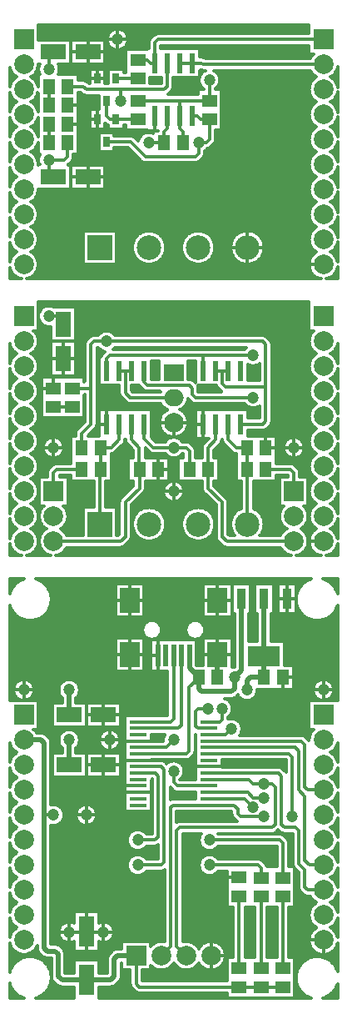
<source format=gbr>
G04 DipTrace 3.1.0.1*
G04 Âåðõíèé.gbr*
%MOIN*%
G04 #@! TF.FileFunction,Copper,L1,Top*
G04 #@! TF.Part,Single*
G04 #@! TA.AperFunction,CopperBalancing*
%ADD13C,0.011811*%
G04 #@! TA.AperFunction,Conductor*
%ADD14C,0.019685*%
%ADD18R,0.100394X0.062992*%
%ADD19R,0.051181X0.059055*%
G04 #@! TA.AperFunction,ComponentPad*
%ADD22R,0.098425X0.098425*%
%ADD23C,0.098425*%
%ADD24R,0.07874X0.07874*%
%ADD25C,0.07874*%
%ADD27R,0.025591X0.041339*%
%ADD28R,0.059055X0.051181*%
%ADD29R,0.023622X0.07874*%
%ADD31R,0.062992X0.100394*%
G04 #@! TA.AperFunction,ComponentPad*
%ADD32R,0.07874X0.066929*%
%ADD33O,0.07874X0.066929*%
%ADD35R,0.062992X0.124016*%
%ADD37R,0.019685X0.090551*%
%ADD38R,0.07874X0.098425*%
%ADD40R,0.037402X0.084646*%
%ADD41R,0.127953X0.084646*%
%ADD42R,0.070866X0.015748*%
G04 #@! TA.AperFunction,ViaPad*
%ADD43C,0.047244*%
%FSLAX26Y26*%
G04*
G70*
G90*
G75*
G01*
G04 Top*
%LPD*%
X518795Y3593857D2*
D13*
X687560D1*
Y3531415D1*
X806325Y3593857D2*
X687560D1*
Y3531415D2*
Y3481450D1*
X700064Y3468946D1*
Y3425396D1*
X699860Y3425192D1*
X237413D2*
Y3368833D1*
X225014Y3356434D1*
X162508D1*
X806325Y3675218D2*
Y3593857D1*
X162508Y3356434D2*
Y3306283D1*
X181119Y3287672D1*
X368774Y2206369D2*
Y2118869D1*
X443873Y2300020D2*
Y2237618D1*
X412623Y2206369D1*
X368774D1*
X367348Y1900114D2*
Y2117442D1*
X368774Y2118869D1*
X493873Y2300020D2*
Y2237619D1*
X525123Y2206369D1*
Y2118967D1*
X525222Y2118869D1*
Y2043833D1*
X468923Y1987534D1*
Y1850020D1*
X450272Y1831369D1*
X181375D1*
X806333Y637566D2*
X1087613D1*
X1100001Y625177D1*
Y487402D1*
X520770Y905364D2*
X588541D1*
X600062Y893843D1*
Y650067D1*
X587560Y637566D1*
X518803D1*
X1012501Y487402D2*
Y525157D1*
X1000104Y537555D1*
X806333D1*
X520770Y930954D2*
X612955D1*
X625064Y918845D1*
Y550056D1*
X612563Y537555D1*
X518803D1*
X804235Y1110088D2*
X847738D1*
X856249Y1118600D1*
Y1162499D1*
X856248D1*
X804235Y1058907D2*
X871406D1*
X893749Y1081251D1*
X804235Y1033316D2*
X1173163D1*
X1187623Y1018856D1*
Y850088D1*
X1200213Y837499D1*
X1262499D1*
X520762Y1110088D2*
X651131D1*
X662499Y1121455D1*
Y1375294D1*
X520770Y1084497D2*
X681525D1*
X693749Y1096722D1*
Y1375049D1*
X693995Y1375294D1*
X804235Y1007726D2*
X1148748D1*
X1162621Y993853D1*
Y837587D1*
X1187623Y812584D1*
Y556307D1*
X1206432Y537499D1*
X1262499D1*
X804235Y982135D2*
X1124333D1*
X1137618Y968850D1*
Y731325D1*
X981352Y768751D2*
X947101Y803001D1*
X804235D1*
X637560Y3531415D2*
Y3481450D1*
X625056Y3468946D1*
Y3425192D1*
X562550D2*
X625056D1*
X737560Y3531415D2*
X756358D1*
X768719Y3519054D1*
X806325D1*
Y3437693D1*
X793824Y3425192D1*
X762571D1*
X393885Y3428400D2*
X490584D1*
X550049Y3368936D1*
X750070D1*
X762571Y3381437D1*
Y3425192D1*
X443873Y2512618D2*
X493873D1*
X443873D2*
X468923D1*
Y2425080D1*
X487675Y2406328D1*
X662693D1*
X520770Y1007726D2*
X632686D1*
X662568Y1037608D1*
X804235Y905364D2*
X1082343D1*
X1093864Y893843D1*
Y700072D1*
X1106365Y687571D1*
X1150119D1*
X1162621Y675070D1*
Y543806D1*
X1187623Y518803D1*
Y450046D1*
X1200171Y437499D1*
X1262499D1*
X804235Y828592D2*
X959093D1*
X981352Y806333D1*
X1025106D1*
X1262623Y3737688D2*
X781360D1*
X775072Y3743975D1*
X687598D1*
X687560Y3744013D1*
X737560D2*
X687560D1*
X518795Y3756374D2*
X556402D1*
X568801Y3743975D1*
X587522D1*
X587560Y3744013D1*
X1262623Y3837688D2*
X600007D1*
X587552Y3825234D1*
Y3744021D1*
X162508Y3718972D2*
Y3787730D1*
X181119D1*
X237413Y3650215D2*
X300022D1*
X312524Y3637714D1*
X450038D1*
Y3593959D1*
Y3637714D2*
X625056D1*
X637558Y3650215D1*
Y3744010D1*
X637560Y3744013D1*
X800025Y2118869D2*
Y2206270D1*
X831373Y2237618D1*
Y2300020D1*
X800025Y2118869D2*
Y2043972D1*
X856463Y1987534D1*
Y1850020D1*
X875215Y1831268D1*
X1143770D1*
X1143871Y1831369D1*
X881373Y2300020D2*
Y2237619D1*
X912623Y2206369D1*
X956471D1*
Y2118869D2*
Y2206369D1*
X957899Y1900114D2*
Y2117441D1*
X956471Y2118869D1*
X981476Y2406328D2*
X750202D1*
X737701Y2418829D1*
Y2443832D1*
X725199Y2456333D1*
X556432D1*
X543873Y2468892D1*
Y2512618D1*
X781373D2*
Y2575096D1*
X406416D1*
X393873Y2562552D1*
Y2512618D1*
X981476Y2575096D2*
X781373D1*
X293971Y2206369D2*
Y2262630D1*
X331408Y2300067D1*
Y2443730D1*
Y2618850D1*
X343909Y2631352D1*
X393915D1*
X881373Y2512618D2*
X856463D1*
X831373D1*
X725222Y2118869D2*
Y2193783D1*
X712698Y2206307D1*
X662693D1*
X543873Y2300020D2*
Y2243869D1*
X581434Y2206307D1*
X662693D1*
X393915Y2631352D2*
X1018980D1*
X1031482Y2618850D1*
Y2450083D1*
Y2312568D1*
X1018980Y2300067D1*
X931420D1*
X931373Y2300020D1*
X856463Y2512618D2*
Y2462584D1*
X868965Y2450083D1*
X1031482D1*
X162640Y2731362D2*
X206395D1*
X218896Y2718861D1*
Y2700249D1*
X256400Y2443730D2*
X331408D1*
X181392Y2368927D2*
X256400D1*
X804235Y1084497D2*
X759269D1*
X750000Y1093766D1*
Y1152972D1*
X759648Y1162621D1*
X800083D1*
X804235Y879773D2*
X963976D1*
X981160Y862589D1*
X1025106D1*
X712568Y175017D2*
X675070Y212516D1*
Y675070D1*
X687500Y687500D1*
X1056466D1*
X1068749Y699783D1*
Y850025D1*
X1056185Y862589D1*
X1025106D1*
X162610Y3425192D2*
Y3500199D1*
X804235Y777411D2*
X658648D1*
X650068Y768831D1*
Y212517D1*
X612568Y175017D1*
X804235Y777411D2*
X904013D1*
X918845Y762579D1*
Y743827D1*
X931346Y731325D1*
X1025106D1*
X1031274Y2118869D2*
X1131421D1*
X1143993Y2106297D1*
Y2031491D1*
X1143871Y2031369D1*
X181375D2*
Y2106280D1*
X193965Y2118869D1*
X293971D1*
X162610Y3650215D2*
Y3575207D1*
X393885Y3590917D2*
Y3531350D1*
X406283Y3518951D1*
X431286D1*
X518693D1*
X518795Y3519054D1*
X431286Y3681469D2*
X518693D1*
X518795Y3681571D1*
X1100001Y50093D2*
X1012501D1*
X312531Y78560D2*
D14*
X409845D1*
X425043Y93759D1*
Y162516D1*
X437545Y175017D1*
X512568D1*
X62499Y1037499D2*
X131371D1*
X143764Y1025106D1*
Y737576D1*
Y206270D1*
X156265Y193769D1*
X187518D1*
X200020Y181268D1*
Y93759D1*
X215218Y78560D1*
X312531D1*
X804235Y854182D2*
D13*
X677226D1*
X662568Y868840D1*
Y912594D1*
X181268Y737576D2*
X143764D1*
X1012501Y50093D2*
X925109D1*
X925096Y50106D1*
X524951D1*
X512552Y62505D1*
Y175001D1*
X512568Y175017D1*
X934448Y1601672D2*
D14*
Y1315698D1*
X906248Y1287499D1*
X725491Y1375294D2*
Y1324605D1*
X762597Y1287499D1*
Y1243748D1*
X775075Y1231270D1*
X893769D1*
X906248Y1243749D1*
Y1287499D1*
X520770Y982135D2*
D13*
X713357D1*
X724685Y993463D1*
Y1248957D1*
X762597Y1286869D1*
Y1287499D1*
X243774Y1137618D2*
D14*
Y1237629D1*
X837400Y1287499D2*
Y1378936D1*
X837696Y1379231D1*
X804235Y930954D2*
D13*
X737969D1*
X712378Y956545D1*
X520770D1*
X243774Y268777D2*
X309835D1*
X312531Y271474D1*
X381289Y268777D2*
X315228D1*
X312531Y271474D1*
X1024999Y1373325D2*
D14*
Y1287499D1*
X1025097D1*
X968715D1*
X956349Y1275133D1*
Y1237629D1*
X1024999Y1373325D2*
Y1601672D1*
X243774Y937597D2*
Y1037608D1*
X1100001Y412598D2*
D13*
Y124896D1*
X1012501D2*
Y412598D1*
X925096Y412644D2*
Y124909D1*
D43*
X162508Y3718972D3*
X450038Y3593959D3*
X162508Y3356434D3*
X762571Y3425192D3*
X562550D3*
X806325Y3675218D3*
X437537Y3837735D3*
X181392Y2206307D3*
X393915Y2631352D3*
X662693Y2206307D3*
X981476Y2406328D3*
Y2575096D3*
X162640Y2731362D3*
X662693Y2031289D3*
X1143993Y2206307D3*
X1137618Y731325D3*
X1025106Y862589D3*
Y806333D3*
Y731325D3*
X243774Y1237629D3*
X893749Y1081251D3*
X800083Y1162621D3*
X856248Y1162499D3*
X662568Y1037608D3*
X906248Y1287499D3*
X956349Y1237629D3*
X806333Y537555D3*
Y637566D3*
X981352Y768751D3*
X243774Y268777D3*
Y1037608D3*
X518803Y637566D3*
Y537555D3*
X381289Y268777D3*
X662568Y912594D3*
X181268Y737576D3*
X406291Y1037608D3*
X62505Y1237629D3*
X1262631D3*
X312531Y737576D3*
X121238Y3882618D2*
D13*
X1203875D1*
X121238Y3870938D2*
X410945D1*
X464127D2*
X1203875D1*
X121238Y3859259D2*
X400518D1*
X474554D2*
X588088D1*
X121238Y3847579D2*
X395720D1*
X479352D2*
X574638D1*
X388486Y3835899D2*
X394584D1*
X480483D2*
X564765D1*
X388486Y3824219D2*
X396781D1*
X478291D2*
X562274D1*
X388486Y3812539D2*
X402987D1*
X472085D2*
X562274D1*
X612825D2*
X1203875D1*
X388486Y3800860D2*
X416643D1*
X458429D2*
X556369D1*
X768745D2*
X1203875D1*
X388486Y3789180D2*
X469908D1*
X768745D2*
X1203875D1*
X388486Y3777500D2*
X469908D1*
X768745D2*
X1219862D1*
X388486Y3765820D2*
X469908D1*
X786416D2*
X1211234D1*
X388486Y3754140D2*
X469908D1*
X388486Y3742461D2*
X469908D1*
X203801Y3730781D2*
X469908D1*
X205507Y3719101D2*
X324323D1*
X388647D2*
X399112D1*
X463458D2*
X469907D1*
X7211Y3707421D2*
X12339D1*
X112634D2*
X121136D1*
X203869D2*
X324323D1*
X388647D2*
X399112D1*
X463458D2*
X469907D1*
X768745D2*
X778471D1*
X834167D2*
X1212480D1*
X1312768D2*
X1318150D1*
X7211Y3695741D2*
X21896D1*
X103083D2*
X117654D1*
X282371D2*
X324323D1*
X388647D2*
X399112D1*
X843925D2*
X1222030D1*
X1303217D2*
X1318156D1*
X7211Y3684062D2*
X27226D1*
X97778D2*
X117654D1*
X282371D2*
X324323D1*
X388647D2*
X399112D1*
X567703D2*
X612286D1*
X662839D2*
X764283D1*
X848378D2*
X1227336D1*
X1297911D2*
X1318156D1*
X7211Y3672382D2*
X15381D1*
X109612D2*
X117654D1*
X310652D2*
X324323D1*
X388647D2*
X399112D1*
X567703D2*
X612286D1*
X662839D2*
X763430D1*
X849231D2*
X1215525D1*
X1309722D2*
X1318156D1*
X662839Y3660702D2*
X765945D1*
X846717D2*
X1208673D1*
X662815Y3649022D2*
X772566D1*
X840096D2*
X1205005D1*
X659101Y3637343D2*
X757433D1*
X855228D2*
X1203875D1*
X282371Y3625663D2*
X289328D1*
X648259D2*
X757433D1*
X855228D2*
X1205144D1*
X282371Y3613983D2*
X307184D1*
X855228D2*
X1208996D1*
X7211Y3602303D2*
X15934D1*
X109081D2*
X117654D1*
X282371D2*
X361717D1*
X855228D2*
X1216055D1*
X1309192D2*
X1318156D1*
X7211Y3590623D2*
X28171D1*
X96808D2*
X117654D1*
X282371D2*
X361717D1*
X855228D2*
X1228304D1*
X1296942D2*
X1318156D1*
X7211Y3578944D2*
X21181D1*
X103822D2*
X117654D1*
X282371D2*
X361717D1*
X855228D2*
X1221315D1*
X1303932D2*
X1318156D1*
X7211Y3567264D2*
X11924D1*
X113049D2*
X117654D1*
X282371D2*
X361717D1*
X855228D2*
X1212064D1*
X1313182D2*
X1318154D1*
X282371Y3555584D2*
X324323D1*
X855228D2*
X1206736D1*
X282371Y3543904D2*
X324323D1*
X855228D2*
X1204222D1*
X282371Y3532224D2*
X324323D1*
X855228D2*
X1204152D1*
X282371Y3520545D2*
X324323D1*
X855228D2*
X1206505D1*
X7211Y3508865D2*
X11509D1*
X113510D2*
X117671D1*
X282371D2*
X324323D1*
X855228D2*
X1211626D1*
X1313621D2*
X1318175D1*
X7211Y3497185D2*
X20420D1*
X104583D2*
X117654D1*
X282371D2*
X324323D1*
X388647D2*
X394774D1*
X855228D2*
X1220554D1*
X1304693D2*
X1318156D1*
X7211Y3485505D2*
X29278D1*
X95724D2*
X117654D1*
X282371D2*
X324323D1*
X388647D2*
X399112D1*
X463458D2*
X469907D1*
X855228D2*
X1229412D1*
X1295835D2*
X1318156D1*
X7211Y3473825D2*
X16533D1*
X108482D2*
X117654D1*
X282371D2*
X600290D1*
X831606D2*
X1216633D1*
X1308615D2*
X1318156D1*
X282371Y3462146D2*
X361717D1*
X426041D2*
X541812D1*
X831606D2*
X1209343D1*
X282371Y3450466D2*
X361717D1*
X501451D2*
X528063D1*
X831606D2*
X1205328D1*
X282371Y3438786D2*
X361717D1*
X515454D2*
X521822D1*
X831606D2*
X1203899D1*
X282371Y3427106D2*
X361717D1*
X829161D2*
X1204867D1*
X282371Y3415427D2*
X361717D1*
X819311D2*
X1208374D1*
X7211Y3403747D2*
X14828D1*
X110165D2*
X117654D1*
X282371D2*
X361717D1*
X426041D2*
X479988D1*
X806001D2*
X1214948D1*
X1310299D2*
X1318156D1*
X7211Y3392067D2*
X26210D1*
X98769D2*
X117654D1*
X282371D2*
X361717D1*
X426041D2*
X491661D1*
X789276D2*
X1226344D1*
X1298903D2*
X1318156D1*
X7211Y3380387D2*
X22727D1*
X102276D2*
X117654D1*
X282371D2*
X503333D1*
X787823D2*
X1222837D1*
X1302409D2*
X1318156D1*
X7211Y3368707D2*
X12845D1*
X112172D2*
X121367D1*
X262694D2*
X515030D1*
X784201D2*
X1212965D1*
X1312283D2*
X1318156D1*
X259602Y3357028D2*
X526702D1*
X773428D2*
X1207220D1*
X249176Y3345348D2*
X543958D1*
X756173D2*
X1204406D1*
X388486Y3333668D2*
X1204013D1*
X388486Y3321988D2*
X1206067D1*
X388486Y3310308D2*
X1210819D1*
X1314428D2*
X1318148D1*
X7211Y3298629D2*
X19035D1*
X388486D2*
X1219169D1*
X1306077D2*
X1318156D1*
X7211Y3286949D2*
X31539D1*
X388486D2*
X1231673D1*
X1293575D2*
X1318156D1*
X7211Y3275269D2*
X17720D1*
X388486D2*
X1217854D1*
X1307392D2*
X1318156D1*
X388486Y3263589D2*
X1210034D1*
X388486Y3251909D2*
X1205675D1*
X388486Y3240230D2*
X1203945D1*
X120500Y3228550D2*
X1204613D1*
X117340Y3216870D2*
X1207774D1*
X7211Y3205190D2*
X13814D1*
X111180D2*
X1213933D1*
X1311314D2*
X1318156D1*
X7211Y3193510D2*
X24411D1*
X100568D2*
X1224545D1*
X1300702D2*
X1318156D1*
X7211Y3181831D2*
X24387D1*
X100615D2*
X1224499D1*
X1300749D2*
X1318156D1*
X7211Y3170151D2*
X13768D1*
X111203D2*
X1213909D1*
X1311337D2*
X1318156D1*
X117362Y3158471D2*
X1207774D1*
X120524Y3146791D2*
X1204613D1*
X121169Y3135112D2*
X1203945D1*
X119438Y3123432D2*
X1205675D1*
X115056Y3111752D2*
X1210058D1*
X7211Y3100072D2*
X17744D1*
X107236D2*
X1217878D1*
X1307369D2*
X1318156D1*
X7211Y3088392D2*
X31608D1*
X93395D2*
X1231719D1*
X1293529D2*
X1318156D1*
X7211Y3076713D2*
X19013D1*
X105990D2*
X1219123D1*
X1306123D2*
X1318156D1*
X114318Y3065033D2*
X298694D1*
X435869D2*
X529724D1*
X598546D2*
X726567D1*
X795412D2*
X923409D1*
X992255D2*
X1210795D1*
X1314451D2*
X1318156D1*
X119070Y3053353D2*
X298694D1*
X435869D2*
X514592D1*
X613680D2*
X711457D1*
X810522D2*
X908299D1*
X1007365D2*
X1206067D1*
X121100Y3041673D2*
X298694D1*
X435869D2*
X505525D1*
X622745D2*
X702369D1*
X819612D2*
X899211D1*
X1016454D2*
X1204013D1*
X120731Y3029993D2*
X298694D1*
X435869D2*
X499828D1*
X628444D2*
X696671D1*
X825308D2*
X893513D1*
X1022152D2*
X1204406D1*
X117870Y3018314D2*
X298694D1*
X435869D2*
X496621D1*
X631650D2*
X693463D1*
X828516D2*
X890307D1*
X1025358D2*
X1207243D1*
X7211Y3006634D2*
X12845D1*
X112150D2*
X298694D1*
X435869D2*
X495560D1*
X632711D2*
X692403D1*
X829576D2*
X889245D1*
X1026420D2*
X1212987D1*
X1312260D2*
X1318156D1*
X7211Y2994954D2*
X22749D1*
X102230D2*
X298694D1*
X435869D2*
X496529D1*
X631741D2*
X693371D1*
X828585D2*
X890238D1*
X1025450D2*
X1222883D1*
X1302364D2*
X1318156D1*
X7211Y2983274D2*
X26164D1*
X98816D2*
X298694D1*
X435869D2*
X499643D1*
X628627D2*
X696486D1*
X825470D2*
X893352D1*
X1022336D2*
X1226298D1*
X1298949D2*
X1318156D1*
X7211Y2971594D2*
X14782D1*
X110189D2*
X298694D1*
X435869D2*
X505226D1*
X623045D2*
X702092D1*
X819888D2*
X898934D1*
X1016731D2*
X1214925D1*
X1310322D2*
X1318156D1*
X116762Y2959915D2*
X298694D1*
X435869D2*
X514154D1*
X614118D2*
X710996D1*
X810983D2*
X907839D1*
X1007827D2*
X1208350D1*
X120269Y2948235D2*
X298694D1*
X435869D2*
X528894D1*
X599377D2*
X725736D1*
X796219D2*
X922602D1*
X993085D2*
X1204867D1*
X121215Y2936555D2*
X1203899D1*
X119785Y2924875D2*
X1205328D1*
X115770Y2913196D2*
X1209343D1*
X7211Y2901516D2*
X16533D1*
X108458D2*
X1216678D1*
X1308570D2*
X1318156D1*
X7211Y2889836D2*
X29324D1*
X95678D2*
X1229458D1*
X1295789D2*
X1318156D1*
X120046Y3837415D2*
X249505D1*
Y3738045D1*
X199761Y3737954D1*
X202273Y3731892D1*
X203804Y3725513D1*
X204319Y3718972D1*
X203804Y3712432D1*
X202273Y3706052D1*
X199761Y3699991D1*
X198602Y3697921D1*
X281193Y3697932D1*
Y3674332D1*
X301913Y3674235D1*
X305647Y3673644D1*
X309243Y3672476D1*
X312612Y3670760D1*
X315671Y3668537D1*
X322492Y3661820D1*
X325510Y3661808D1*
X325499Y3720327D1*
X387467D1*
Y3661811D1*
X400299Y3661808D1*
X400302Y3720327D1*
X462270D1*
Y3705585D1*
X471079Y3705563D1*
Y3800154D1*
X557562D1*
X557560Y3801572D1*
X563444D1*
X563533Y3827125D1*
X564123Y3830858D1*
X565293Y3834454D1*
X567008Y3837823D1*
X569231Y3840882D1*
X582969Y3854726D1*
X585844Y3857181D1*
X589068Y3859156D1*
X592560Y3860602D1*
X596238Y3861486D1*
X600014Y3861782D1*
X1205068D1*
X1205064Y3894302D1*
X120043Y3894298D1*
X120056Y3837415D1*
X251710D2*
X387301D1*
Y3738045D1*
X250529D1*
Y3837415D1*
X251710D1*
X120046Y3337357D2*
X125255Y3337453D1*
X122743Y3343514D1*
X121211Y3349894D1*
X120697Y3356434D1*
X121211Y3362975D1*
X122743Y3369354D1*
X125255Y3375416D1*
X126413Y3377486D1*
X118831Y3377475D1*
Y3425895D1*
X117239Y3419902D1*
X115675Y3415661D1*
X113783Y3411556D1*
X111575Y3407613D1*
X109063Y3403856D1*
X106265Y3400306D1*
X103198Y3396987D1*
X99879Y3393920D1*
X96329Y3391122D1*
X90954Y3387705D1*
X96329Y3384253D1*
X99879Y3381455D1*
X103198Y3378388D1*
X106265Y3375070D1*
X109063Y3371520D1*
X111575Y3367762D1*
X113783Y3363819D1*
X115675Y3359714D1*
X117239Y3355474D1*
X118466Y3351125D1*
X119348Y3346692D1*
X119879Y3342203D1*
X120043Y3337353D1*
X239726Y3337357D2*
X249505D1*
Y3237987D1*
X120068D1*
X119879Y3233172D1*
X119348Y3228684D1*
X118466Y3224251D1*
X117239Y3219902D1*
X115675Y3215661D1*
X113783Y3211556D1*
X111575Y3207613D1*
X109063Y3203856D1*
X106265Y3200306D1*
X103198Y3196987D1*
X99879Y3193920D1*
X96329Y3191122D1*
X90954Y3187705D1*
X96329Y3184253D1*
X99879Y3181455D1*
X103198Y3178388D1*
X106265Y3175070D1*
X109063Y3171520D1*
X111575Y3167762D1*
X113783Y3163819D1*
X115675Y3159714D1*
X117239Y3155474D1*
X118466Y3151125D1*
X119348Y3146692D1*
X119879Y3142203D1*
X120056Y3137688D1*
X119879Y3133172D1*
X119348Y3128684D1*
X118466Y3124251D1*
X117239Y3119902D1*
X115675Y3115661D1*
X113783Y3111556D1*
X111575Y3107613D1*
X109063Y3103856D1*
X106265Y3100306D1*
X103198Y3096987D1*
X99879Y3093920D1*
X96329Y3091122D1*
X90954Y3087705D1*
X96329Y3084253D1*
X99879Y3081455D1*
X103198Y3078388D1*
X106265Y3075070D1*
X109063Y3071520D1*
X111575Y3067762D1*
X113783Y3063819D1*
X115675Y3059714D1*
X117239Y3055474D1*
X118466Y3051125D1*
X119348Y3046692D1*
X119879Y3042203D1*
X120056Y3037688D1*
X119879Y3033172D1*
X119348Y3028684D1*
X118466Y3024251D1*
X117239Y3019902D1*
X115675Y3015661D1*
X113783Y3011556D1*
X111575Y3007613D1*
X109063Y3003856D1*
X106265Y3000306D1*
X103198Y2996987D1*
X99879Y2993920D1*
X96329Y2991122D1*
X90954Y2987705D1*
X96329Y2984253D1*
X99879Y2981455D1*
X103198Y2978388D1*
X106265Y2975070D1*
X109063Y2971520D1*
X111575Y2967762D1*
X113783Y2963819D1*
X115675Y2959714D1*
X117239Y2955474D1*
X118466Y2951125D1*
X119348Y2946692D1*
X119879Y2942203D1*
X120056Y2937688D1*
X119879Y2933172D1*
X119348Y2928684D1*
X118466Y2924251D1*
X117239Y2919902D1*
X115675Y2915661D1*
X113783Y2911556D1*
X111575Y2907613D1*
X109063Y2903856D1*
X106265Y2900306D1*
X103198Y2896987D1*
X99879Y2893920D1*
X96329Y2891122D1*
X92572Y2888610D1*
X88629Y2886402D1*
X84524Y2884510D1*
X80283Y2882946D1*
X75934Y2881719D1*
X72315Y2880999D1*
X1252657Y2881001D1*
X1246938Y2882307D1*
X1241349Y2884205D1*
X1235983Y2886664D1*
X1230898Y2889661D1*
X1226146Y2893163D1*
X1221777Y2897134D1*
X1217839Y2901530D1*
X1214371Y2906307D1*
X1211411Y2911415D1*
X1208990Y2916798D1*
X1207131Y2922400D1*
X1205857Y2928164D1*
X1205181Y2934029D1*
X1205108Y2939930D1*
X1205640Y2945810D1*
X1206772Y2951604D1*
X1208491Y2957251D1*
X1210780Y2962692D1*
X1213613Y2967870D1*
X1216962Y2972731D1*
X1220790Y2977223D1*
X1225060Y2981301D1*
X1229724Y2984917D1*
X1234113Y2987686D1*
X1228791Y2991122D1*
X1225241Y2993920D1*
X1221923Y2996987D1*
X1218856Y3000306D1*
X1216058Y3003856D1*
X1213546Y3007613D1*
X1211337Y3011556D1*
X1209446Y3015661D1*
X1207882Y3019902D1*
X1206655Y3024251D1*
X1205773Y3028684D1*
X1205241Y3033172D1*
X1205064Y3037688D1*
X1205241Y3042203D1*
X1205773Y3046692D1*
X1206655Y3051125D1*
X1207882Y3055474D1*
X1209446Y3059714D1*
X1211337Y3063819D1*
X1213546Y3067762D1*
X1216058Y3071520D1*
X1218856Y3075070D1*
X1221923Y3078388D1*
X1225241Y3081455D1*
X1228791Y3084253D1*
X1234167Y3087671D1*
X1228791Y3091122D1*
X1225241Y3093920D1*
X1221923Y3096987D1*
X1218856Y3100306D1*
X1216058Y3103856D1*
X1213546Y3107613D1*
X1211337Y3111556D1*
X1209446Y3115661D1*
X1207882Y3119902D1*
X1206655Y3124251D1*
X1205773Y3128684D1*
X1205241Y3133172D1*
X1205064Y3137688D1*
X1205241Y3142203D1*
X1205773Y3146692D1*
X1206655Y3151125D1*
X1207882Y3155474D1*
X1209446Y3159714D1*
X1211337Y3163819D1*
X1213546Y3167762D1*
X1216058Y3171520D1*
X1218856Y3175070D1*
X1221923Y3178388D1*
X1225241Y3181455D1*
X1228791Y3184253D1*
X1234167Y3187671D1*
X1228791Y3191122D1*
X1225241Y3193920D1*
X1221923Y3196987D1*
X1218856Y3200306D1*
X1216058Y3203856D1*
X1213546Y3207613D1*
X1211337Y3211556D1*
X1209446Y3215661D1*
X1207882Y3219902D1*
X1206655Y3224251D1*
X1205773Y3228684D1*
X1205241Y3233172D1*
X1205064Y3237688D1*
X1205241Y3242203D1*
X1205773Y3246692D1*
X1206655Y3251125D1*
X1207882Y3255474D1*
X1209446Y3259714D1*
X1211337Y3263819D1*
X1213546Y3267762D1*
X1216058Y3271520D1*
X1218856Y3275070D1*
X1221923Y3278388D1*
X1225241Y3281455D1*
X1228791Y3284253D1*
X1234167Y3287671D1*
X1228791Y3291122D1*
X1225241Y3293920D1*
X1221923Y3296987D1*
X1218856Y3300306D1*
X1216058Y3303856D1*
X1213546Y3307613D1*
X1211337Y3311556D1*
X1209446Y3315661D1*
X1207882Y3319902D1*
X1206655Y3324251D1*
X1205773Y3328684D1*
X1205241Y3333172D1*
X1205064Y3337688D1*
X1205241Y3342203D1*
X1205773Y3346692D1*
X1206655Y3351125D1*
X1207882Y3355474D1*
X1209446Y3359714D1*
X1211337Y3363819D1*
X1213546Y3367762D1*
X1216058Y3371520D1*
X1218856Y3375070D1*
X1221923Y3378388D1*
X1225241Y3381455D1*
X1228791Y3384253D1*
X1234167Y3387671D1*
X1228791Y3391122D1*
X1225241Y3393920D1*
X1221923Y3396987D1*
X1218856Y3400306D1*
X1216058Y3403856D1*
X1213546Y3407613D1*
X1211337Y3411556D1*
X1209446Y3415661D1*
X1207882Y3419902D1*
X1206655Y3424251D1*
X1205773Y3428684D1*
X1205241Y3433172D1*
X1205064Y3437688D1*
X1205241Y3442203D1*
X1205773Y3446692D1*
X1206655Y3451125D1*
X1207882Y3455474D1*
X1209446Y3459714D1*
X1211337Y3463819D1*
X1213546Y3467762D1*
X1216058Y3471520D1*
X1218856Y3475070D1*
X1221923Y3478388D1*
X1225241Y3481455D1*
X1228791Y3484253D1*
X1234167Y3487671D1*
X1228791Y3491122D1*
X1225241Y3493920D1*
X1221923Y3496987D1*
X1218856Y3500306D1*
X1216058Y3503856D1*
X1213546Y3507613D1*
X1211337Y3511556D1*
X1209446Y3515661D1*
X1207882Y3519902D1*
X1206655Y3524251D1*
X1205773Y3528684D1*
X1205241Y3533172D1*
X1205064Y3537688D1*
X1205241Y3542203D1*
X1205773Y3546692D1*
X1206655Y3551125D1*
X1207882Y3555474D1*
X1209446Y3559714D1*
X1211337Y3563819D1*
X1213546Y3567762D1*
X1216058Y3571520D1*
X1218856Y3575070D1*
X1221923Y3578388D1*
X1225241Y3581455D1*
X1228791Y3584253D1*
X1234167Y3587671D1*
X1228791Y3591122D1*
X1225241Y3593920D1*
X1221923Y3596987D1*
X1218856Y3600306D1*
X1216058Y3603856D1*
X1213546Y3607613D1*
X1211337Y3611556D1*
X1209446Y3615661D1*
X1207882Y3619902D1*
X1206655Y3624251D1*
X1205773Y3628684D1*
X1205241Y3633172D1*
X1205064Y3637688D1*
X1205241Y3642203D1*
X1205773Y3646692D1*
X1206655Y3651125D1*
X1207882Y3655474D1*
X1209446Y3659714D1*
X1211337Y3663819D1*
X1213546Y3667762D1*
X1216058Y3671520D1*
X1218856Y3675070D1*
X1221923Y3678388D1*
X1225241Y3681455D1*
X1228791Y3684253D1*
X1234167Y3687671D1*
X1228791Y3691122D1*
X1225241Y3693920D1*
X1221923Y3696987D1*
X1218856Y3700306D1*
X1216058Y3703856D1*
X1213546Y3707613D1*
X1210399Y3713593D1*
X822916D1*
X828172Y3710867D1*
X833479Y3707012D1*
X838119Y3702371D1*
X841975Y3697064D1*
X844954Y3691218D1*
X846982Y3684979D1*
X848008Y3678499D1*
Y3671937D1*
X846982Y3665457D1*
X844954Y3659218D1*
X841975Y3653371D1*
X838119Y3648064D1*
X833479Y3643424D1*
X830421Y3641071D1*
X830420Y3637639D1*
X854042Y3637636D1*
Y3475274D1*
X830398D1*
X830346Y3435802D1*
X829755Y3432068D1*
X828587Y3428472D1*
X826870Y3425104D1*
X824647Y3422045D1*
X810862Y3408154D1*
X807987Y3405698D1*
X804762Y3403723D1*
X801270Y3402276D1*
X797587Y3401392D1*
X796396Y3400615D1*
X792135Y3395627D1*
X787147Y3391366D1*
X786667Y3391045D1*
X786591Y3379546D1*
X786000Y3375812D1*
X784831Y3372217D1*
X783114Y3368848D1*
X780892Y3365789D1*
X767106Y3351899D1*
X764232Y3349442D1*
X761008Y3347467D1*
X757516Y3346021D1*
X753839Y3345138D1*
X750062Y3344841D1*
X548157Y3344915D1*
X544424Y3345507D1*
X540828Y3346675D1*
X537459Y3348391D1*
X534400Y3350614D1*
X512133Y3372777D1*
X480601Y3404308D1*
X424862Y3404306D1*
X424869Y3389542D1*
X362900D1*
Y3467259D1*
X424869D1*
Y3452517D1*
X492475Y3452421D1*
X496209Y3451829D1*
X499804Y3450661D1*
X503173Y3448945D1*
X506232Y3446722D1*
X521274Y3431785D1*
X522785Y3438112D1*
X525297Y3444173D1*
X528724Y3449768D1*
X532986Y3454756D1*
X537974Y3459017D1*
X543568Y3462445D1*
X549630Y3464957D1*
X556009Y3466488D1*
X562550Y3467003D1*
X569091Y3466488D1*
X575470Y3464957D1*
X581287Y3462558D1*
X581277Y3472908D1*
X601277D1*
X601025Y3473856D1*
X557560D1*
Y3475272D1*
X471079Y3475274D1*
Y3494860D1*
X462290Y3494857D1*
X462270Y3480093D1*
X400302D1*
Y3495618D1*
X397063Y3496692D1*
X393694Y3498407D1*
X390635Y3500630D1*
X389241Y3501920D1*
X387467Y3502298D1*
Y3480093D1*
X325499D1*
Y3557810D1*
X362902D1*
X362900Y3613629D1*
X310633Y3613693D1*
X306899Y3614285D1*
X303303Y3615453D1*
X299934Y3617169D1*
X296875Y3619392D1*
X290054Y3626109D1*
X281176Y3626121D1*
X281193Y3377475D1*
X261516D1*
X261433Y3366942D1*
X260843Y3363209D1*
X259673Y3359613D1*
X257957Y3356244D1*
X255735Y3353185D1*
X242052Y3339396D1*
X240656Y3338108D1*
X251710Y3337357D2*
X387301D1*
Y3237987D1*
X250529D1*
Y3337357D1*
X251710D1*
X118831Y3549521D2*
X118854Y3622924D1*
X118466Y3624251D1*
X117239Y3619902D1*
X115675Y3615661D1*
X113783Y3611556D1*
X111575Y3607613D1*
X109063Y3603856D1*
X106265Y3600306D1*
X103198Y3596987D1*
X99879Y3593920D1*
X96329Y3591122D1*
X90954Y3587705D1*
X96329Y3584253D1*
X99879Y3581455D1*
X103198Y3578388D1*
X106265Y3575070D1*
X109063Y3571520D1*
X111575Y3567762D1*
X113783Y3563819D1*
X115675Y3559714D1*
X117239Y3555474D1*
X118828Y3549307D1*
X118831Y3472899D2*
Y3525864D1*
X117239Y3519902D1*
X115675Y3515661D1*
X113783Y3511556D1*
X111575Y3507613D1*
X109063Y3503856D1*
X106265Y3500306D1*
X103198Y3496987D1*
X99879Y3493920D1*
X96329Y3491122D1*
X90954Y3487705D1*
X96329Y3484253D1*
X99879Y3481455D1*
X103198Y3478388D1*
X106265Y3475070D1*
X109063Y3471520D1*
X111575Y3467762D1*
X113783Y3463819D1*
X115675Y3459714D1*
X117239Y3455474D1*
X118828Y3449307D1*
X118854Y3472908D1*
X305789Y3073799D2*
X434686D1*
Y2938996D1*
X299883D1*
Y3073799D1*
X305789D1*
X631329Y3001109D2*
X630707Y2995854D1*
X629675Y2990663D1*
X628238Y2985570D1*
X626406Y2980604D1*
X624190Y2975798D1*
X621605Y2971180D1*
X618664Y2966780D1*
X615387Y2962623D1*
X611795Y2958738D1*
X607909Y2955146D1*
X603753Y2951869D1*
X599353Y2948928D1*
X594735Y2946343D1*
X589929Y2944127D1*
X584963Y2942295D1*
X579870Y2940858D1*
X574678Y2939825D1*
X569424Y2939203D1*
X564135Y2938996D1*
X558846Y2939203D1*
X553592Y2939825D1*
X548400Y2940858D1*
X543307Y2942295D1*
X538341Y2944127D1*
X533535Y2946343D1*
X528917Y2948928D1*
X524517Y2951869D1*
X520361Y2955146D1*
X516475Y2958738D1*
X512883Y2962623D1*
X509606Y2966780D1*
X506665Y2971180D1*
X504080Y2975798D1*
X501865Y2980604D1*
X500033Y2985570D1*
X498596Y2990663D1*
X497563Y2995854D1*
X496941Y3001109D1*
X496734Y3006398D1*
X496941Y3011686D1*
X497563Y3016941D1*
X498596Y3022133D1*
X500033Y3027226D1*
X501865Y3032192D1*
X504080Y3036997D1*
X506665Y3041615D1*
X509606Y3046016D1*
X512883Y3050172D1*
X516475Y3054058D1*
X520361Y3057650D1*
X524517Y3060927D1*
X528917Y3063867D1*
X533535Y3066453D1*
X538341Y3068668D1*
X543307Y3070500D1*
X548400Y3071937D1*
X553592Y3072970D1*
X558846Y3073592D1*
X564135Y3073799D1*
X569424Y3073592D1*
X574678Y3072970D1*
X579870Y3071937D1*
X584963Y3070500D1*
X589929Y3068668D1*
X594735Y3066453D1*
X599353Y3063867D1*
X603753Y3060927D1*
X607909Y3057650D1*
X611795Y3054058D1*
X615387Y3050172D1*
X618664Y3046016D1*
X621605Y3041615D1*
X624190Y3036997D1*
X626406Y3032192D1*
X628238Y3027226D1*
X629675Y3022133D1*
X630707Y3016941D1*
X631329Y3011686D1*
X631537Y3006398D1*
X631329Y3001109D1*
X828180D2*
X827558Y2995854D1*
X826525Y2990663D1*
X825088Y2985570D1*
X823256Y2980604D1*
X821041Y2975798D1*
X818455Y2971180D1*
X815514Y2966780D1*
X812238Y2962623D1*
X808646Y2958738D1*
X804760Y2955146D1*
X800604Y2951869D1*
X796203Y2948928D1*
X791585Y2946343D1*
X786780Y2944127D1*
X781814Y2942295D1*
X776720Y2940858D1*
X771529Y2939825D1*
X766274Y2939203D1*
X760986Y2938996D1*
X755697Y2939203D1*
X750442Y2939825D1*
X745251Y2940858D1*
X740157Y2942295D1*
X735192Y2944127D1*
X730386Y2946343D1*
X725768Y2948928D1*
X721367Y2951869D1*
X717211Y2955146D1*
X713325Y2958738D1*
X709734Y2962623D1*
X706457Y2966780D1*
X703516Y2971180D1*
X700930Y2975798D1*
X698715Y2980604D1*
X696883Y2985570D1*
X695446Y2990663D1*
X694413Y2995854D1*
X693791Y3001109D1*
X693584Y3006398D1*
X693791Y3011686D1*
X694413Y3016941D1*
X695446Y3022133D1*
X696883Y3027226D1*
X698715Y3032192D1*
X700930Y3036997D1*
X703516Y3041615D1*
X706457Y3046016D1*
X709734Y3050172D1*
X713325Y3054058D1*
X717211Y3057650D1*
X721367Y3060927D1*
X725768Y3063867D1*
X730386Y3066453D1*
X735192Y3068668D1*
X740157Y3070500D1*
X745251Y3071937D1*
X750442Y3072970D1*
X755697Y3073592D1*
X760986Y3073799D1*
X766274Y3073592D1*
X771529Y3072970D1*
X776720Y3071937D1*
X781814Y3070500D1*
X786780Y3068668D1*
X791585Y3066453D1*
X796203Y3063867D1*
X800604Y3060927D1*
X804760Y3057650D1*
X808646Y3054058D1*
X812238Y3050172D1*
X815514Y3046016D1*
X818455Y3041615D1*
X821041Y3036997D1*
X823256Y3032192D1*
X825088Y3027226D1*
X826525Y3022133D1*
X827558Y3016941D1*
X828180Y3011686D1*
X828387Y3006398D1*
X828180Y3001109D1*
X1025227Y3005217D2*
X1024865Y2999324D1*
X1023990Y2993486D1*
X1022605Y2987747D1*
X1020726Y2982151D1*
X1018362Y2976740D1*
X1015535Y2971558D1*
X1012265Y2966643D1*
X1008577Y2962033D1*
X1004500Y2957762D1*
X1000066Y2953866D1*
X995307Y2950371D1*
X990261Y2947308D1*
X984966Y2944697D1*
X979462Y2942560D1*
X973794Y2940912D1*
X968001Y2939768D1*
X962133Y2939133D1*
X956230Y2939016D1*
X950340Y2939415D1*
X944507Y2940327D1*
X938777Y2941747D1*
X933193Y2943663D1*
X927798Y2946059D1*
X922633Y2948920D1*
X917739Y2952220D1*
X913151Y2955937D1*
X908907Y2960041D1*
X905038Y2964500D1*
X901575Y2969281D1*
X898543Y2974346D1*
X895966Y2979657D1*
X893864Y2985175D1*
X892251Y2990853D1*
X891143Y2996652D1*
X890546Y3002525D1*
X890465Y3008429D1*
X890902Y3014316D1*
X891850Y3020143D1*
X893307Y3025864D1*
X895257Y3031436D1*
X897689Y3036816D1*
X900581Y3041962D1*
X903913Y3046836D1*
X907659Y3051399D1*
X911789Y3055618D1*
X916272Y3059458D1*
X921075Y3062891D1*
X926159Y3065892D1*
X931487Y3068436D1*
X937016Y3070503D1*
X942706Y3072079D1*
X948512Y3073151D1*
X954388Y3073711D1*
X960291Y3073755D1*
X966176Y3073281D1*
X971997Y3072295D1*
X977709Y3070803D1*
X983269Y3068816D1*
X988633Y3066352D1*
X993761Y3063427D1*
X998614Y3060064D1*
X1003154Y3056290D1*
X1007345Y3052134D1*
X1011157Y3047626D1*
X1014560Y3042802D1*
X1017529Y3037698D1*
X1020038Y3032356D1*
X1022071Y3026812D1*
X1023612Y3021113D1*
X1024647Y3015302D1*
X1025169Y3009421D1*
X1025227Y3005217D1*
X119879Y3733172D2*
X119348Y3728684D1*
X118466Y3724251D1*
X117239Y3719902D1*
X115675Y3715661D1*
X113783Y3711556D1*
X111575Y3707613D1*
X109063Y3703856D1*
X106265Y3700306D1*
X103198Y3696987D1*
X99879Y3693920D1*
X96329Y3691122D1*
X90954Y3687705D1*
X96329Y3684253D1*
X99879Y3681455D1*
X103198Y3678388D1*
X106265Y3675070D1*
X109063Y3671520D1*
X111575Y3667762D1*
X113783Y3663819D1*
X115675Y3659714D1*
X117239Y3655474D1*
X118828Y3649307D1*
X118831Y3697932D1*
X126374D1*
X123879Y3702972D1*
X121852Y3709211D1*
X120825Y3715692D1*
Y3722253D1*
X121852Y3728734D1*
X123879Y3734972D1*
X125311Y3738055D1*
X120056Y3737688D1*
X119879Y3733172D1*
X34041Y3687705D2*
X28665Y3691122D1*
X25115Y3693920D1*
X21797Y3696987D1*
X18730Y3700306D1*
X15932Y3703856D1*
X13420Y3707613D1*
X11211Y3711556D1*
X9320Y3715661D1*
X7756Y3719902D1*
X6016Y3726831D1*
X6018Y3648781D1*
X7756Y3655474D1*
X9320Y3659714D1*
X11211Y3663819D1*
X13420Y3667762D1*
X15932Y3671520D1*
X18730Y3675070D1*
X21797Y3678388D1*
X25115Y3681455D1*
X28665Y3684253D1*
X34041Y3687671D1*
Y3587705D2*
X28665Y3591122D1*
X25115Y3593920D1*
X21797Y3596987D1*
X18730Y3600306D1*
X15932Y3603856D1*
X13420Y3607613D1*
X11211Y3611556D1*
X9320Y3615661D1*
X7756Y3619902D1*
X6016Y3626831D1*
X6018Y3548802D1*
X7756Y3555474D1*
X9320Y3559714D1*
X11211Y3563819D1*
X13420Y3567762D1*
X15932Y3571520D1*
X18730Y3575070D1*
X21797Y3578388D1*
X25115Y3581455D1*
X28665Y3584253D1*
X34041Y3587671D1*
Y3487705D2*
X28665Y3491122D1*
X25115Y3493920D1*
X21797Y3496987D1*
X18730Y3500306D1*
X15932Y3503856D1*
X13420Y3507613D1*
X11211Y3511556D1*
X9320Y3515661D1*
X7756Y3519902D1*
X6016Y3526831D1*
X6018Y3448778D1*
X7756Y3455474D1*
X9320Y3459714D1*
X11211Y3463819D1*
X13420Y3467762D1*
X15932Y3471520D1*
X18730Y3475070D1*
X21797Y3478388D1*
X25115Y3481455D1*
X28665Y3484253D1*
X34041Y3487671D1*
Y3387705D2*
X28665Y3391122D1*
X25115Y3393920D1*
X21797Y3396987D1*
X18730Y3400306D1*
X15932Y3403856D1*
X13420Y3407613D1*
X11211Y3411556D1*
X9320Y3415661D1*
X7756Y3419902D1*
X6016Y3426831D1*
X6018Y3348799D1*
X7756Y3355474D1*
X9320Y3359714D1*
X11211Y3363819D1*
X13420Y3367762D1*
X15932Y3371520D1*
X18730Y3375070D1*
X21797Y3378388D1*
X25115Y3381455D1*
X28665Y3384253D1*
X34041Y3387671D1*
Y3287705D2*
X28665Y3291122D1*
X25115Y3293920D1*
X21797Y3296987D1*
X18730Y3300306D1*
X15932Y3303856D1*
X13420Y3307613D1*
X11211Y3311556D1*
X9320Y3315661D1*
X7756Y3319902D1*
X6016Y3326831D1*
X6018Y3248774D1*
X7756Y3255474D1*
X9320Y3259714D1*
X11211Y3263819D1*
X13420Y3267762D1*
X15932Y3271520D1*
X18730Y3275070D1*
X21797Y3278388D1*
X25115Y3281455D1*
X28665Y3284253D1*
X34041Y3287671D1*
Y3187705D2*
X28665Y3191122D1*
X25115Y3193920D1*
X21797Y3196987D1*
X18730Y3200306D1*
X15932Y3203856D1*
X13420Y3207613D1*
X11211Y3211556D1*
X9320Y3215661D1*
X7756Y3219902D1*
X6016Y3226831D1*
X6018Y3148797D1*
X7756Y3155474D1*
X9320Y3159714D1*
X11211Y3163819D1*
X13420Y3167762D1*
X15932Y3171520D1*
X18730Y3175070D1*
X21797Y3178388D1*
X25115Y3181455D1*
X28665Y3184253D1*
X34041Y3187671D1*
Y3087705D2*
X28665Y3091122D1*
X25115Y3093920D1*
X21797Y3096987D1*
X18730Y3100306D1*
X15932Y3103856D1*
X13420Y3107613D1*
X11211Y3111556D1*
X9320Y3115661D1*
X7756Y3119902D1*
X6016Y3126831D1*
X6018Y3048772D1*
X7756Y3055474D1*
X9320Y3059714D1*
X11211Y3063819D1*
X13420Y3067762D1*
X15932Y3071520D1*
X18730Y3075070D1*
X21797Y3078388D1*
X25115Y3081455D1*
X28665Y3084253D1*
X34041Y3087671D1*
Y2987705D2*
X28665Y2991122D1*
X25115Y2993920D1*
X21797Y2996987D1*
X18730Y3000306D1*
X15932Y3003856D1*
X13420Y3007613D1*
X11211Y3011556D1*
X9320Y3015661D1*
X7756Y3019902D1*
X6016Y3026831D1*
X6018Y2948793D1*
X7756Y2955474D1*
X9320Y2959714D1*
X11211Y2963819D1*
X13420Y2967762D1*
X15932Y2971520D1*
X18730Y2975070D1*
X21797Y2978388D1*
X25115Y2981455D1*
X28665Y2984253D1*
X34041Y2987671D1*
X52680Y2880999D2*
X49060Y2881719D1*
X44711Y2882946D1*
X40471Y2884510D1*
X36366Y2886402D1*
X32423Y2888610D1*
X28665Y2891122D1*
X25115Y2893920D1*
X21797Y2896987D1*
X18730Y2900306D1*
X15932Y2903856D1*
X13420Y2907613D1*
X11211Y2911556D1*
X9320Y2915661D1*
X7756Y2919902D1*
X6016Y2926831D1*
X6018Y2881018D1*
X52501Y2881001D1*
X1223734Y3780129D2*
X1205064D1*
Y3813601D1*
X611656Y3813593D1*
X611647Y3801588D1*
X767560Y3801572D1*
Y3768054D1*
X776963Y3767995D1*
X780697Y3767404D1*
X784293Y3766235D1*
X787661Y3764518D1*
X790726Y3762291D1*
X793171Y3761782D1*
X1210362D1*
X1213546Y3767762D1*
X1216058Y3771520D1*
X1218856Y3775070D1*
X1223803Y3780126D1*
X1319346Y3728043D2*
X1318592Y3724251D1*
X1317365Y3719902D1*
X1315801Y3715661D1*
X1313909Y3711556D1*
X1311701Y3707613D1*
X1309189Y3703856D1*
X1306391Y3700306D1*
X1303324Y3696987D1*
X1300005Y3693920D1*
X1296455Y3691122D1*
X1291080Y3687705D1*
X1296455Y3684253D1*
X1300005Y3681455D1*
X1303324Y3678388D1*
X1306391Y3675070D1*
X1309189Y3671520D1*
X1311701Y3667762D1*
X1313909Y3663819D1*
X1315801Y3659714D1*
X1317365Y3655474D1*
X1318592Y3651125D1*
X1319346Y3647332D1*
Y3727912D1*
Y3628043D2*
X1318592Y3624251D1*
X1317365Y3619902D1*
X1315801Y3615661D1*
X1313909Y3611556D1*
X1311701Y3607613D1*
X1309189Y3603856D1*
X1306391Y3600306D1*
X1303324Y3596987D1*
X1300005Y3593920D1*
X1296455Y3591122D1*
X1291080Y3587705D1*
X1296455Y3584253D1*
X1300005Y3581455D1*
X1303324Y3578388D1*
X1306391Y3575070D1*
X1309189Y3571520D1*
X1311701Y3567762D1*
X1313909Y3563819D1*
X1315801Y3559714D1*
X1317365Y3555474D1*
X1318592Y3551125D1*
X1319346Y3547332D1*
Y3627933D1*
Y3528043D2*
X1318592Y3524251D1*
X1317365Y3519902D1*
X1315801Y3515661D1*
X1313909Y3511556D1*
X1311701Y3507613D1*
X1309189Y3503856D1*
X1306391Y3500306D1*
X1303324Y3496987D1*
X1300005Y3493920D1*
X1296455Y3491122D1*
X1291080Y3487705D1*
X1296455Y3484253D1*
X1300005Y3481455D1*
X1303324Y3478388D1*
X1306391Y3475070D1*
X1309189Y3471520D1*
X1311701Y3467762D1*
X1313909Y3463819D1*
X1315801Y3459714D1*
X1317365Y3455474D1*
X1318592Y3451125D1*
X1319346Y3447930D1*
Y3527908D1*
Y3428043D2*
X1318592Y3424251D1*
X1317365Y3419902D1*
X1315801Y3415661D1*
X1313909Y3411556D1*
X1311701Y3407613D1*
X1309189Y3403856D1*
X1306391Y3400306D1*
X1303324Y3396987D1*
X1300005Y3393920D1*
X1296455Y3391122D1*
X1291080Y3387705D1*
X1296455Y3384253D1*
X1300005Y3381455D1*
X1303324Y3378388D1*
X1306391Y3375070D1*
X1309189Y3371520D1*
X1311701Y3367762D1*
X1313909Y3363819D1*
X1315801Y3359714D1*
X1317365Y3355474D1*
X1318592Y3351125D1*
X1319346Y3347537D1*
Y3427930D1*
Y3328043D2*
X1318592Y3324251D1*
X1317365Y3319902D1*
X1315801Y3315661D1*
X1313909Y3311556D1*
X1311701Y3307613D1*
X1309189Y3303856D1*
X1306391Y3300306D1*
X1303324Y3296987D1*
X1300005Y3293920D1*
X1296455Y3291122D1*
X1291080Y3287705D1*
X1296455Y3284253D1*
X1300005Y3281455D1*
X1303324Y3278388D1*
X1306391Y3275070D1*
X1309189Y3271520D1*
X1311701Y3267762D1*
X1313909Y3263819D1*
X1315801Y3259714D1*
X1317365Y3255474D1*
X1318592Y3251125D1*
X1319346Y3247332D1*
Y3327906D1*
Y3228043D2*
X1318592Y3224251D1*
X1317365Y3219902D1*
X1315801Y3215661D1*
X1313909Y3211556D1*
X1311701Y3207613D1*
X1309189Y3203856D1*
X1306391Y3200306D1*
X1303324Y3196987D1*
X1300005Y3193920D1*
X1296455Y3191122D1*
X1291080Y3187705D1*
X1296455Y3184253D1*
X1300005Y3181455D1*
X1303324Y3178388D1*
X1306391Y3175070D1*
X1309189Y3171520D1*
X1311701Y3167762D1*
X1313909Y3163819D1*
X1315801Y3159714D1*
X1317365Y3155474D1*
X1318592Y3151125D1*
X1319346Y3147332D1*
Y3227927D1*
Y3128043D2*
X1318592Y3124251D1*
X1317365Y3119902D1*
X1315801Y3115661D1*
X1313909Y3111556D1*
X1311701Y3107613D1*
X1309189Y3103856D1*
X1306391Y3100306D1*
X1303324Y3096987D1*
X1300005Y3093920D1*
X1296455Y3091122D1*
X1291080Y3087705D1*
X1296455Y3084253D1*
X1300005Y3081455D1*
X1303324Y3078388D1*
X1306391Y3075070D1*
X1309189Y3071520D1*
X1311701Y3067762D1*
X1313909Y3063819D1*
X1315801Y3059714D1*
X1317365Y3055474D1*
X1318592Y3051125D1*
X1319346Y3047332D1*
Y3127903D1*
Y3028043D2*
X1318592Y3024251D1*
X1317365Y3019902D1*
X1315801Y3015661D1*
X1313909Y3011556D1*
X1311701Y3007613D1*
X1309189Y3003856D1*
X1306391Y3000306D1*
X1303324Y2996987D1*
X1300005Y2993920D1*
X1296455Y2991122D1*
X1291080Y2987705D1*
X1295231Y2985119D1*
X1299917Y2981531D1*
X1304211Y2977480D1*
X1308068Y2973012D1*
X1311448Y2968172D1*
X1314312Y2963012D1*
X1316634Y2957584D1*
X1318388Y2951948D1*
X1319345Y2947459D1*
X1319346Y3027924D1*
Y2927932D2*
X1318147Y2922514D1*
X1316301Y2916908D1*
X1313890Y2911520D1*
X1310941Y2906407D1*
X1307483Y2901622D1*
X1303552Y2897218D1*
X1299193Y2893239D1*
X1294448Y2889727D1*
X1289369Y2886719D1*
X1284008Y2884248D1*
X1278423Y2882340D1*
X1272602Y2881001D1*
X1319325D1*
X1319346Y2927899D1*
X764514Y3637636D2*
X782209D1*
X781749Y3641392D1*
X776761Y3645654D1*
X772500Y3650642D1*
X769072Y3656236D1*
X766560Y3662298D1*
X765029Y3668677D1*
X764514Y3675218D1*
X765029Y3681759D1*
X766084Y3686448D1*
X661633Y3686454D1*
X661577Y3648324D1*
X660987Y3644591D1*
X659818Y3640995D1*
X658101Y3637626D1*
X655879Y3634567D1*
X642094Y3620676D1*
X639213Y3618217D1*
X642811Y3617951D1*
X758588D1*
X758609Y3637636D1*
X764514D1*
X566512Y3686434D2*
Y3661797D1*
X613478Y3661808D1*
X613463Y3686455D1*
X566510Y3686454D1*
X767559Y3690845D2*
X769072Y3694199D1*
X772500Y3699794D1*
X776761Y3704782D1*
X781749Y3709043D1*
X787344Y3712471D1*
X789778Y3713594D1*
X779469Y3713668D1*
X775735Y3714259D1*
X772139Y3715428D1*
X768764Y3717148D1*
X767560Y3712990D1*
Y3690866D1*
X479331Y3836554D2*
X478932Y3831849D1*
X478004Y3827219D1*
X476560Y3822723D1*
X474618Y3818419D1*
X472205Y3814361D1*
X469348Y3810601D1*
X466085Y3807188D1*
X462459Y3804163D1*
X458514Y3801567D1*
X454303Y3799433D1*
X449877Y3797786D1*
X445294Y3796650D1*
X440612Y3796037D1*
X435891Y3795957D1*
X431190Y3796408D1*
X426571Y3797387D1*
X422092Y3798881D1*
X417810Y3800870D1*
X413778Y3803329D1*
X410051Y3806228D1*
X406673Y3809528D1*
X403690Y3813188D1*
X401138Y3817160D1*
X399050Y3821396D1*
X397454Y3825840D1*
X396367Y3830436D1*
X395807Y3835123D1*
X395780Y3839845D1*
X396283Y3844541D1*
X397314Y3849148D1*
X398857Y3853612D1*
X400894Y3857871D1*
X403398Y3861874D1*
X406337Y3865570D1*
X409675Y3868909D1*
X413367Y3871853D1*
X417369Y3874360D1*
X421627Y3876400D1*
X426088Y3877948D1*
X430696Y3878983D1*
X435390Y3879491D1*
X440112Y3879467D1*
X444801Y3878911D1*
X449396Y3877828D1*
X453843Y3876235D1*
X458079Y3874151D1*
X462054Y3871604D1*
X465717Y3868622D1*
X469020Y3865248D1*
X471921Y3861524D1*
X474385Y3857495D1*
X476377Y3853214D1*
X477875Y3848735D1*
X478858Y3844117D1*
X479314Y3839417D1*
X479331Y3836554D1*
X318915Y3837391D2*
Y3738068D1*
X250552Y3787730D2*
X387277D1*
X318915Y3337333D2*
Y3238010D1*
X250552Y3287672D2*
X387277D1*
X237413Y3575207D2*
X281169D1*
X237413Y3500199D2*
X281171D1*
X957836Y3073776D2*
Y2939020D1*
X890458Y3006398D2*
X1025214D1*
X1205088Y2937688D2*
X1262623D1*
X356483Y3720303D2*
Y3681469D1*
X325522D2*
X387445D1*
X356483Y3557786D2*
Y3480115D1*
X325522Y3518951D2*
X356483D1*
X437537Y3879522D2*
Y3795948D1*
X395749Y3837735D2*
X479324D1*
X587560Y3531415D2*
Y3473878D1*
X121364Y2776283D2*
X1203886D1*
X121364Y2764604D2*
X136096D1*
X269762D2*
X1203886D1*
X121364Y2752924D2*
X125647D1*
X269762D2*
X1203886D1*
X269762Y2741244D2*
X1203886D1*
X269762Y2729564D2*
X1203886D1*
X269762Y2717885D2*
X1203886D1*
X121364Y2706205D2*
X128073D1*
X269762D2*
X1203886D1*
X121364Y2694525D2*
X141678D1*
X269762D2*
X1203886D1*
X121364Y2682845D2*
X168022D1*
X269762D2*
X1203886D1*
X105378Y2671165D2*
X168022D1*
X269762D2*
X379975D1*
X407874D2*
X1219849D1*
X114029Y2659486D2*
X168022D1*
X269762D2*
X361797D1*
X426029D2*
X1211222D1*
X118965Y2647806D2*
X168022D1*
X269762D2*
X325118D1*
X1037780D2*
X1206285D1*
X121156Y2636126D2*
X168022D1*
X269762D2*
X313423D1*
X1049451D2*
X1204071D1*
X120949Y2624446D2*
X168022D1*
X269762D2*
X306802D1*
X1056096D2*
X1204301D1*
X118273Y2612766D2*
X168022D1*
X269762D2*
X306133D1*
X1056765D2*
X1206976D1*
X7222Y2601087D2*
X12487D1*
X112760D2*
X168022D1*
X269762D2*
X306133D1*
X356685D2*
X363886D1*
X423953D2*
X947550D1*
X1056765D2*
X1212491D1*
X1312755D2*
X1318197D1*
X7222Y2589407D2*
X22045D1*
X103209D2*
X168022D1*
X269762D2*
X306133D1*
X356685D2*
X385465D1*
X1056765D2*
X1222041D1*
X1303205D2*
X1318167D1*
X7222Y2577727D2*
X27328D1*
X97927D2*
X168022D1*
X269762D2*
X306133D1*
X356685D2*
X373976D1*
X1056765D2*
X1227323D1*
X1297921D2*
X1318167D1*
X7222Y2566047D2*
X15483D1*
X109738D2*
X168022D1*
X269762D2*
X306133D1*
X356685D2*
X362709D1*
X1056765D2*
X1215512D1*
X1309732D2*
X1318167D1*
X116566Y2554367D2*
X168022D1*
X269762D2*
X306133D1*
X356685D2*
X362709D1*
X1056765D2*
X1208684D1*
X120234Y2542688D2*
X168022D1*
X269762D2*
X306133D1*
X356685D2*
X362709D1*
X575050D2*
X603946D1*
X721442D2*
X750199D1*
X1056765D2*
X1205016D1*
X121364Y2531008D2*
X168022D1*
X269762D2*
X306133D1*
X356685D2*
X362709D1*
X575050D2*
X603946D1*
X721442D2*
X750199D1*
X962554D2*
X1006213D1*
X1056765D2*
X1203886D1*
X120096Y2519328D2*
X168022D1*
X269762D2*
X306133D1*
X356685D2*
X362709D1*
X575050D2*
X603946D1*
X721442D2*
X750199D1*
X962554D2*
X1006213D1*
X1056765D2*
X1205155D1*
X116243Y2507648D2*
X168022D1*
X269762D2*
X306133D1*
X356685D2*
X362709D1*
X575050D2*
X603946D1*
X721442D2*
X750199D1*
X962554D2*
X1006213D1*
X1056765D2*
X1209007D1*
X7222Y2495969D2*
X16037D1*
X109184D2*
X168022D1*
X269762D2*
X306133D1*
X356685D2*
X362709D1*
X575050D2*
X603946D1*
X721442D2*
X750199D1*
X962554D2*
X1006213D1*
X1056765D2*
X1216066D1*
X1309180D2*
X1318167D1*
X7222Y2484289D2*
X28320D1*
X96912D2*
X132497D1*
X356685D2*
X362709D1*
X575050D2*
X603946D1*
X721442D2*
X750199D1*
X962554D2*
X1006213D1*
X1056765D2*
X1228339D1*
X1296907D2*
X1318167D1*
X7222Y2472609D2*
X21283D1*
X103948D2*
X132497D1*
X356685D2*
X362709D1*
X744188D2*
X750199D1*
X1056765D2*
X1221280D1*
X1303966D2*
X1318167D1*
X7222Y2460929D2*
X12072D1*
X113198D2*
X132497D1*
X356685D2*
X362709D1*
X1056765D2*
X1212052D1*
X1313193D2*
X1318164D1*
X118526Y2449249D2*
X132497D1*
X356685D2*
X443643D1*
X494196D2*
X528259D1*
X762366D2*
X835206D1*
X1056765D2*
X1206723D1*
X121018Y2437570D2*
X132497D1*
X356685D2*
X443643D1*
X494196D2*
X540139D1*
X762966D2*
X846210D1*
X1056765D2*
X1204209D1*
X121110Y2425890D2*
X132497D1*
X356685D2*
X443643D1*
X1056765D2*
X1204139D1*
X118757Y2414210D2*
X132497D1*
X356685D2*
X446227D1*
X1056765D2*
X1206492D1*
X7222Y2402530D2*
X11612D1*
X113613D2*
X132497D1*
X356685D2*
X456215D1*
X1056765D2*
X1211636D1*
X1313609D2*
X1318177D1*
X7222Y2390850D2*
X20568D1*
X104685D2*
X132497D1*
X356685D2*
X467888D1*
X719067D2*
X730430D1*
X1056765D2*
X1220564D1*
X1304681D2*
X1318167D1*
X7222Y2379171D2*
X29381D1*
X95874D2*
X132497D1*
X356685D2*
X611673D1*
X713714D2*
X948496D1*
X1056765D2*
X1229377D1*
X1295869D2*
X1318167D1*
X7222Y2367491D2*
X16635D1*
X108608D2*
X132497D1*
X356685D2*
X621547D1*
X703841D2*
X964804D1*
X998148D2*
X1006213D1*
X1056765D2*
X1216619D1*
X1308626D2*
X1318167D1*
X115920Y2355811D2*
X132497D1*
X356685D2*
X362709D1*
X575050D2*
X632113D1*
X693276D2*
X750199D1*
X962554D2*
X1006213D1*
X1056765D2*
X1209329D1*
X119934Y2344131D2*
X132497D1*
X356685D2*
X362709D1*
X575050D2*
X618110D1*
X707278D2*
X750199D1*
X962554D2*
X1006213D1*
X1056765D2*
X1205316D1*
X121364Y2332451D2*
X132497D1*
X356685D2*
X362709D1*
X575050D2*
X610220D1*
X715168D2*
X750199D1*
X962554D2*
X1006213D1*
X1056765D2*
X1203886D1*
X120371Y2320772D2*
X306133D1*
X356685D2*
X362709D1*
X575050D2*
X605791D1*
X719597D2*
X750199D1*
X1056765D2*
X1204878D1*
X116888Y2309092D2*
X305186D1*
X356685D2*
X362709D1*
X575050D2*
X604014D1*
X721373D2*
X750199D1*
X1056510D2*
X1208361D1*
X7222Y2297412D2*
X14976D1*
X110291D2*
X293491D1*
X356546D2*
X362678D1*
X575050D2*
X604638D1*
X720727D2*
X750199D1*
X1051390D2*
X1214958D1*
X1310286D2*
X1318167D1*
X7222Y2285732D2*
X26360D1*
X98873D2*
X281819D1*
X351955D2*
X362697D1*
X575050D2*
X607776D1*
X717613D2*
X750199D1*
X1039902D2*
X1226354D1*
X1298891D2*
X1318167D1*
X7222Y2274052D2*
X22829D1*
X102425D2*
X271576D1*
X340652D2*
X362697D1*
X575050D2*
X613843D1*
X711524D2*
X750199D1*
X962554D2*
X1222825D1*
X1302420D2*
X1318167D1*
X7222Y2262373D2*
X12949D1*
X112298D2*
X268693D1*
X328979D2*
X362697D1*
X575050D2*
X624361D1*
X701026D2*
X750199D1*
X962554D2*
X1212951D1*
X1312294D2*
X1318167D1*
X118020Y2250693D2*
X249016D1*
X575050D2*
X646761D1*
X678627D2*
X750199D1*
X1076235D2*
X1207231D1*
X120857Y2239013D2*
X154157D1*
X208631D2*
X249016D1*
X583978D2*
X635457D1*
X689930D2*
X797513D1*
X1076235D2*
X1116756D1*
X1171230D2*
X1204394D1*
X121226Y2227333D2*
X144077D1*
X218713D2*
X249016D1*
X466836D2*
X470911D1*
X725640D2*
X785840D1*
X854340D2*
X858407D1*
X1076235D2*
X1106676D1*
X1181311D2*
X1204024D1*
X119172Y2215654D2*
X139463D1*
X223327D2*
X249016D1*
X457171D2*
X480576D1*
X738605D2*
X776659D1*
X844673D2*
X868079D1*
X1076235D2*
X1102062D1*
X1185925D2*
X1206077D1*
X7222Y2203974D2*
X10828D1*
X114420D2*
X138471D1*
X224319D2*
X249016D1*
X445475D2*
X492272D1*
X748248D2*
X774744D1*
X832978D2*
X879752D1*
X1076235D2*
X1101070D1*
X1186917D2*
X1210829D1*
X1314416D2*
X1318188D1*
X7222Y2192294D2*
X19185D1*
X106070D2*
X140824D1*
X221966D2*
X249016D1*
X433802D2*
X499839D1*
X550390D2*
X560185D1*
X750509D2*
X774744D1*
X825297D2*
X891448D1*
X1076235D2*
X1103423D1*
X1184564D2*
X1219180D1*
X1306066D2*
X1318167D1*
X7222Y2180614D2*
X31642D1*
X93613D2*
X147214D1*
X215552D2*
X249016D1*
X413734D2*
X499839D1*
X550390D2*
X628537D1*
X750509D2*
X774744D1*
X825297D2*
X911517D1*
X1076235D2*
X1109836D1*
X1178151D2*
X1231636D1*
X1293608D2*
X1318167D1*
X7222Y2168934D2*
X17824D1*
X107408D2*
X161471D1*
X201319D2*
X249016D1*
X413734D2*
X499839D1*
X550390D2*
X642770D1*
X682618D2*
X699957D1*
X750509D2*
X774744D1*
X825297D2*
X911517D1*
X1076235D2*
X1124070D1*
X1163917D2*
X1217843D1*
X1307427D2*
X1318167D1*
X115205Y2157255D2*
X249016D1*
X413734D2*
X480253D1*
X644993D2*
X680256D1*
X844997D2*
X911517D1*
X1076235D2*
X1210022D1*
X119588Y2145575D2*
X249016D1*
X413734D2*
X480253D1*
X644993D2*
X680256D1*
X844997D2*
X911517D1*
X1076235D2*
X1205663D1*
X121318Y2133895D2*
X173743D1*
X413734D2*
X480253D1*
X644993D2*
X680256D1*
X844997D2*
X911517D1*
X1151646D2*
X1203932D1*
X120626Y2122215D2*
X162117D1*
X413734D2*
X480253D1*
X644993D2*
X680256D1*
X844997D2*
X911517D1*
X1163272D2*
X1204623D1*
X117466Y2110535D2*
X156488D1*
X413734D2*
X480253D1*
X644993D2*
X680256D1*
X844997D2*
X911517D1*
X1168900D2*
X1207785D1*
X7222Y2098856D2*
X13962D1*
X111306D2*
X156096D1*
X413734D2*
X480253D1*
X644993D2*
X680256D1*
X844997D2*
X911517D1*
X1169269D2*
X1213944D1*
X1311302D2*
X1318167D1*
X7222Y2087176D2*
X24560D1*
X100672D2*
X122647D1*
X240121D2*
X249016D1*
X413734D2*
X480253D1*
X644993D2*
X680256D1*
X844997D2*
X911517D1*
X1076235D2*
X1085123D1*
X1202604D2*
X1224555D1*
X1300690D2*
X1318167D1*
X7222Y2075496D2*
X24491D1*
X100764D2*
X122647D1*
X240121D2*
X249016D1*
X413734D2*
X480253D1*
X644993D2*
X680256D1*
X844997D2*
X911517D1*
X1076235D2*
X1085123D1*
X1202604D2*
X1224486D1*
X1300760D2*
X1318167D1*
X7222Y2063816D2*
X13916D1*
X111352D2*
X122647D1*
X240121D2*
X342073D1*
X392626D2*
X499954D1*
X550505D2*
X635249D1*
X690139D2*
X774744D1*
X825297D2*
X932625D1*
X983177D2*
X1085130D1*
X1202604D2*
X1213898D1*
X1311348D2*
X1318167D1*
X117488Y2052136D2*
X122636D1*
X240121D2*
X342073D1*
X392626D2*
X498269D1*
X550505D2*
X625261D1*
X700127D2*
X774744D1*
X827119D2*
X932625D1*
X983177D2*
X1085130D1*
X1202604D2*
X1207768D1*
X240121Y2040457D2*
X342073D1*
X392626D2*
X486597D1*
X550252D2*
X620717D1*
X704672D2*
X774997D1*
X838791D2*
X932625D1*
X983177D2*
X1085130D1*
X240121Y2028777D2*
X342073D1*
X392626D2*
X474902D1*
X545223D2*
X619770D1*
X705618D2*
X780142D1*
X850487D2*
X932625D1*
X983177D2*
X1085130D1*
X240121Y2017097D2*
X342073D1*
X392626D2*
X463228D1*
X533735D2*
X622193D1*
X703196D2*
X791654D1*
X862160D2*
X932625D1*
X983177D2*
X1085130D1*
X115181Y2005417D2*
X122621D1*
X240121D2*
X342073D1*
X392626D2*
X451556D1*
X522062D2*
X628675D1*
X696713D2*
X803325D1*
X873832D2*
X932625D1*
X983177D2*
X1085130D1*
X1202604D2*
X1210068D1*
X7222Y1993738D2*
X17892D1*
X107361D2*
X122647D1*
X240121D2*
X342073D1*
X392626D2*
X444451D1*
X510390D2*
X643115D1*
X682249D2*
X814999D1*
X880937D2*
X932625D1*
X983177D2*
X1085130D1*
X1202604D2*
X1217888D1*
X1307357D2*
X1318167D1*
X7222Y1982058D2*
X31757D1*
X93497D2*
X122647D1*
X240121D2*
X342073D1*
X392626D2*
X443643D1*
X498694D2*
X826694D1*
X881745D2*
X932625D1*
X983177D2*
X1085130D1*
X1202604D2*
X1231752D1*
X1293492D2*
X1318167D1*
X7222Y1970378D2*
X19115D1*
X106139D2*
X137871D1*
X224871D2*
X342073D1*
X392626D2*
X443643D1*
X494196D2*
X831193D1*
X881745D2*
X932625D1*
X983177D2*
X1100354D1*
X1187378D2*
X1219112D1*
X1306134D2*
X1318167D1*
X7222Y1958698D2*
X10782D1*
X114466D2*
X129545D1*
X233223D2*
X298774D1*
X435925D2*
X443643D1*
X494196D2*
X529689D1*
X598718D2*
X726531D1*
X795562D2*
X831193D1*
X881745D2*
X923398D1*
X992404D2*
X1092028D1*
X1195706D2*
X1210783D1*
X1314462D2*
X1318167D1*
X119196Y1947018D2*
X124815D1*
X237951D2*
X298774D1*
X435925D2*
X443643D1*
X494196D2*
X514602D1*
X613782D2*
X711467D1*
X810625D2*
X831193D1*
X881745D2*
X908310D1*
X1007491D2*
X1087298D1*
X1200434D2*
X1206046D1*
X239982Y1935339D2*
X298774D1*
X435925D2*
X443643D1*
X494196D2*
X505559D1*
X622848D2*
X702402D1*
X819690D2*
X831193D1*
X881745D2*
X899244D1*
X1016533D2*
X1085268D1*
X239589Y1923659D2*
X298774D1*
X435925D2*
X443643D1*
X494196D2*
X499865D1*
X628546D2*
X696703D1*
X825388D2*
X831199D1*
X881745D2*
X893570D1*
X1022231D2*
X1085660D1*
X117996Y1911979D2*
X125992D1*
X236752D2*
X298774D1*
X435925D2*
X443643D1*
X631730D2*
X693521D1*
X881745D2*
X890388D1*
X1025438D2*
X1088497D1*
X1199259D2*
X1207253D1*
X7222Y1900299D2*
X12995D1*
X112252D2*
X131735D1*
X231008D2*
X298774D1*
X435925D2*
X443643D1*
X632790D2*
X692459D1*
X881745D2*
X889329D1*
X1026476D2*
X1094241D1*
X1193514D2*
X1212997D1*
X1312247D2*
X1318167D1*
X7222Y1888619D2*
X22899D1*
X102356D2*
X141655D1*
X221089D2*
X298774D1*
X435925D2*
X443643D1*
X631799D2*
X693451D1*
X881745D2*
X890299D1*
X1025484D2*
X1104138D1*
X1183594D2*
X1222894D1*
X1302350D2*
X1318167D1*
X7222Y1876940D2*
X26290D1*
X98965D2*
X145022D1*
X217720D2*
X298774D1*
X435925D2*
X443643D1*
X494196D2*
X499723D1*
X628661D2*
X696566D1*
X825528D2*
X831173D1*
X881745D2*
X893432D1*
X1022370D2*
X1107529D1*
X1180203D2*
X1226285D1*
X1298959D2*
X1318167D1*
X7222Y1865260D2*
X14930D1*
X110337D2*
X133673D1*
X229071D2*
X298774D1*
X435925D2*
X443643D1*
X494196D2*
X505328D1*
X623079D2*
X702171D1*
X819921D2*
X831193D1*
X881745D2*
X899037D1*
X1016764D2*
X1096156D1*
X1191576D2*
X1214912D1*
X1310332D2*
X1318167D1*
X116912Y1853580D2*
X127098D1*
X494196D2*
X514256D1*
X614129D2*
X711098D1*
X810993D2*
X831193D1*
X1198151D2*
X1208339D1*
X492789Y1841900D2*
X529043D1*
X599341D2*
X725886D1*
X796207D2*
X832600D1*
X484369Y1830220D2*
X840997D1*
X119911Y1818541D2*
X124068D1*
X472696D2*
X852693D1*
X1201173D2*
X1205348D1*
X115896Y1806861D2*
X128114D1*
X234630D2*
X1090619D1*
X1197136D2*
X1209353D1*
X7222Y1795181D2*
X16671D1*
X108560D2*
X135427D1*
X227318D2*
X1097933D1*
X1189823D2*
X1216689D1*
X1308556D2*
X1318167D1*
X7222Y1783501D2*
X29474D1*
X95759D2*
X148230D1*
X214514D2*
X1110736D1*
X1177021D2*
X1229469D1*
X1295777D2*
X1318167D1*
X181598Y2768635D2*
X268581D1*
Y2631864D1*
X169211D1*
X169181Y2690066D1*
X162640Y2689551D1*
X156100Y2690066D1*
X149720Y2691597D1*
X143659Y2694109D1*
X138064Y2697537D1*
X133076Y2701798D1*
X128815Y2706786D1*
X125387Y2712381D1*
X122875Y2718442D1*
X121344Y2724822D1*
X120829Y2731362D1*
X121344Y2737903D1*
X122875Y2744282D1*
X125387Y2750344D1*
X128815Y2755938D1*
X133076Y2760927D1*
X138064Y2765188D1*
X143659Y2768615D1*
X149720Y2771127D1*
X156100Y2772659D1*
X162640Y2773173D1*
X169181Y2772659D1*
X175560Y2771127D1*
X181588Y2768633D1*
X170392Y2630840D2*
X268581D1*
Y2494068D1*
X169211D1*
Y2630840D1*
X170392D1*
X134857Y2487509D2*
X304117D1*
Y2467832D1*
X307314Y2473257D1*
X307388Y2620741D1*
X307979Y2624475D1*
X309147Y2628071D1*
X310864Y2631440D1*
X313087Y2634499D1*
X326871Y2648390D1*
X329747Y2650845D1*
X332971Y2652820D1*
X336463Y2654266D1*
X340140Y2655150D1*
X343909Y2655446D1*
X359757D1*
X362121Y2658505D1*
X366761Y2663146D1*
X372068Y2667001D1*
X377915Y2669980D1*
X384154Y2672008D1*
X390634Y2673034D1*
X397196D1*
X403676Y2672008D1*
X409915Y2669980D1*
X415761Y2667001D1*
X421068Y2663146D1*
X425709Y2658505D1*
X428062Y2655448D1*
X1020871Y2655371D1*
X1024605Y2654781D1*
X1028201Y2653612D1*
X1031570Y2651895D1*
X1034629Y2649673D1*
X1048520Y2635888D1*
X1050975Y2633013D1*
X1052950Y2629789D1*
X1054396Y2626297D1*
X1055280Y2622619D1*
X1055576Y2618850D1*
X1055501Y2310677D1*
X1054911Y2306944D1*
X1053741Y2303348D1*
X1052026Y2299979D1*
X1049803Y2296920D1*
X1036018Y2283029D1*
X1033143Y2280573D1*
X1029919Y2278598D1*
X1026427Y2277152D1*
X1022749Y2276269D1*
X1018980Y2275972D1*
X961378D1*
X961373Y2254071D1*
X1075054Y2254085D1*
Y2142986D1*
X1133312Y2142888D1*
X1137046Y2142298D1*
X1140642Y2141129D1*
X1144010Y2139413D1*
X1147070Y2137190D1*
X1161031Y2123335D1*
X1163487Y2120459D1*
X1165462Y2117235D1*
X1166908Y2113743D1*
X1167791Y2110066D1*
X1168088Y2106297D1*
Y2088927D1*
X1201430Y2088928D1*
Y1973810D1*
X1182768D1*
X1187639Y1968751D1*
X1190437Y1965201D1*
X1192949Y1961444D1*
X1195157Y1957500D1*
X1197049Y1953395D1*
X1198613Y1949155D1*
X1199840Y1944806D1*
X1200722Y1940373D1*
X1201253Y1935885D1*
X1201430Y1931369D1*
X1201253Y1926853D1*
X1200722Y1922365D1*
X1199840Y1917932D1*
X1198613Y1913583D1*
X1197049Y1909343D1*
X1195157Y1905238D1*
X1192949Y1901294D1*
X1190437Y1897537D1*
X1187639Y1893987D1*
X1184572Y1890668D1*
X1181253Y1887601D1*
X1177703Y1884803D1*
X1172328Y1881386D1*
X1177703Y1877934D1*
X1181253Y1875136D1*
X1184572Y1872070D1*
X1187639Y1868751D1*
X1190437Y1865201D1*
X1192949Y1861444D1*
X1195157Y1857500D1*
X1197049Y1853395D1*
X1198613Y1849155D1*
X1199840Y1844806D1*
X1200722Y1840373D1*
X1201253Y1835885D1*
X1201430Y1831369D1*
X1201253Y1826853D1*
X1200722Y1822365D1*
X1199840Y1817932D1*
X1198613Y1813583D1*
X1197049Y1809343D1*
X1195157Y1805238D1*
X1192949Y1801294D1*
X1190437Y1797537D1*
X1187639Y1793987D1*
X1184572Y1790668D1*
X1181253Y1787601D1*
X1177703Y1784803D1*
X1173946Y1782291D1*
X1170003Y1780083D1*
X1165898Y1778192D1*
X1161657Y1776627D1*
X1157308Y1775400D1*
X1153621Y1774667D1*
X1252693Y1774673D1*
X1246938Y1775988D1*
X1241349Y1777886D1*
X1235983Y1780345D1*
X1230898Y1783343D1*
X1226146Y1786844D1*
X1221777Y1790815D1*
X1217839Y1795211D1*
X1214371Y1799988D1*
X1211411Y1805096D1*
X1208990Y1810479D1*
X1207131Y1816081D1*
X1205857Y1821845D1*
X1205181Y1827710D1*
X1205108Y1833612D1*
X1205640Y1839491D1*
X1206772Y1845285D1*
X1208491Y1850932D1*
X1210780Y1856373D1*
X1213613Y1861551D1*
X1216962Y1866412D1*
X1220790Y1870904D1*
X1225060Y1874982D1*
X1229724Y1878598D1*
X1234113Y1881367D1*
X1228791Y1884803D1*
X1225241Y1887601D1*
X1221923Y1890668D1*
X1218856Y1893987D1*
X1216058Y1897537D1*
X1213546Y1901294D1*
X1211337Y1905238D1*
X1209446Y1909343D1*
X1207882Y1913583D1*
X1206655Y1917932D1*
X1205773Y1922365D1*
X1205241Y1926853D1*
X1205064Y1931369D1*
X1205241Y1935885D1*
X1205773Y1940373D1*
X1206655Y1944806D1*
X1207882Y1949155D1*
X1209446Y1953395D1*
X1211337Y1957500D1*
X1213546Y1961444D1*
X1216058Y1965201D1*
X1218856Y1968751D1*
X1221923Y1972070D1*
X1225241Y1975136D1*
X1228791Y1977934D1*
X1234167Y1981352D1*
X1228791Y1984803D1*
X1225241Y1987601D1*
X1221923Y1990668D1*
X1218856Y1993987D1*
X1216058Y1997537D1*
X1213546Y2001294D1*
X1211337Y2005238D1*
X1209446Y2009343D1*
X1207882Y2013583D1*
X1206655Y2017932D1*
X1205773Y2022365D1*
X1205241Y2026853D1*
X1205064Y2031369D1*
X1205241Y2035885D1*
X1205773Y2040373D1*
X1206655Y2044806D1*
X1207882Y2049155D1*
X1209446Y2053395D1*
X1211337Y2057500D1*
X1213546Y2061444D1*
X1216058Y2065201D1*
X1218856Y2068751D1*
X1221923Y2072070D1*
X1225241Y2075136D1*
X1228791Y2077934D1*
X1234167Y2081352D1*
X1228791Y2084803D1*
X1225241Y2087601D1*
X1221923Y2090668D1*
X1218856Y2093987D1*
X1216058Y2097537D1*
X1213546Y2101294D1*
X1211337Y2105238D1*
X1209446Y2109343D1*
X1207882Y2113583D1*
X1206655Y2117932D1*
X1205773Y2122365D1*
X1205241Y2126853D1*
X1205064Y2131369D1*
X1205241Y2135885D1*
X1205773Y2140373D1*
X1206655Y2144806D1*
X1207882Y2149155D1*
X1209446Y2153395D1*
X1211337Y2157500D1*
X1213546Y2161444D1*
X1216058Y2165201D1*
X1218856Y2168751D1*
X1221923Y2172070D1*
X1225241Y2175136D1*
X1228791Y2177934D1*
X1234167Y2181352D1*
X1228791Y2184803D1*
X1225241Y2187601D1*
X1221923Y2190668D1*
X1218856Y2193987D1*
X1216058Y2197537D1*
X1213546Y2201294D1*
X1211337Y2205238D1*
X1209446Y2209343D1*
X1207882Y2213583D1*
X1206655Y2217932D1*
X1205773Y2222365D1*
X1205241Y2226853D1*
X1205064Y2231369D1*
X1205241Y2235885D1*
X1205773Y2240373D1*
X1206655Y2244806D1*
X1207882Y2249155D1*
X1209446Y2253395D1*
X1211337Y2257500D1*
X1213546Y2261444D1*
X1216058Y2265201D1*
X1218856Y2268751D1*
X1221923Y2272070D1*
X1225241Y2275136D1*
X1228791Y2277934D1*
X1234167Y2281352D1*
X1228791Y2284803D1*
X1225241Y2287601D1*
X1221923Y2290668D1*
X1218856Y2293987D1*
X1216058Y2297537D1*
X1213546Y2301294D1*
X1211337Y2305238D1*
X1209446Y2309343D1*
X1207882Y2313583D1*
X1206655Y2317932D1*
X1205773Y2322365D1*
X1205241Y2326853D1*
X1205064Y2331369D1*
X1205241Y2335885D1*
X1205773Y2340373D1*
X1206655Y2344806D1*
X1207882Y2349155D1*
X1209446Y2353395D1*
X1211337Y2357500D1*
X1213546Y2361444D1*
X1216058Y2365201D1*
X1218856Y2368751D1*
X1221923Y2372070D1*
X1225241Y2375136D1*
X1228791Y2377934D1*
X1234167Y2381352D1*
X1228791Y2384803D1*
X1225241Y2387601D1*
X1221923Y2390668D1*
X1218856Y2393987D1*
X1216058Y2397537D1*
X1213546Y2401294D1*
X1211337Y2405238D1*
X1209446Y2409343D1*
X1207882Y2413583D1*
X1206655Y2417932D1*
X1205773Y2422365D1*
X1205241Y2426853D1*
X1205064Y2431369D1*
X1205241Y2435885D1*
X1205773Y2440373D1*
X1206655Y2444806D1*
X1207882Y2449155D1*
X1209446Y2453395D1*
X1211337Y2457500D1*
X1213546Y2461444D1*
X1216058Y2465201D1*
X1218856Y2468751D1*
X1221923Y2472070D1*
X1225241Y2475136D1*
X1228791Y2477934D1*
X1234167Y2481352D1*
X1228791Y2484803D1*
X1225241Y2487601D1*
X1221923Y2490668D1*
X1218856Y2493987D1*
X1216058Y2497537D1*
X1213546Y2501294D1*
X1211337Y2505238D1*
X1209446Y2509343D1*
X1207882Y2513583D1*
X1206655Y2517932D1*
X1205773Y2522365D1*
X1205241Y2526853D1*
X1205064Y2531369D1*
X1205241Y2535885D1*
X1205773Y2540373D1*
X1206655Y2544806D1*
X1207882Y2549155D1*
X1209446Y2553395D1*
X1211337Y2557500D1*
X1213546Y2561444D1*
X1216058Y2565201D1*
X1218856Y2568751D1*
X1221923Y2572070D1*
X1225241Y2575136D1*
X1228791Y2577934D1*
X1234167Y2581352D1*
X1228791Y2584803D1*
X1225241Y2587601D1*
X1221923Y2590668D1*
X1218856Y2593987D1*
X1216058Y2597537D1*
X1213546Y2601294D1*
X1211337Y2605238D1*
X1209446Y2609343D1*
X1207882Y2613583D1*
X1206655Y2617932D1*
X1205773Y2622365D1*
X1205241Y2626853D1*
X1205064Y2631369D1*
X1205241Y2635885D1*
X1205773Y2640373D1*
X1206655Y2644806D1*
X1207882Y2649155D1*
X1209446Y2653395D1*
X1211337Y2657500D1*
X1213546Y2661444D1*
X1216058Y2665201D1*
X1218856Y2668751D1*
X1223803Y2673807D1*
X1205064Y2673810D1*
Y2787961D1*
X120192Y2787963D1*
X120182Y2673810D1*
X101520D1*
X106391Y2668751D1*
X109189Y2665201D1*
X111701Y2661444D1*
X113909Y2657500D1*
X115801Y2653395D1*
X117365Y2649155D1*
X118592Y2644806D1*
X119474Y2640373D1*
X120005Y2635885D1*
X120182Y2631369D1*
X120005Y2626853D1*
X119474Y2622365D1*
X118592Y2617932D1*
X117365Y2613583D1*
X115801Y2609343D1*
X113909Y2605238D1*
X111701Y2601294D1*
X109189Y2597537D1*
X106391Y2593987D1*
X103324Y2590668D1*
X100005Y2587601D1*
X96455Y2584803D1*
X91080Y2581386D1*
X96455Y2577934D1*
X100005Y2575136D1*
X103324Y2572070D1*
X106391Y2568751D1*
X109189Y2565201D1*
X111701Y2561444D1*
X113909Y2557500D1*
X115801Y2553395D1*
X117365Y2549155D1*
X118592Y2544806D1*
X119474Y2540373D1*
X120005Y2535885D1*
X120182Y2531369D1*
X120005Y2526853D1*
X119474Y2522365D1*
X118592Y2517932D1*
X117365Y2513583D1*
X115801Y2509343D1*
X113909Y2505238D1*
X111701Y2501294D1*
X109189Y2497537D1*
X106391Y2493987D1*
X103324Y2490668D1*
X100005Y2487601D1*
X96455Y2484803D1*
X91080Y2481386D1*
X96455Y2477934D1*
X100005Y2475136D1*
X103324Y2472070D1*
X106391Y2468751D1*
X109189Y2465201D1*
X111701Y2461444D1*
X113909Y2457500D1*
X115801Y2453395D1*
X117365Y2449155D1*
X118592Y2444806D1*
X119474Y2440373D1*
X120005Y2435885D1*
X120182Y2431369D1*
X120005Y2426853D1*
X119474Y2422365D1*
X118592Y2417932D1*
X117365Y2413583D1*
X115801Y2409343D1*
X113909Y2405238D1*
X111701Y2401294D1*
X109189Y2397537D1*
X106391Y2393987D1*
X103324Y2390668D1*
X100005Y2387601D1*
X96455Y2384803D1*
X91080Y2381386D1*
X96455Y2377934D1*
X100005Y2375136D1*
X103324Y2372070D1*
X106391Y2368751D1*
X109189Y2365201D1*
X111701Y2361444D1*
X113909Y2357500D1*
X115801Y2353395D1*
X117365Y2349155D1*
X118592Y2344806D1*
X119474Y2340373D1*
X120005Y2335885D1*
X120182Y2331369D1*
X120005Y2326853D1*
X119474Y2322365D1*
X118592Y2317932D1*
X117365Y2313583D1*
X115801Y2309343D1*
X113909Y2305238D1*
X111701Y2301294D1*
X109189Y2297537D1*
X106391Y2293987D1*
X103324Y2290668D1*
X100005Y2287601D1*
X96455Y2284803D1*
X91080Y2281386D1*
X96455Y2277934D1*
X100005Y2275136D1*
X103324Y2272070D1*
X106391Y2268751D1*
X109189Y2265201D1*
X111701Y2261444D1*
X113909Y2257500D1*
X115801Y2253395D1*
X117365Y2249155D1*
X118592Y2244806D1*
X119474Y2240373D1*
X120005Y2235885D1*
X120182Y2231369D1*
X120005Y2226853D1*
X119474Y2222365D1*
X118592Y2217932D1*
X117365Y2213583D1*
X115801Y2209343D1*
X113909Y2205238D1*
X111701Y2201294D1*
X109189Y2197537D1*
X106391Y2193987D1*
X103324Y2190668D1*
X100005Y2187601D1*
X96455Y2184803D1*
X91080Y2181386D1*
X96455Y2177934D1*
X100005Y2175136D1*
X103324Y2172070D1*
X106391Y2168751D1*
X109189Y2165201D1*
X111701Y2161444D1*
X113909Y2157500D1*
X115801Y2153395D1*
X117365Y2149155D1*
X118592Y2144806D1*
X119474Y2140373D1*
X120005Y2135885D1*
X120182Y2131369D1*
X120005Y2126853D1*
X119474Y2122365D1*
X118592Y2117932D1*
X117365Y2113583D1*
X115801Y2109343D1*
X113909Y2105238D1*
X111701Y2101294D1*
X109189Y2097537D1*
X106391Y2093987D1*
X103324Y2090668D1*
X100005Y2087601D1*
X96455Y2084803D1*
X91080Y2081386D1*
X96455Y2077934D1*
X100005Y2075136D1*
X103324Y2072070D1*
X106391Y2068751D1*
X109189Y2065201D1*
X111701Y2061444D1*
X113909Y2057500D1*
X115801Y2053395D1*
X117365Y2049155D1*
X118592Y2044806D1*
X119474Y2040373D1*
X120005Y2035885D1*
X120182Y2031369D1*
X120005Y2026853D1*
X119474Y2022365D1*
X118592Y2017932D1*
X117365Y2013583D1*
X115801Y2009343D1*
X113909Y2005238D1*
X111701Y2001294D1*
X109189Y1997537D1*
X106391Y1993987D1*
X103324Y1990668D1*
X100005Y1987601D1*
X96455Y1984803D1*
X91080Y1981386D1*
X96455Y1977934D1*
X100005Y1975136D1*
X103324Y1972070D1*
X106391Y1968751D1*
X109189Y1965201D1*
X111701Y1961444D1*
X113909Y1957500D1*
X115801Y1953395D1*
X117365Y1949155D1*
X118592Y1944806D1*
X119474Y1940373D1*
X120005Y1935885D1*
X120182Y1931369D1*
X120005Y1926853D1*
X119474Y1922365D1*
X118592Y1917932D1*
X117365Y1913583D1*
X115801Y1909343D1*
X113909Y1905238D1*
X111701Y1901294D1*
X109189Y1897537D1*
X106391Y1893987D1*
X103324Y1890668D1*
X100005Y1887601D1*
X96455Y1884803D1*
X91080Y1881386D1*
X96455Y1877934D1*
X100005Y1875136D1*
X103324Y1872070D1*
X106391Y1868751D1*
X109189Y1865201D1*
X111701Y1861444D1*
X113909Y1857500D1*
X115801Y1853395D1*
X117365Y1849155D1*
X118592Y1844806D1*
X119474Y1840373D1*
X120005Y1835885D1*
X120182Y1831369D1*
X120005Y1826853D1*
X119474Y1822365D1*
X118592Y1817932D1*
X117365Y1813583D1*
X115801Y1809343D1*
X113909Y1805238D1*
X111701Y1801294D1*
X109189Y1797537D1*
X106391Y1793987D1*
X103324Y1790668D1*
X100005Y1787601D1*
X96455Y1784803D1*
X92698Y1782291D1*
X88755Y1780083D1*
X84650Y1778192D1*
X80409Y1776627D1*
X76060Y1775400D1*
X72373Y1774667D1*
X171499D1*
X163589Y1776627D1*
X159349Y1778192D1*
X155244Y1780083D1*
X151301Y1782291D1*
X147543Y1784803D1*
X143993Y1787601D1*
X140675Y1790668D1*
X137608Y1793987D1*
X134810Y1797537D1*
X132298Y1801294D1*
X130089Y1805238D1*
X128198Y1809343D1*
X126634Y1813583D1*
X125407Y1817932D1*
X124525Y1822365D1*
X123993Y1826853D1*
X123816Y1831369D1*
X123993Y1835885D1*
X124525Y1840373D1*
X125407Y1844806D1*
X126634Y1849155D1*
X128198Y1853395D1*
X130089Y1857500D1*
X132298Y1861444D1*
X134810Y1865201D1*
X137608Y1868751D1*
X140675Y1872070D1*
X143993Y1875136D1*
X147543Y1877934D1*
X152919Y1881352D1*
X147543Y1884803D1*
X143993Y1887601D1*
X140675Y1890668D1*
X137608Y1893987D1*
X134810Y1897537D1*
X132298Y1901294D1*
X130089Y1905238D1*
X128198Y1909343D1*
X126634Y1913583D1*
X125407Y1917932D1*
X124525Y1922365D1*
X123993Y1926853D1*
X123816Y1931369D1*
X123993Y1935885D1*
X124525Y1940373D1*
X125407Y1944806D1*
X126634Y1949155D1*
X128198Y1953395D1*
X130089Y1957500D1*
X132298Y1961444D1*
X134810Y1965201D1*
X137608Y1968751D1*
X142555Y1973807D1*
X123816Y1973810D1*
Y2088928D1*
X157289D1*
X157356Y2108171D1*
X157946Y2111904D1*
X159114Y2115500D1*
X160831Y2118869D1*
X163054Y2121928D1*
X176927Y2135907D1*
X179802Y2138362D1*
X183026Y2140337D1*
X186518Y2141783D1*
X190196Y2142667D1*
X193965Y2142963D1*
X250182D1*
X250192Y2254085D1*
X269869D1*
X269951Y2264521D1*
X270542Y2268255D1*
X271711Y2271850D1*
X273427Y2275219D1*
X275650Y2278278D1*
X297812Y2300546D1*
X307323Y2310056D1*
X307314Y2419630D1*
X304117Y2416643D1*
Y2325147D1*
X133676D1*
Y2487509D1*
X134857D1*
X305852Y1967516D2*
X343245D1*
X343253Y2071167D1*
X250192Y2071152D1*
Y2094751D1*
X205458Y2094774D1*
X205470Y2088909D1*
X238934Y2088928D1*
Y1973810D1*
X220272D1*
X225143Y1968751D1*
X227941Y1965201D1*
X230453Y1961444D1*
X232661Y1957500D1*
X234552Y1953395D1*
X236117Y1949155D1*
X237344Y1944806D1*
X238226Y1940373D1*
X238757Y1935885D1*
X238934Y1931369D1*
X238757Y1926853D1*
X238226Y1922365D1*
X237344Y1917932D1*
X236117Y1913583D1*
X234552Y1909343D1*
X232661Y1905238D1*
X230453Y1901294D1*
X227941Y1897537D1*
X225143Y1893987D1*
X222076Y1890668D1*
X218757Y1887601D1*
X215207Y1884803D1*
X209832Y1881386D1*
X215207Y1877934D1*
X218757Y1875136D1*
X222076Y1872070D1*
X225143Y1868751D1*
X227941Y1865201D1*
X230453Y1861444D1*
X233600Y1855463D1*
X299924D1*
X299946Y1967516D1*
X305852D1*
X391458D2*
X434749D1*
Y1855472D1*
X440272Y1855463D1*
X444832Y1860004D1*
X444903Y1989425D1*
X445493Y1993159D1*
X446663Y1996755D1*
X448378Y2000123D1*
X450601Y2003182D1*
X472764Y2025450D1*
X501130Y2053818D1*
X501127Y2071169D1*
X481442Y2071152D1*
Y2166585D1*
X501028D1*
X501029Y2196408D1*
X475551Y2221971D1*
X473328Y2225030D1*
X471613Y2228399D1*
X470444Y2231995D1*
X469853Y2235728D1*
X469778Y2237627D1*
X467967Y2237618D1*
X467671Y2233849D1*
X466787Y2230172D1*
X465341Y2226680D1*
X463366Y2223455D1*
X460909Y2220581D1*
X428272Y2188047D1*
X425213Y2185825D1*
X421844Y2184109D1*
X418248Y2182940D1*
X414514Y2182349D1*
X412554Y2182274D1*
Y2071152D1*
X391446D1*
X391442Y1967521D1*
X631392Y1894825D2*
X630770Y1889571D1*
X629738Y1884379D1*
X628301Y1879286D1*
X626469Y1874320D1*
X624253Y1869514D1*
X621668Y1864896D1*
X618727Y1860496D1*
X615450Y1856340D1*
X611858Y1852454D1*
X607972Y1848862D1*
X603816Y1845585D1*
X599416Y1842644D1*
X594798Y1840059D1*
X589992Y1837844D1*
X585026Y1836012D1*
X579933Y1834575D1*
X574741Y1833542D1*
X569487Y1832920D1*
X564198Y1832713D1*
X558909Y1832920D1*
X553655Y1833542D1*
X548463Y1834575D1*
X543370Y1836012D1*
X538404Y1837844D1*
X533598Y1840059D1*
X528980Y1842644D1*
X524580Y1845585D1*
X520424Y1848862D1*
X516538Y1852454D1*
X512946Y1856340D1*
X509669Y1860496D1*
X506728Y1864896D1*
X504143Y1869514D1*
X501928Y1874320D1*
X500096Y1879286D1*
X498659Y1884379D1*
X497626Y1889571D1*
X497004Y1894825D1*
X496797Y1900114D1*
X497004Y1905403D1*
X497626Y1910657D1*
X498659Y1915849D1*
X500096Y1920942D1*
X501928Y1925908D1*
X504143Y1930714D1*
X506728Y1935332D1*
X509669Y1939732D1*
X512946Y1943888D1*
X516538Y1947774D1*
X520424Y1951366D1*
X524580Y1954643D1*
X528980Y1957584D1*
X533598Y1960169D1*
X538404Y1962385D1*
X543370Y1964217D1*
X548463Y1965654D1*
X553655Y1966686D1*
X558909Y1967308D1*
X564198Y1967516D1*
X569487Y1967308D1*
X574741Y1966686D1*
X579933Y1965654D1*
X585026Y1964217D1*
X589992Y1962385D1*
X594798Y1960169D1*
X599416Y1957584D1*
X603816Y1954643D1*
X607972Y1951366D1*
X611858Y1947774D1*
X615450Y1943888D1*
X618727Y1939732D1*
X621668Y1935332D1*
X624253Y1930714D1*
X626469Y1925908D1*
X628301Y1920942D1*
X629738Y1915849D1*
X630770Y1910657D1*
X631392Y1905403D1*
X631600Y1900114D1*
X631392Y1894825D1*
X828243D2*
X827621Y1889571D1*
X826588Y1884379D1*
X825151Y1879286D1*
X823319Y1874320D1*
X821104Y1869514D1*
X818518Y1864896D1*
X815577Y1860496D1*
X812301Y1856340D1*
X808709Y1852454D1*
X804823Y1848862D1*
X800667Y1845585D1*
X796266Y1842644D1*
X791648Y1840059D1*
X786843Y1837844D1*
X781877Y1836012D1*
X776783Y1834575D1*
X771592Y1833542D1*
X766337Y1832920D1*
X761049Y1832713D1*
X755760Y1832920D1*
X750505Y1833542D1*
X745314Y1834575D1*
X740220Y1836012D1*
X735255Y1837844D1*
X730449Y1840059D1*
X725831Y1842644D1*
X721430Y1845585D1*
X717274Y1848862D1*
X713388Y1852454D1*
X709797Y1856340D1*
X706520Y1860496D1*
X703579Y1864896D1*
X700993Y1869514D1*
X698778Y1874320D1*
X696946Y1879286D1*
X695509Y1884379D1*
X694476Y1889571D1*
X693854Y1894825D1*
X693647Y1900114D1*
X693854Y1905403D1*
X694476Y1910657D1*
X695509Y1915849D1*
X696946Y1920942D1*
X698778Y1925908D1*
X700993Y1930714D1*
X703579Y1935332D1*
X706520Y1939732D1*
X709797Y1943888D1*
X713388Y1947774D1*
X717274Y1951366D1*
X721430Y1954643D1*
X725831Y1957584D1*
X730449Y1960169D1*
X735255Y1962385D1*
X740220Y1964217D1*
X745314Y1965654D1*
X750505Y1966686D1*
X755760Y1967308D1*
X761049Y1967516D1*
X766337Y1967308D1*
X771592Y1966686D1*
X776783Y1965654D1*
X781877Y1964217D1*
X786843Y1962385D1*
X791648Y1960169D1*
X796266Y1957584D1*
X800667Y1954643D1*
X804823Y1951366D1*
X808709Y1947774D1*
X812301Y1943888D1*
X815577Y1939732D1*
X818518Y1935332D1*
X821104Y1930714D1*
X823319Y1925908D1*
X825151Y1920942D1*
X826588Y1915849D1*
X827621Y1910657D1*
X828243Y1905403D1*
X828450Y1900114D1*
X828243Y1894825D1*
X1025093D2*
X1024471Y1889571D1*
X1023438Y1884379D1*
X1022001Y1879286D1*
X1020169Y1874320D1*
X1017954Y1869514D1*
X1015369Y1864896D1*
X1012428Y1860496D1*
X1008239Y1855353D1*
X1091573Y1855362D1*
X1094794Y1861444D1*
X1097306Y1865201D1*
X1100104Y1868751D1*
X1103171Y1872070D1*
X1106490Y1875136D1*
X1110039Y1877934D1*
X1115415Y1881352D1*
X1110039Y1884803D1*
X1106490Y1887601D1*
X1103171Y1890668D1*
X1100104Y1893987D1*
X1097306Y1897537D1*
X1094794Y1901294D1*
X1092585Y1905238D1*
X1090694Y1909343D1*
X1089130Y1913583D1*
X1087903Y1917932D1*
X1087021Y1922365D1*
X1086490Y1926853D1*
X1086312Y1931369D1*
X1086490Y1935885D1*
X1087021Y1940373D1*
X1087903Y1944806D1*
X1089130Y1949155D1*
X1090694Y1953395D1*
X1092585Y1957500D1*
X1094794Y1961444D1*
X1097306Y1965201D1*
X1100104Y1968751D1*
X1105051Y1973807D1*
X1086312Y1973810D1*
Y2088928D1*
X1119877D1*
X1119899Y2094768D1*
X1075066Y2094774D1*
X1075054Y2071152D1*
X982004D1*
X981993Y1963045D1*
X988499Y1960169D1*
X993117Y1957584D1*
X997517Y1954643D1*
X1001673Y1951366D1*
X1005559Y1947774D1*
X1009151Y1943888D1*
X1012428Y1939732D1*
X1015369Y1935332D1*
X1017954Y1930714D1*
X1020169Y1925908D1*
X1022001Y1920942D1*
X1023438Y1915849D1*
X1024471Y1910657D1*
X1025093Y1905403D1*
X1025301Y1900114D1*
X1025093Y1894825D1*
X907559Y1855353D2*
X903370Y1860496D1*
X900429Y1864896D1*
X897844Y1869514D1*
X895629Y1874320D1*
X893797Y1879286D1*
X892360Y1884379D1*
X891327Y1889571D1*
X890705Y1894825D1*
X890497Y1900114D1*
X890705Y1905403D1*
X891327Y1910657D1*
X892360Y1915849D1*
X893797Y1920942D1*
X895629Y1925908D1*
X897844Y1930714D1*
X900429Y1935332D1*
X903370Y1939732D1*
X906647Y1943888D1*
X910239Y1947774D1*
X914125Y1951366D1*
X918281Y1954643D1*
X922681Y1957584D1*
X927299Y1960169D1*
X933793Y1963008D1*
X933804Y2071167D1*
X912692Y2071152D1*
X912623Y2182274D1*
X908854Y2182571D1*
X905177Y2183454D1*
X901685Y2184900D1*
X898461Y2186875D1*
X895581Y2189337D1*
X863051Y2221971D1*
X860828Y2225030D1*
X859113Y2228399D1*
X857944Y2231995D1*
X857353Y2235728D1*
X857278Y2237627D1*
X855467Y2237618D1*
X855171Y2233849D1*
X854289Y2230172D1*
X852841Y2226680D1*
X850866Y2223455D1*
X848404Y2220576D1*
X824122Y2196293D1*
X824119Y2166570D1*
X843804Y2166585D1*
Y2071152D1*
X824127D1*
X824119Y2053932D1*
X874785Y2003182D1*
X877007Y2000123D1*
X878723Y1996755D1*
X879892Y1993159D1*
X880483Y1989425D1*
X880558Y1958007D1*
Y1859990D1*
X885197Y1855361D1*
X907488Y1855362D1*
X720252Y2550992D2*
Y2480449D1*
X727091Y2480353D1*
X730824Y2479762D1*
X734420Y2478593D1*
X737789Y2476877D1*
X740848Y2474655D1*
X751383Y2464224D1*
X751373Y2551000D1*
X720265Y2551001D1*
X605134Y2480442D2*
Y2550986D1*
X573873Y2551001D1*
Y2480417D1*
X605129Y2480428D1*
X637898Y2358283D2*
X633337Y2360304D1*
X629798Y2362286D1*
X626427Y2364539D1*
X623241Y2367050D1*
X620262Y2369803D1*
X617509Y2372782D1*
X614999Y2375967D1*
X611127Y2382228D1*
X485783Y2382307D1*
X482050Y2382899D1*
X478454Y2384067D1*
X475085Y2385783D1*
X472026Y2388007D1*
X451885Y2408042D1*
X449429Y2410917D1*
X447454Y2414142D1*
X446007Y2417634D1*
X445125Y2421311D1*
X444828Y2425088D1*
Y2455046D1*
X363873Y2455059D1*
Y2570177D1*
X371001D1*
X372404Y2573491D1*
X374379Y2576715D1*
X376841Y2579594D1*
X387324Y2590079D1*
X380995Y2591587D1*
X374933Y2594098D1*
X369339Y2597526D1*
X364350Y2601787D1*
X360089Y2606776D1*
X359768Y2607256D1*
X355505Y2607257D1*
X355428Y2298176D1*
X354837Y2294442D1*
X353669Y2290846D1*
X351953Y2287478D1*
X349730Y2284419D1*
X327567Y2262151D1*
X319492Y2254076D1*
X363865Y2254085D1*
X363873Y2357579D1*
X573873D1*
Y2247934D1*
X591429Y2230387D1*
X628517Y2230402D1*
X630899Y2233461D1*
X635539Y2238101D1*
X640846Y2241957D1*
X646693Y2244936D1*
X652932Y2246963D1*
X659412Y2247990D1*
X665974D1*
X672454Y2246963D1*
X678693Y2244936D1*
X684539Y2241957D1*
X689846Y2238101D1*
X694487Y2233461D1*
X696840Y2230403D1*
X714589Y2230328D1*
X718323Y2229736D1*
X721919Y2228568D1*
X725287Y2226852D1*
X728346Y2224629D1*
X742260Y2210822D1*
X744715Y2207946D1*
X746690Y2204722D1*
X748138Y2201230D1*
X749020Y2197552D1*
X749316Y2193776D1*
Y2166585D1*
X775923D1*
X776004Y2208161D1*
X776596Y2211895D1*
X777764Y2215491D1*
X779480Y2218860D1*
X781703Y2221919D1*
X802154Y2242474D1*
X751373Y2242461D1*
Y2357579D1*
X961373D1*
Y2324152D1*
X1007385Y2324161D1*
X1007387Y2373492D1*
X1003323Y2370678D1*
X997476Y2367699D1*
X991238Y2365672D1*
X984757Y2364646D1*
X978196D1*
X971715Y2365672D1*
X965476Y2367699D1*
X959630Y2370678D1*
X954323Y2374534D1*
X949682Y2379175D1*
X947329Y2382232D1*
X748311Y2382307D1*
X744577Y2382899D1*
X740982Y2384067D1*
X737613Y2385783D1*
X734554Y2388007D1*
X720659Y2401798D1*
X720093Y2402276D1*
X719615Y2398248D1*
X718824Y2394270D1*
X717724Y2390366D1*
X716320Y2386562D1*
X714622Y2382878D1*
X712640Y2379339D1*
X710387Y2375967D1*
X707877Y2372782D1*
X705123Y2369803D1*
X702144Y2367050D1*
X698959Y2364539D1*
X695588Y2362286D1*
X692049Y2360304D1*
X687488Y2358283D1*
X693327Y2355058D1*
X698156Y2351664D1*
X702613Y2347794D1*
X706650Y2343487D1*
X710224Y2338790D1*
X713299Y2333751D1*
X715843Y2328424D1*
X717825Y2322864D1*
X719230Y2317130D1*
X720038Y2311283D1*
X720240Y2305147D1*
X719816Y2299260D1*
X718791Y2293446D1*
X717177Y2287768D1*
X714990Y2282286D1*
X712253Y2277055D1*
X708993Y2272134D1*
X705248Y2267571D1*
X701055Y2263417D1*
X696458Y2259714D1*
X691507Y2256500D1*
X686252Y2253811D1*
X680749Y2251675D1*
X675056Y2250113D1*
X669234Y2249142D1*
X663343Y2248773D1*
X657445Y2249009D1*
X651601Y2249848D1*
X645875Y2251281D1*
X640325Y2253293D1*
X635012Y2255862D1*
X629988Y2258963D1*
X625310Y2262562D1*
X621024Y2266621D1*
X617176Y2271097D1*
X613807Y2275945D1*
X610951Y2281112D1*
X608642Y2286543D1*
X606899Y2292182D1*
X605744Y2297971D1*
X605188Y2303848D1*
X605236Y2309751D1*
X605888Y2315618D1*
X607139Y2321387D1*
X608972Y2326997D1*
X611373Y2332391D1*
X614311Y2337509D1*
X617760Y2342301D1*
X621680Y2346714D1*
X626033Y2350702D1*
X630770Y2354223D1*
X635843Y2357241D1*
X637875Y2358261D1*
X1134122Y1774667D2*
X1130434Y1775400D1*
X1126085Y1776627D1*
X1121845Y1778192D1*
X1117740Y1780083D1*
X1113797Y1782291D1*
X1110039Y1784803D1*
X1106490Y1787601D1*
X1103171Y1790668D1*
X1100104Y1793987D1*
X1097306Y1797537D1*
X1094794Y1801294D1*
X1091692Y1807177D1*
X873324Y1807248D1*
X869591Y1807839D1*
X865995Y1809008D1*
X862626Y1810724D1*
X859567Y1812946D1*
X839427Y1832983D1*
X836970Y1835857D1*
X834995Y1839081D1*
X833549Y1842573D1*
X832665Y1846251D1*
X832369Y1850028D1*
Y1977564D1*
X781703Y2028324D1*
X779480Y2031383D1*
X777764Y2034752D1*
X776596Y2038348D1*
X776004Y2042081D1*
X775930Y2071171D1*
X681442Y2071152D1*
Y2166585D1*
X701119D1*
X701127Y2182192D1*
X696850Y2182213D1*
X694487Y2179154D1*
X689846Y2174513D1*
X684539Y2170657D1*
X678693Y2167678D1*
X672454Y2165651D1*
X665974Y2164625D1*
X659412D1*
X652932Y2165651D1*
X646693Y2167678D1*
X640846Y2170657D1*
X635539Y2174513D1*
X630899Y2179154D1*
X628546Y2182211D1*
X579543Y2182287D1*
X575810Y2182878D1*
X572214Y2184047D1*
X568845Y2185764D1*
X565786Y2187986D1*
X549211Y2204455D1*
X549218Y2166576D1*
X643804Y2166585D1*
Y2071152D1*
X549324D1*
X549241Y2041942D1*
X548651Y2038209D1*
X547482Y2034613D1*
X545766Y2031244D1*
X543543Y2028185D1*
X521381Y2005917D1*
X493014Y1977550D1*
X492942Y1848129D1*
X492352Y1844395D1*
X491184Y1840799D1*
X489467Y1837430D1*
X487244Y1834371D1*
X467310Y1814331D1*
X464434Y1811875D1*
X461210Y1809900D1*
X457718Y1808454D1*
X454041Y1807571D1*
X450272Y1807274D1*
X233636D1*
X230453Y1801294D1*
X227941Y1797537D1*
X225143Y1793987D1*
X222076Y1790668D1*
X218757Y1787601D1*
X215207Y1784803D1*
X211450Y1782291D1*
X207507Y1780083D1*
X203402Y1778192D1*
X199161Y1776627D1*
X194812Y1775400D1*
X191125Y1774667D1*
X1133958D1*
X34167Y2581386D2*
X28791Y2584803D1*
X25241Y2587601D1*
X21923Y2590668D1*
X18856Y2593987D1*
X16058Y2597537D1*
X13546Y2601294D1*
X11337Y2605238D1*
X9446Y2609343D1*
X7882Y2613583D1*
X6031Y2621066D1*
X6029Y2541846D1*
X7882Y2549155D1*
X9446Y2553395D1*
X11337Y2557500D1*
X13546Y2561444D1*
X16058Y2565201D1*
X18856Y2568751D1*
X21923Y2572070D1*
X25241Y2575136D1*
X28791Y2577934D1*
X34167Y2581352D1*
Y2481386D2*
X28791Y2484803D1*
X25241Y2487601D1*
X21923Y2490668D1*
X18856Y2493987D1*
X16058Y2497537D1*
X13546Y2501294D1*
X11337Y2505238D1*
X9446Y2509343D1*
X7882Y2513583D1*
X6031Y2521066D1*
X6029Y2441867D1*
X7882Y2449155D1*
X9446Y2453395D1*
X11337Y2457500D1*
X13546Y2461444D1*
X16058Y2465201D1*
X18856Y2468751D1*
X21923Y2472070D1*
X25241Y2475136D1*
X28791Y2477934D1*
X34167Y2481352D1*
Y2381386D2*
X28791Y2384803D1*
X25241Y2387601D1*
X21923Y2390668D1*
X18856Y2393987D1*
X16058Y2397537D1*
X13546Y2401294D1*
X11337Y2405238D1*
X9446Y2409343D1*
X7882Y2413583D1*
X6031Y2421066D1*
X6029Y2341844D1*
X7882Y2349155D1*
X9446Y2353395D1*
X11337Y2357500D1*
X13546Y2361444D1*
X16058Y2365201D1*
X18856Y2368751D1*
X21923Y2372070D1*
X25241Y2375136D1*
X28791Y2377934D1*
X34167Y2381352D1*
Y2281386D2*
X28791Y2284803D1*
X25241Y2287601D1*
X21923Y2290668D1*
X18856Y2293987D1*
X16058Y2297537D1*
X13546Y2301294D1*
X11337Y2305238D1*
X9446Y2309343D1*
X7882Y2313583D1*
X6031Y2321066D1*
X6029Y2241865D1*
X7882Y2249155D1*
X9446Y2253395D1*
X11337Y2257500D1*
X13546Y2261444D1*
X16058Y2265201D1*
X18856Y2268751D1*
X21923Y2272070D1*
X25241Y2275136D1*
X28791Y2277934D1*
X34167Y2281352D1*
Y2181386D2*
X28791Y2184803D1*
X25241Y2187601D1*
X21923Y2190668D1*
X18856Y2193987D1*
X16058Y2197537D1*
X13546Y2201294D1*
X11337Y2205238D1*
X9446Y2209343D1*
X7882Y2213583D1*
X6031Y2221066D1*
X6029Y2141840D1*
X7882Y2149155D1*
X9446Y2153395D1*
X11337Y2157500D1*
X13546Y2161444D1*
X16058Y2165201D1*
X18856Y2168751D1*
X21923Y2172070D1*
X25241Y2175136D1*
X28791Y2177934D1*
X34167Y2181352D1*
Y2081386D2*
X28791Y2084803D1*
X25241Y2087601D1*
X21923Y2090668D1*
X18856Y2093987D1*
X16058Y2097537D1*
X13546Y2101294D1*
X11337Y2105238D1*
X9446Y2109343D1*
X7882Y2113583D1*
X6031Y2121066D1*
X6029Y2041862D1*
X7882Y2049155D1*
X9446Y2053395D1*
X11337Y2057500D1*
X13546Y2061444D1*
X16058Y2065201D1*
X18856Y2068751D1*
X21923Y2072070D1*
X25241Y2075136D1*
X28791Y2077934D1*
X34167Y2081352D1*
Y1981386D2*
X28791Y1984803D1*
X25241Y1987601D1*
X21923Y1990668D1*
X18856Y1993987D1*
X16058Y1997537D1*
X13546Y2001294D1*
X11337Y2005238D1*
X9446Y2009343D1*
X7882Y2013583D1*
X6031Y2021066D1*
X6029Y1941883D1*
X7882Y1949155D1*
X9446Y1953395D1*
X11337Y1957500D1*
X13546Y1961444D1*
X16058Y1965201D1*
X18856Y1968751D1*
X21923Y1972070D1*
X25241Y1975136D1*
X28791Y1977934D1*
X34167Y1981352D1*
Y1881386D2*
X28791Y1884803D1*
X25241Y1887601D1*
X21923Y1890668D1*
X18856Y1893987D1*
X16058Y1897537D1*
X13546Y1901294D1*
X11337Y1905238D1*
X9446Y1909343D1*
X7882Y1913583D1*
X6031Y1921066D1*
X6029Y1841858D1*
X7882Y1849155D1*
X9446Y1853395D1*
X11337Y1857500D1*
X13546Y1861444D1*
X16058Y1865201D1*
X18856Y1868751D1*
X21923Y1872070D1*
X25241Y1875136D1*
X28791Y1877934D1*
X34167Y1881352D1*
X52874Y1774667D2*
X49186Y1775400D1*
X44837Y1776627D1*
X40597Y1778192D1*
X36492Y1780083D1*
X32549Y1782291D1*
X28791Y1784803D1*
X25241Y1787601D1*
X21923Y1790668D1*
X18856Y1793987D1*
X16058Y1797537D1*
X13546Y1801294D1*
X11337Y1805238D1*
X9446Y1809343D1*
X7882Y1813583D1*
X6031Y1821066D1*
X6029Y1774684D1*
X52743Y1774667D1*
X1319360Y2621793D2*
X1318592Y2617932D1*
X1317365Y2613583D1*
X1315801Y2609343D1*
X1313909Y2605238D1*
X1311701Y2601294D1*
X1309189Y2597537D1*
X1306391Y2593987D1*
X1303324Y2590668D1*
X1300005Y2587601D1*
X1296455Y2584803D1*
X1291080Y2581386D1*
X1296455Y2577934D1*
X1300005Y2575136D1*
X1303324Y2572070D1*
X1306391Y2568751D1*
X1309189Y2565201D1*
X1311701Y2561444D1*
X1313909Y2557500D1*
X1315801Y2553395D1*
X1317365Y2549155D1*
X1318592Y2544806D1*
X1319360Y2540945D1*
X1319357Y2621669D1*
X1319360Y2521793D2*
X1318592Y2517932D1*
X1317365Y2513583D1*
X1315801Y2509343D1*
X1313909Y2505238D1*
X1311701Y2501294D1*
X1309189Y2497537D1*
X1306391Y2493987D1*
X1303324Y2490668D1*
X1300005Y2487601D1*
X1296455Y2484803D1*
X1291080Y2481386D1*
X1296455Y2477934D1*
X1300005Y2475136D1*
X1303324Y2472070D1*
X1306391Y2468751D1*
X1309189Y2465201D1*
X1311701Y2461444D1*
X1313909Y2457500D1*
X1315801Y2453395D1*
X1317365Y2449155D1*
X1318592Y2444806D1*
X1319360Y2440945D1*
X1319357Y2521644D1*
X1319360Y2421793D2*
X1318592Y2417932D1*
X1317365Y2413583D1*
X1315801Y2409343D1*
X1313909Y2405238D1*
X1311701Y2401294D1*
X1309189Y2397537D1*
X1306391Y2393987D1*
X1303324Y2390668D1*
X1300005Y2387601D1*
X1296455Y2384803D1*
X1291080Y2381386D1*
X1296455Y2377934D1*
X1300005Y2375136D1*
X1303324Y2372070D1*
X1306391Y2368751D1*
X1309189Y2365201D1*
X1311701Y2361444D1*
X1313909Y2357500D1*
X1315801Y2353395D1*
X1317365Y2349155D1*
X1318592Y2344806D1*
X1319360Y2340945D1*
X1319357Y2421667D1*
X1319360Y2321793D2*
X1318592Y2317932D1*
X1317365Y2313583D1*
X1315801Y2309343D1*
X1313909Y2305238D1*
X1311701Y2301294D1*
X1309189Y2297537D1*
X1306391Y2293987D1*
X1303324Y2290668D1*
X1300005Y2287601D1*
X1296455Y2284803D1*
X1291080Y2281386D1*
X1296455Y2277934D1*
X1300005Y2275136D1*
X1303324Y2272070D1*
X1306391Y2268751D1*
X1309189Y2265201D1*
X1311701Y2261444D1*
X1313909Y2257500D1*
X1315801Y2253395D1*
X1317365Y2249155D1*
X1318592Y2244806D1*
X1319357Y2241202D1*
Y2321642D1*
X1319360Y2221793D2*
X1318592Y2217932D1*
X1317365Y2213583D1*
X1315801Y2209343D1*
X1313909Y2205238D1*
X1311701Y2201294D1*
X1309189Y2197537D1*
X1306391Y2193987D1*
X1303324Y2190668D1*
X1300005Y2187601D1*
X1296455Y2184803D1*
X1291080Y2181386D1*
X1296455Y2177934D1*
X1300005Y2175136D1*
X1303324Y2172070D1*
X1306391Y2168751D1*
X1309189Y2165201D1*
X1311701Y2161444D1*
X1313909Y2157500D1*
X1315801Y2153395D1*
X1317365Y2149155D1*
X1318592Y2144806D1*
X1319360Y2140945D1*
X1319357Y2221663D1*
X1319360Y2121793D2*
X1318592Y2117932D1*
X1317365Y2113583D1*
X1315801Y2109343D1*
X1313909Y2105238D1*
X1311701Y2101294D1*
X1309189Y2097537D1*
X1306391Y2093987D1*
X1303324Y2090668D1*
X1300005Y2087601D1*
X1296455Y2084803D1*
X1291080Y2081386D1*
X1296455Y2077934D1*
X1300005Y2075136D1*
X1303324Y2072070D1*
X1306391Y2068751D1*
X1309189Y2065201D1*
X1311701Y2061444D1*
X1313909Y2057500D1*
X1315801Y2053395D1*
X1317365Y2049155D1*
X1318592Y2044806D1*
X1319360Y2040945D1*
X1319357Y2121639D1*
X1319360Y2021793D2*
X1318592Y2017932D1*
X1317365Y2013583D1*
X1315801Y2009343D1*
X1313909Y2005238D1*
X1311701Y2001294D1*
X1309189Y1997537D1*
X1306391Y1993987D1*
X1303324Y1990668D1*
X1300005Y1987601D1*
X1296455Y1984803D1*
X1291080Y1981386D1*
X1296455Y1977934D1*
X1300005Y1975136D1*
X1303324Y1972070D1*
X1306391Y1968751D1*
X1309189Y1965201D1*
X1311701Y1961444D1*
X1313909Y1957500D1*
X1315801Y1953395D1*
X1317365Y1949155D1*
X1318592Y1944806D1*
X1319360Y1940945D1*
X1319357Y2021660D1*
X1319360Y1921793D2*
X1318592Y1917932D1*
X1317365Y1913583D1*
X1315801Y1909343D1*
X1313909Y1905238D1*
X1311701Y1901294D1*
X1309189Y1897537D1*
X1306391Y1893987D1*
X1303324Y1890668D1*
X1300005Y1887601D1*
X1296455Y1884803D1*
X1291080Y1881386D1*
X1295231Y1878801D1*
X1299917Y1875213D1*
X1304211Y1871161D1*
X1308068Y1866693D1*
X1311448Y1861853D1*
X1314312Y1856693D1*
X1316634Y1851265D1*
X1318388Y1845629D1*
X1319357Y1841077D1*
Y1921635D1*
Y1821667D2*
X1318147Y1816196D1*
X1316301Y1810589D1*
X1313890Y1805201D1*
X1310941Y1800088D1*
X1307483Y1795303D1*
X1303552Y1790899D1*
X1299193Y1786920D1*
X1294448Y1783408D1*
X1289369Y1780400D1*
X1284008Y1777929D1*
X1278423Y1776021D1*
X1272510Y1774667D1*
X1319336D1*
X1319357Y1821657D1*
X223186Y2205126D2*
X222787Y2200421D1*
X221860Y2195791D1*
X220416Y2191295D1*
X218474Y2186991D1*
X216060Y2182933D1*
X213203Y2179173D1*
X209941Y2175760D1*
X206315Y2172735D1*
X202370Y2170139D1*
X198159Y2168005D1*
X193732Y2166358D1*
X189150Y2165222D1*
X184467Y2164609D1*
X179747Y2164529D1*
X175046Y2164980D1*
X170427Y2165959D1*
X165948Y2167453D1*
X161665Y2169442D1*
X157634Y2171902D1*
X153907Y2174801D1*
X150529Y2178100D1*
X147546Y2181760D1*
X144993Y2185732D1*
X142906Y2189969D1*
X141310Y2194412D1*
X140223Y2199008D1*
X139663Y2203696D1*
X139635Y2208417D1*
X140139Y2213113D1*
X141169Y2217720D1*
X142713Y2222184D1*
X144749Y2226444D1*
X147253Y2230446D1*
X150193Y2234142D1*
X153530Y2237482D1*
X157223Y2240425D1*
X161224Y2242932D1*
X165483Y2244972D1*
X169944Y2246520D1*
X174551Y2247555D1*
X179245Y2248063D1*
X183967Y2248039D1*
X188656Y2247483D1*
X193252Y2246400D1*
X197698Y2244807D1*
X201934Y2242723D1*
X205909Y2240176D1*
X209572Y2237194D1*
X212875Y2233820D1*
X215777Y2230096D1*
X218240Y2226067D1*
X220232Y2221786D1*
X221731Y2217307D1*
X222714Y2212689D1*
X223169Y2207990D1*
X223186Y2205126D1*
X428062Y2607256D2*
X425709Y2604198D1*
X421068Y2599558D1*
X420596Y2599185D1*
X947303Y2599190D1*
X949682Y2602249D1*
X954323Y2606890D1*
X954795Y2607262D1*
X428083Y2607257D1*
X1007391Y2542325D2*
X1003323Y2539446D1*
X997476Y2536467D1*
X991238Y2534440D1*
X984757Y2533413D1*
X978196D1*
X971715Y2534440D1*
X965476Y2536467D1*
X961365Y2538475D1*
X961373Y2474189D1*
X1007398Y2474177D1*
X1007387Y2542287D1*
X704487Y2030108D2*
X704088Y2025403D1*
X703160Y2020773D1*
X701717Y2016277D1*
X699774Y2011972D1*
X697361Y2007915D1*
X694504Y2004155D1*
X691241Y2000741D1*
X687615Y1997717D1*
X683671Y1995121D1*
X679459Y1992987D1*
X675033Y1991340D1*
X670450Y1990203D1*
X665768Y1989591D1*
X661047Y1989510D1*
X656346Y1989962D1*
X651727Y1990941D1*
X647248Y1992434D1*
X642966Y1994424D1*
X638934Y1996883D1*
X635207Y1999782D1*
X631829Y2003081D1*
X628846Y2006741D1*
X626294Y2010714D1*
X624206Y2014950D1*
X622610Y2019394D1*
X621524Y2023990D1*
X620963Y2028677D1*
X620936Y2033399D1*
X621440Y2038094D1*
X622470Y2042702D1*
X624013Y2047165D1*
X626050Y2051425D1*
X628554Y2055428D1*
X631493Y2059123D1*
X634831Y2062463D1*
X638524Y2065407D1*
X642525Y2067913D1*
X646783Y2069954D1*
X651244Y2071501D1*
X655852Y2072537D1*
X660546Y2073045D1*
X665268Y2073021D1*
X669957Y2072465D1*
X674552Y2071382D1*
X678999Y2069789D1*
X683235Y2067705D1*
X687210Y2065157D1*
X690873Y2062176D1*
X694176Y2058802D1*
X697077Y2055077D1*
X699541Y2051049D1*
X701533Y2046768D1*
X703031Y2042289D1*
X704014Y2037671D1*
X704470Y2032971D1*
X704487Y2030108D1*
X1185787Y2205126D2*
X1185388Y2200421D1*
X1184461Y2195791D1*
X1183017Y2191295D1*
X1181075Y2186991D1*
X1178661Y2182933D1*
X1175804Y2179173D1*
X1172542Y2175760D1*
X1168916Y2172735D1*
X1164971Y2170139D1*
X1160760Y2168005D1*
X1156333Y2166358D1*
X1151751Y2165222D1*
X1147068Y2164609D1*
X1142348Y2164529D1*
X1137647Y2164980D1*
X1133028Y2165959D1*
X1128549Y2167453D1*
X1124266Y2169442D1*
X1120235Y2171902D1*
X1116508Y2174801D1*
X1113130Y2178100D1*
X1110147Y2181760D1*
X1107594Y2185732D1*
X1105507Y2189969D1*
X1103911Y2194412D1*
X1102824Y2199008D1*
X1102264Y2203696D1*
X1102236Y2208417D1*
X1102740Y2213113D1*
X1103770Y2217720D1*
X1105314Y2222184D1*
X1107350Y2226444D1*
X1109854Y2230446D1*
X1112794Y2234142D1*
X1116131Y2237482D1*
X1119824Y2240425D1*
X1123825Y2242932D1*
X1128084Y2244972D1*
X1132545Y2246520D1*
X1137152Y2247555D1*
X1141846Y2248063D1*
X1146568Y2248039D1*
X1151257Y2247483D1*
X1155853Y2246400D1*
X1160299Y2244807D1*
X1164535Y2242723D1*
X1168510Y2240176D1*
X1172173Y2237194D1*
X1175476Y2233820D1*
X1178378Y2230096D1*
X1180841Y2226067D1*
X1182833Y2221786D1*
X1184332Y2217307D1*
X1185315Y2212689D1*
X1185770Y2207990D1*
X1185787Y2205126D1*
X523873Y2455071D2*
X493030Y2455059D1*
X493017Y2435039D1*
X497656Y2430423D1*
X611114D1*
X607089Y2432239D1*
X554541Y2432314D1*
X550807Y2432904D1*
X547211Y2434073D1*
X543843Y2435790D1*
X540783Y2438012D1*
X526835Y2451854D1*
X524375Y2454736D1*
X833576Y2455059D2*
X759030D1*
X760615Y2451278D1*
X761499Y2447601D1*
X761795Y2443824D1*
Y2430429D1*
X855049Y2430423D1*
X851923Y2433051D1*
X838142Y2446936D1*
X835919Y2449995D1*
X834201Y2453370D1*
X218896Y2630816D2*
Y2494092D1*
X169235Y2562454D2*
X268558D1*
X181392Y2487486D2*
Y2443730D1*
X133699D2*
X181392D1*
X662693Y2306328D2*
Y2248793D1*
X605157Y2306328D2*
X720228D1*
X1205088Y1831369D2*
X1262623D1*
X1031274Y2254062D2*
Y2206369D1*
X1075031D1*
X600025Y2166562D2*
Y2071176D1*
Y2118869D2*
X643781D1*
X181392Y2248094D2*
Y2164520D1*
X139605Y2206307D2*
X223180D1*
X662693Y2073076D2*
Y1989501D1*
X620906Y2031289D2*
X704480D1*
X1143993Y2248094D2*
Y2164520D1*
X1102206Y2206307D2*
X1185781D1*
X393873Y2357555D2*
Y2300020D1*
X363896D2*
X393873D1*
X781373Y2357555D2*
Y2242483D1*
X751396Y2300020D2*
X781373D1*
X7097Y1669915D2*
X38369D1*
X136626D2*
X1188374D1*
X1286633D2*
X1317904D1*
X7097Y1658235D2*
X24711D1*
X150282D2*
X428571D1*
X546045D2*
X778957D1*
X972509D2*
X986919D1*
X1063076D2*
X1077484D1*
X1153619D2*
X1174718D1*
X1300289D2*
X1317904D1*
X7097Y1646555D2*
X15451D1*
X159533D2*
X428571D1*
X546045D2*
X778957D1*
X972509D2*
X986919D1*
X1063076D2*
X1077484D1*
X1153619D2*
X1165467D1*
X1309539D2*
X1317904D1*
X165946Y1634875D2*
X428571D1*
X546045D2*
X778957D1*
X972509D2*
X986919D1*
X1063076D2*
X1077484D1*
X1153619D2*
X1159060D1*
X170214Y1623196D2*
X428571D1*
X546045D2*
X778957D1*
X972509D2*
X986919D1*
X1063076D2*
X1077484D1*
X172682Y1611516D2*
X428571D1*
X546045D2*
X778957D1*
X972509D2*
X986919D1*
X1063076D2*
X1077484D1*
X173466Y1599836D2*
X428571D1*
X546045D2*
X778957D1*
X972509D2*
X986919D1*
X1063076D2*
X1077484D1*
X172635Y1588156D2*
X428571D1*
X546045D2*
X778957D1*
X972509D2*
X986919D1*
X1063076D2*
X1077484D1*
X170121Y1576476D2*
X428571D1*
X546045D2*
X778957D1*
X972509D2*
X986919D1*
X1063076D2*
X1077484D1*
X165807Y1564797D2*
X428571D1*
X546045D2*
X778957D1*
X972509D2*
X986919D1*
X1063076D2*
X1077484D1*
X1153619D2*
X1159189D1*
X7097Y1553117D2*
X15681D1*
X159325D2*
X428571D1*
X546045D2*
X778957D1*
X972509D2*
X986919D1*
X1063076D2*
X1077484D1*
X1153619D2*
X1165676D1*
X1309308D2*
X1317904D1*
X7097Y1541437D2*
X25012D1*
X149983D2*
X428571D1*
X546045D2*
X778957D1*
X972509D2*
X986919D1*
X1063076D2*
X1077484D1*
X1153619D2*
X1175018D1*
X1299988D2*
X1317904D1*
X7097Y1529757D2*
X38853D1*
X136142D2*
X428571D1*
X546045D2*
X778957D1*
X896430D2*
X905232D1*
X963651D2*
X995777D1*
X1054218D2*
X1188860D1*
X1286148D2*
X1317904D1*
X7097Y1518077D2*
X64505D1*
X110490D2*
X905232D1*
X963651D2*
X995777D1*
X1054218D2*
X1214510D1*
X1260496D2*
X1317904D1*
X7097Y1506398D2*
X550556D1*
X601177D2*
X723777D1*
X774421D2*
X905232D1*
X963651D2*
X995777D1*
X1054218D2*
X1317904D1*
X7097Y1494718D2*
X541260D1*
X610474D2*
X714480D1*
X783718D2*
X905232D1*
X963651D2*
X995777D1*
X1054218D2*
X1317904D1*
X7097Y1483038D2*
X537546D1*
X614188D2*
X710766D1*
X787432D2*
X905232D1*
X963651D2*
X995777D1*
X1054218D2*
X1317904D1*
X7097Y1471358D2*
X537684D1*
X614050D2*
X710904D1*
X787270D2*
X905232D1*
X963651D2*
X995777D1*
X1054218D2*
X1317904D1*
X7097Y1459678D2*
X541744D1*
X609990D2*
X714965D1*
X783234D2*
X905232D1*
X963651D2*
X995777D1*
X1054218D2*
X1317904D1*
X7097Y1447999D2*
X551686D1*
X600047D2*
X724907D1*
X773268D2*
X905232D1*
X963651D2*
X995777D1*
X1054218D2*
X1317904D1*
X7097Y1436319D2*
X428571D1*
X546045D2*
X570303D1*
X754698D2*
X778957D1*
X896430D2*
X905232D1*
X963651D2*
X995777D1*
X1054218D2*
X1317904D1*
X7097Y1424639D2*
X428571D1*
X546045D2*
X570303D1*
X754698D2*
X778957D1*
X896430D2*
X905232D1*
X1108336D2*
X1317904D1*
X7097Y1412959D2*
X428571D1*
X546045D2*
X570303D1*
X754698D2*
X778957D1*
X896430D2*
X905232D1*
X1108336D2*
X1317904D1*
X7097Y1401280D2*
X428571D1*
X546045D2*
X570303D1*
X754698D2*
X778957D1*
X896430D2*
X905232D1*
X1108336D2*
X1317904D1*
X7097Y1389600D2*
X428571D1*
X546045D2*
X570303D1*
X754698D2*
X778957D1*
X896430D2*
X905232D1*
X1108336D2*
X1317904D1*
X7097Y1377920D2*
X428571D1*
X546045D2*
X570303D1*
X754698D2*
X778957D1*
X896430D2*
X905232D1*
X1108336D2*
X1317904D1*
X7097Y1366240D2*
X428571D1*
X546045D2*
X570303D1*
X754698D2*
X778957D1*
X896430D2*
X905232D1*
X1108336D2*
X1317904D1*
X7097Y1354560D2*
X428571D1*
X546045D2*
X570303D1*
X754698D2*
X778957D1*
X896430D2*
X905232D1*
X1108336D2*
X1317904D1*
X7097Y1342881D2*
X428571D1*
X546045D2*
X570303D1*
X754698D2*
X778957D1*
X896430D2*
X905232D1*
X1108336D2*
X1317904D1*
X7097Y1331201D2*
X428571D1*
X546045D2*
X570303D1*
X896430D2*
X905232D1*
X1144853D2*
X1317904D1*
X7097Y1319521D2*
X428571D1*
X546045D2*
X570303D1*
X1144853D2*
X1317904D1*
X7097Y1307841D2*
X637224D1*
X1144853D2*
X1317904D1*
X7097Y1296161D2*
X637224D1*
X1144853D2*
X1317904D1*
X7097Y1284482D2*
X637224D1*
X1144853D2*
X1317904D1*
X7097Y1272802D2*
X38714D1*
X86290D2*
X219986D1*
X267562D2*
X637224D1*
X1144853D2*
X1238848D1*
X1286424D2*
X1317904D1*
X7097Y1261122D2*
X26741D1*
X98264D2*
X208013D1*
X279534D2*
X637224D1*
X1144853D2*
X1226853D1*
X1298396D2*
X1317904D1*
X7097Y1249442D2*
X21206D1*
X103799D2*
X202476D1*
X285071D2*
X637224D1*
X1144853D2*
X1221340D1*
X1303911D2*
X1317904D1*
X7097Y1237762D2*
X19521D1*
X105507D2*
X200793D1*
X286755D2*
X637224D1*
X999339D2*
X1219633D1*
X1305617D2*
X1317904D1*
X7097Y1226083D2*
X21136D1*
X103869D2*
X202408D1*
X285140D2*
X637224D1*
X997723D2*
X1221270D1*
X1304003D2*
X1317904D1*
X7097Y1214403D2*
X26558D1*
X98448D2*
X207829D1*
X279719D2*
X637224D1*
X992302D2*
X1226692D1*
X1298581D2*
X1317904D1*
X7097Y1202723D2*
X38299D1*
X86706D2*
X214564D1*
X272983D2*
X637224D1*
X868840D2*
X932154D1*
X980538D2*
X1238433D1*
X1286840D2*
X1317904D1*
X121239Y1191043D2*
X214564D1*
X272983D2*
X637224D1*
X887987D2*
X1203761D1*
X121239Y1179364D2*
X174218D1*
X451140D2*
X637224D1*
X895692D2*
X1203761D1*
X121239Y1167684D2*
X174218D1*
X451140D2*
X637224D1*
X898921D2*
X1203761D1*
X121239Y1156004D2*
X174218D1*
X451140D2*
X637224D1*
X898736D2*
X1203761D1*
X121239Y1144324D2*
X174218D1*
X451140D2*
X637224D1*
X895092D2*
X1203761D1*
X121239Y1132644D2*
X174218D1*
X451140D2*
X465965D1*
X886696D2*
X1203761D1*
X121239Y1120965D2*
X174218D1*
X451140D2*
X465965D1*
X908010D2*
X1203761D1*
X121239Y1109285D2*
X174218D1*
X451140D2*
X465965D1*
X925958D2*
X1203761D1*
X121239Y1097605D2*
X174218D1*
X451140D2*
X465965D1*
X933408D2*
X1203761D1*
X121239Y1085925D2*
X465965D1*
X936476D2*
X1203761D1*
X107975Y1074245D2*
X222454D1*
X265094D2*
X384971D1*
X427610D2*
X465965D1*
X936154D2*
X1217025D1*
X145092Y1062566D2*
X209051D1*
X278496D2*
X371568D1*
X441013D2*
X465965D1*
X932324D2*
X1209505D1*
X158818Y1050886D2*
X202938D1*
X284610D2*
X365455D1*
X447127D2*
X465965D1*
X575572D2*
X621745D1*
X1190829D2*
X1205329D1*
X169176Y1039206D2*
X200816D1*
X286732D2*
X363333D1*
X449249D2*
X465965D1*
X575572D2*
X619600D1*
X172866Y1027526D2*
X202016D1*
X285533D2*
X364533D1*
X448050D2*
X465965D1*
X172982Y1015846D2*
X206883D1*
X280665D2*
X369400D1*
X443182D2*
X465965D1*
X7097Y1004167D2*
X14391D1*
X172982D2*
X214564D1*
X272983D2*
X380012D1*
X432571D2*
X465965D1*
X1310600D2*
X1317904D1*
X7097Y992487D2*
X25450D1*
X172982D2*
X214564D1*
X272983D2*
X465965D1*
X1299550D2*
X1317904D1*
X7097Y980807D2*
X23396D1*
X451140D2*
X465965D1*
X1301604D2*
X1317904D1*
X7097Y969127D2*
X13239D1*
X451140D2*
X465965D1*
X735597D2*
X749429D1*
X1311777D2*
X1317904D1*
X451140Y957448D2*
X465965D1*
X575572D2*
X749429D1*
X859037D2*
X1112341D1*
X451140Y945768D2*
X465965D1*
X689206D2*
X749429D1*
X859037D2*
X1112341D1*
X451140Y934088D2*
X465965D1*
X699610D2*
X749429D1*
X859037D2*
X1112341D1*
X451140Y922408D2*
X465965D1*
X704386D2*
X749429D1*
X1100562D2*
X1112341D1*
X451140Y910728D2*
X465965D1*
X705516D2*
X749429D1*
X7097Y899049D2*
X18483D1*
X451140D2*
X465965D1*
X703302D2*
X749429D1*
X1306517D2*
X1317904D1*
X7097Y887369D2*
X32579D1*
X172982D2*
X465965D1*
X697096D2*
X749429D1*
X1292423D2*
X1317904D1*
X7097Y875689D2*
X18253D1*
X172982D2*
X465965D1*
X1306748D2*
X1317904D1*
X172982Y864009D2*
X465965D1*
X172982Y852329D2*
X465965D1*
X172982Y840650D2*
X465965D1*
X650336D2*
X655495D1*
X172982Y828970D2*
X465965D1*
X650336D2*
X749429D1*
X172982Y817290D2*
X465965D1*
X650336D2*
X749429D1*
X7097Y805610D2*
X13377D1*
X172982D2*
X465965D1*
X650336D2*
X749429D1*
X1311592D2*
X1317904D1*
X7097Y793930D2*
X23697D1*
X172982D2*
X465965D1*
X1301303D2*
X1317904D1*
X7097Y782251D2*
X25127D1*
X172982D2*
X465965D1*
X1299873D2*
X1317904D1*
X7097Y770571D2*
X14206D1*
X208138D2*
X285661D1*
X339398D2*
X465965D1*
X1310785D2*
X1317904D1*
X218427Y758891D2*
X275373D1*
X349686D2*
X465965D1*
X223133Y747211D2*
X270667D1*
X354391D2*
X574778D1*
X675343D2*
X893560D1*
X224217Y735531D2*
X269583D1*
X355476D2*
X574778D1*
X675343D2*
X895037D1*
X221933Y723852D2*
X271866D1*
X353215D2*
X574778D1*
X675343D2*
X903572D1*
X215659Y712172D2*
X278142D1*
X346917D2*
X574778D1*
X675343D2*
X915545D1*
X7097Y700492D2*
X17238D1*
X201772D2*
X292029D1*
X333030D2*
X574778D1*
X1307762D2*
X1317904D1*
X7097Y688812D2*
X30617D1*
X172982D2*
X574778D1*
X1294383D2*
X1317904D1*
X7097Y677133D2*
X19568D1*
X172982D2*
X504119D1*
X533495D2*
X574778D1*
X1305409D2*
X1317904D1*
X7097Y665453D2*
X10980D1*
X172982D2*
X486472D1*
X551142D2*
X574778D1*
X1067367D2*
X1095617D1*
X1313991D2*
X1317913D1*
X172982Y653773D2*
X479091D1*
X700349D2*
X766615D1*
X1106652D2*
X1137348D1*
X172982Y642093D2*
X476068D1*
X700349D2*
X763593D1*
X1118348D2*
X1137348D1*
X172982Y630413D2*
X476437D1*
X700349D2*
X763962D1*
X1124692D2*
X1137348D1*
X172982Y618734D2*
X480290D1*
X700349D2*
X767815D1*
X1125269D2*
X1137348D1*
X7097Y607054D2*
X12455D1*
X172982D2*
X489033D1*
X548581D2*
X599785D1*
X700349D2*
X776558D1*
X836106D2*
X1074717D1*
X1125269D2*
X1137348D1*
X1312538D2*
X1317909D1*
X7097Y595374D2*
X22083D1*
X172982D2*
X599785D1*
X700349D2*
X1074717D1*
X1125269D2*
X1137348D1*
X1302895D2*
X1317904D1*
X7097Y583694D2*
X26972D1*
X172982D2*
X599785D1*
X700349D2*
X1074717D1*
X1125269D2*
X1137348D1*
X1298028D2*
X1317904D1*
X7097Y572014D2*
X15266D1*
X172982D2*
X493946D1*
X543668D2*
X599785D1*
X700349D2*
X781471D1*
X831193D2*
X1074717D1*
X1125269D2*
X1137348D1*
X1309747D2*
X1317904D1*
X172982Y560335D2*
X482550D1*
X700349D2*
X770098D1*
X1009142D2*
X1074717D1*
X1125269D2*
X1137348D1*
X172982Y548655D2*
X477314D1*
X700349D2*
X764839D1*
X1024252D2*
X1074717D1*
X1125269D2*
X1137348D1*
X172982Y536975D2*
X475815D1*
X700349D2*
X763339D1*
X1034678D2*
X1074717D1*
X1125269D2*
X1138339D1*
X172982Y525295D2*
X477660D1*
X700349D2*
X765185D1*
X172982Y513615D2*
X483335D1*
X616472D2*
X624781D1*
X700349D2*
X770882D1*
X1148891D2*
X1157555D1*
X7097Y501936D2*
X16050D1*
X172982D2*
X495723D1*
X541869D2*
X624790D1*
X700349D2*
X783247D1*
X829416D2*
X876190D1*
X1148891D2*
X1162353D1*
X1308940D2*
X1317904D1*
X7097Y490256D2*
X28427D1*
X172982D2*
X624790D1*
X700349D2*
X876190D1*
X1148891D2*
X1162353D1*
X1296551D2*
X1317904D1*
X7097Y478576D2*
X20997D1*
X172982D2*
X624790D1*
X700349D2*
X876190D1*
X1148891D2*
X1162353D1*
X1304003D2*
X1317904D1*
X7097Y466896D2*
X11810D1*
X172982D2*
X624790D1*
X700349D2*
X876190D1*
X1148891D2*
X1162353D1*
X1313160D2*
X1317900D1*
X172982Y455217D2*
X624790D1*
X700349D2*
X876190D1*
X1148891D2*
X1162353D1*
X172982Y443537D2*
X624790D1*
X700349D2*
X876190D1*
X1148891D2*
X1163253D1*
X172982Y431857D2*
X624790D1*
X700349D2*
X876190D1*
X1148891D2*
X1170566D1*
X172982Y420177D2*
X624790D1*
X700349D2*
X876190D1*
X1148891D2*
X1182239D1*
X7097Y408497D2*
X11579D1*
X172982D2*
X624790D1*
X700349D2*
X876190D1*
X1148891D2*
X1211605D1*
X1313391D2*
X1317896D1*
X7097Y396818D2*
X20606D1*
X172982D2*
X624790D1*
X700349D2*
X876190D1*
X1148891D2*
X1220601D1*
X1304395D2*
X1317904D1*
X7097Y385138D2*
X29003D1*
X172982D2*
X624790D1*
X700349D2*
X876190D1*
X1148891D2*
X1229021D1*
X1295975D2*
X1317904D1*
X7097Y373458D2*
X16373D1*
X172982D2*
X624790D1*
X700349D2*
X876190D1*
X1148891D2*
X1216379D1*
X1308617D2*
X1317904D1*
X172982Y361778D2*
X624790D1*
X700349D2*
X899812D1*
X950364D2*
X987218D1*
X1037770D2*
X1074717D1*
X1125269D2*
X1209136D1*
X172982Y350098D2*
X261671D1*
X363388D2*
X624790D1*
X700349D2*
X899812D1*
X950364D2*
X987218D1*
X1037770D2*
X1074717D1*
X1125269D2*
X1205146D1*
X172982Y338419D2*
X261671D1*
X363388D2*
X624790D1*
X700349D2*
X899812D1*
X950364D2*
X987218D1*
X1037770D2*
X1074717D1*
X1125269D2*
X1203761D1*
X172982Y326739D2*
X261671D1*
X363388D2*
X624790D1*
X700349D2*
X899812D1*
X950364D2*
X987218D1*
X1037770D2*
X1074717D1*
X1125269D2*
X1204776D1*
X172982Y315059D2*
X261671D1*
X363388D2*
X624790D1*
X700349D2*
X899812D1*
X950364D2*
X987218D1*
X1037770D2*
X1074717D1*
X1125269D2*
X1208306D1*
X7097Y303379D2*
X14944D1*
X172982D2*
X219133D1*
X405950D2*
X624790D1*
X700349D2*
X899812D1*
X950364D2*
X987218D1*
X1037770D2*
X1074717D1*
X1125269D2*
X1214972D1*
X1310046D2*
X1317904D1*
X7097Y291699D2*
X26465D1*
X172982D2*
X207621D1*
X417437D2*
X624790D1*
X700349D2*
X899812D1*
X950364D2*
X987218D1*
X1037770D2*
X1074717D1*
X1125269D2*
X1226461D1*
X1298535D2*
X1317904D1*
X7097Y280020D2*
X22521D1*
X172982D2*
X202315D1*
X422743D2*
X624790D1*
X700349D2*
X899812D1*
X950364D2*
X987218D1*
X1037770D2*
X1074717D1*
X1125269D2*
X1222516D1*
X1302480D2*
X1317904D1*
X7097Y268340D2*
X12731D1*
X172982D2*
X200793D1*
X424289D2*
X624790D1*
X700349D2*
X899812D1*
X950364D2*
X987218D1*
X1037770D2*
X1074717D1*
X1125269D2*
X1212711D1*
X1312285D2*
X1317917D1*
X172982Y256660D2*
X202570D1*
X422490D2*
X624790D1*
X700349D2*
X899812D1*
X950364D2*
X987218D1*
X1037770D2*
X1074717D1*
X1125269D2*
X1207037D1*
X172982Y244980D2*
X208220D1*
X416837D2*
X624790D1*
X700349D2*
X899812D1*
X950364D2*
X987218D1*
X1037770D2*
X1074717D1*
X1125269D2*
X1204245D1*
X172982Y233301D2*
X220470D1*
X404588D2*
X624790D1*
X700349D2*
X899812D1*
X950364D2*
X987218D1*
X1037770D2*
X1074717D1*
X1125269D2*
X1203923D1*
X191875Y221621D2*
X261671D1*
X363388D2*
X453831D1*
X571304D2*
X577615D1*
X747524D2*
X777596D1*
X847525D2*
X899812D1*
X950364D2*
X987218D1*
X1037770D2*
X1074717D1*
X1125269D2*
X1205999D1*
X7097Y209941D2*
X10795D1*
X212175D2*
X261671D1*
X363388D2*
X453831D1*
X759496D2*
X765634D1*
X859497D2*
X899812D1*
X950364D2*
X987218D1*
X1037770D2*
X1074717D1*
X1125269D2*
X1210774D1*
X1314222D2*
X1317923D1*
X7097Y198261D2*
X19198D1*
X105783D2*
X115717D1*
X223501D2*
X261671D1*
X363388D2*
X420705D1*
X866395D2*
X899812D1*
X950364D2*
X987218D1*
X1037770D2*
X1074717D1*
X1125269D2*
X1219194D1*
X1305802D2*
X1317904D1*
X7097Y186581D2*
X34470D1*
X90512D2*
X122638D1*
X228715D2*
X408294D1*
X870133D2*
X899812D1*
X950364D2*
X987218D1*
X1037770D2*
X1074717D1*
X1125269D2*
X1234465D1*
X1290530D2*
X1317904D1*
X7097Y174902D2*
X134310D1*
X229223D2*
X398720D1*
X871308D2*
X899812D1*
X950364D2*
X987218D1*
X1037770D2*
X1074717D1*
X1125269D2*
X1317904D1*
X7097Y163222D2*
X48196D1*
X126799D2*
X170804D1*
X229223D2*
X395836D1*
X870085D2*
X876178D1*
X1148891D2*
X1198318D1*
X1276944D2*
X1317904D1*
X7097Y151542D2*
X30778D1*
X144239D2*
X170804D1*
X229223D2*
X261671D1*
X363388D2*
X395836D1*
X866303D2*
X876190D1*
X1148891D2*
X1180900D1*
X1294360D2*
X1317904D1*
X7097Y139862D2*
X19636D1*
X155357D2*
X170804D1*
X229223D2*
X261671D1*
X363388D2*
X395836D1*
X659333D2*
X665801D1*
X759335D2*
X765806D1*
X859336D2*
X876190D1*
X1148891D2*
X1169759D1*
X1305479D2*
X1317904D1*
X7097Y128182D2*
X11948D1*
X163062D2*
X170804D1*
X229223D2*
X261671D1*
X363388D2*
X395836D1*
X571304D2*
X577938D1*
X647199D2*
X677917D1*
X747201D2*
X777919D1*
X847202D2*
X876190D1*
X1148891D2*
X1162076D1*
X1313184D2*
X1317908D1*
X229223Y116503D2*
X261671D1*
X363388D2*
X395836D1*
X454255D2*
X487280D1*
X537832D2*
X876190D1*
X1148891D2*
X1156794D1*
X454255Y104823D2*
X487280D1*
X537832D2*
X876190D1*
X1148891D2*
X1153455D1*
X454255Y93143D2*
X487280D1*
X537832D2*
X876190D1*
X451417Y81463D2*
X487280D1*
X537832D2*
X876190D1*
X171575Y69783D2*
X183169D1*
X441890D2*
X487280D1*
X1148891D2*
X1153531D1*
X168206Y58104D2*
X194865D1*
X430194D2*
X487672D1*
X1148891D2*
X1156932D1*
X7097Y46424D2*
X12178D1*
X162832D2*
X261671D1*
X363388D2*
X493438D1*
X1148891D2*
X1162285D1*
X1312976D2*
X1317923D1*
X7097Y34744D2*
X19959D1*
X155034D2*
X261671D1*
X363388D2*
X505066D1*
X1148891D2*
X1170081D1*
X1305156D2*
X1317904D1*
X7097Y23064D2*
X31217D1*
X143777D2*
X261671D1*
X363388D2*
X876190D1*
X1148891D2*
X1181362D1*
X1293899D2*
X1317904D1*
X7097Y11385D2*
X48980D1*
X126014D2*
X261671D1*
X363388D2*
X876190D1*
X1148891D2*
X1199125D1*
X1276113D2*
X1317904D1*
X181294Y1187303D2*
X215735D1*
X215743Y1206615D1*
X211980Y1210475D1*
X208125Y1215782D1*
X205146Y1221629D1*
X203118Y1227867D1*
X202092Y1234348D1*
Y1240909D1*
X203118Y1247390D1*
X205146Y1253629D1*
X208125Y1259475D1*
X211980Y1264782D1*
X216621Y1269423D1*
X221928Y1273278D1*
X227774Y1276257D1*
X234013Y1278285D1*
X240493Y1279311D1*
X247055D1*
X253535Y1278285D1*
X259774Y1276257D1*
X265621Y1273278D1*
X270928Y1269423D1*
X275568Y1264782D1*
X279424Y1259475D1*
X282403Y1253629D1*
X284430Y1247390D1*
X285457Y1240909D1*
Y1234348D1*
X284430Y1227867D1*
X282403Y1221629D1*
X279424Y1215782D1*
X275568Y1210475D1*
X271804Y1206644D1*
X271806Y1187316D1*
X312160Y1187303D1*
Y1087933D1*
X175388D1*
Y1187303D1*
X181294D1*
X314365D2*
X449955D1*
Y1087933D1*
X313184D1*
Y1187303D1*
X314365D1*
X181294Y987282D2*
X215735D1*
X215743Y1006594D1*
X211980Y1010454D1*
X208125Y1015761D1*
X205146Y1021608D1*
X203118Y1027846D1*
X202092Y1034327D1*
Y1040888D1*
X203118Y1047369D1*
X205146Y1053608D1*
X208125Y1059454D1*
X211980Y1064761D1*
X216621Y1069402D1*
X221928Y1073257D1*
X227774Y1076236D1*
X234013Y1078264D1*
X240493Y1079290D1*
X247055D1*
X253535Y1078264D1*
X259774Y1076236D1*
X265621Y1073257D1*
X270928Y1069402D1*
X275568Y1064761D1*
X279424Y1059454D1*
X282403Y1053608D1*
X284430Y1047369D1*
X285457Y1040888D1*
Y1034327D1*
X284430Y1027846D1*
X282403Y1021608D1*
X279424Y1015761D1*
X275568Y1010454D1*
X271804Y1006623D1*
X271806Y987295D1*
X312160Y987282D1*
Y887912D1*
X175388D1*
Y987282D1*
X181294D1*
X314365D2*
X449955D1*
Y887912D1*
X313184D1*
Y987282D1*
X314365D1*
X754504Y1335215D2*
X780156D1*
X780136Y1446633D1*
X895255D1*
Y1327835D1*
X899707Y1328795D1*
X906248Y1329310D1*
X906415Y1329303D1*
X906377Y1541160D1*
X897558D1*
Y1662184D1*
X971337D1*
Y1541160D1*
X962457D1*
X962479Y1433849D1*
X996975Y1433837D1*
X996928Y1541160D1*
X988109D1*
Y1662184D1*
X1061888D1*
Y1541160D1*
X1053008D1*
X1053030Y1433849D1*
X1107164Y1433837D1*
Y1335219D1*
X1143680Y1335215D1*
Y1239782D1*
X998126D1*
X998031Y1234348D1*
X997005Y1227867D1*
X994978Y1221629D1*
X991999Y1215782D1*
X988143Y1210475D1*
X983503Y1205835D1*
X978196Y1201979D1*
X972349Y1199000D1*
X966110Y1196972D1*
X959630Y1195946D1*
X953068D1*
X946588Y1196972D1*
X940349Y1199000D1*
X934503Y1201979D1*
X929196Y1205835D1*
X924555Y1210475D1*
X920699Y1215782D1*
X919703Y1217562D1*
X911974Y1209955D1*
X908416Y1207370D1*
X904496Y1205373D1*
X900312Y1204013D1*
X895969Y1203325D1*
X870147Y1203239D1*
X866009Y1203155D1*
X872248Y1201127D1*
X878094Y1198148D1*
X883402Y1194293D1*
X888042Y1189652D1*
X891898Y1184345D1*
X894877Y1178499D1*
X896904Y1172260D1*
X897930Y1165780D1*
Y1159218D1*
X896904Y1152738D1*
X894877Y1146499D1*
X891898Y1140652D1*
X888042Y1135345D1*
X883402Y1130705D1*
X880344Y1128352D1*
Y1120850D1*
X883988Y1121907D1*
X890469Y1122933D1*
X897030D1*
X903510Y1121907D1*
X909749Y1119879D1*
X915596Y1116900D1*
X920903Y1113045D1*
X925543Y1108404D1*
X929399Y1103097D1*
X932378Y1097251D1*
X934406Y1091012D1*
X935432Y1084531D1*
Y1077970D1*
X934406Y1071490D1*
X932378Y1065251D1*
X929399Y1059404D1*
X928067Y1057411D1*
X1175054Y1057336D1*
X1178787Y1056745D1*
X1182383Y1055576D1*
X1185752Y1053861D1*
X1188811Y1051638D1*
X1204665Y1035887D1*
X1204940Y1037499D1*
X1205117Y1042014D1*
X1205648Y1046503D1*
X1206530Y1050936D1*
X1207757Y1055285D1*
X1209322Y1059525D1*
X1211213Y1063630D1*
X1213421Y1067573D1*
X1215933Y1071331D1*
X1218731Y1074881D1*
X1223678Y1079937D1*
X1204940Y1079940D1*
Y1195058D1*
X1319091D1*
X1319007Y1576682D1*
X1317186Y1571066D1*
X1314979Y1565589D1*
X1312396Y1560281D1*
X1309450Y1555164D1*
X1306155Y1550264D1*
X1302526Y1545606D1*
X1298583Y1541213D1*
X1294343Y1537104D1*
X1289827Y1533299D1*
X1285058Y1529819D1*
X1280058Y1526678D1*
X1274852Y1523895D1*
X1269463Y1521479D1*
X1263920Y1519445D1*
X1258249Y1517802D1*
X1252478Y1516556D1*
X1246634Y1515717D1*
X1240745Y1515285D1*
X1234841Y1515265D1*
X1228950Y1515655D1*
X1223100Y1516455D1*
X1217320Y1517660D1*
X1211638Y1519264D1*
X1206080Y1521260D1*
X1200676Y1523638D1*
X1195450Y1526386D1*
X1190429Y1529492D1*
X1185635Y1532938D1*
X1181093Y1536711D1*
X1176825Y1540791D1*
X1172852Y1545157D1*
X1169190Y1549790D1*
X1165862Y1554667D1*
X1162881Y1559762D1*
X1160261Y1565054D1*
X1158016Y1570516D1*
X1156156Y1576119D1*
X1154692Y1581839D1*
X1153629Y1587647D1*
X1152971Y1593514D1*
X1152726Y1599413D1*
X1152890Y1605315D1*
X1153465Y1611192D1*
X1154448Y1617013D1*
X1155833Y1622753D1*
X1157615Y1628382D1*
X1159785Y1633874D1*
X1162331Y1639201D1*
X1165241Y1644337D1*
X1168503Y1649260D1*
X1172098Y1653942D1*
X1176012Y1658364D1*
X1180223Y1662503D1*
X1184713Y1666337D1*
X1189458Y1669850D1*
X1194436Y1673025D1*
X1199623Y1675845D1*
X1204995Y1678298D1*
X1210522Y1680370D1*
X1214657Y1681600D1*
X110517Y1681594D1*
X118374Y1678955D1*
X123794Y1676614D1*
X129039Y1673903D1*
X134083Y1670832D1*
X138899Y1667419D1*
X143467Y1663677D1*
X147764Y1659627D1*
X151768Y1655289D1*
X155461Y1650681D1*
X158823Y1645828D1*
X161840Y1640752D1*
X164496Y1635479D1*
X166778Y1630034D1*
X168677Y1624444D1*
X170181Y1618734D1*
X171285Y1612933D1*
X171982Y1607071D1*
X172277Y1600000D1*
X172071Y1594100D1*
X171455Y1588227D1*
X170433Y1582412D1*
X169007Y1576682D1*
X167186Y1571066D1*
X164979Y1565589D1*
X162396Y1560281D1*
X159450Y1555164D1*
X156155Y1550264D1*
X152526Y1545606D1*
X148583Y1541213D1*
X144343Y1537104D1*
X139827Y1533299D1*
X135058Y1529819D1*
X130058Y1526678D1*
X124852Y1523895D1*
X119463Y1521479D1*
X113920Y1519445D1*
X108249Y1517802D1*
X102478Y1516556D1*
X96634Y1515717D1*
X90745Y1515285D1*
X84841Y1515265D1*
X78950Y1515655D1*
X73100Y1516455D1*
X67320Y1517660D1*
X61638Y1519264D1*
X56080Y1521260D1*
X50676Y1523638D1*
X45450Y1526386D1*
X40429Y1529492D1*
X35635Y1532938D1*
X31093Y1536711D1*
X26825Y1540791D1*
X22852Y1545157D1*
X19190Y1549790D1*
X15862Y1554667D1*
X12881Y1559762D1*
X10261Y1565054D1*
X8016Y1570516D1*
X5909Y1577080D1*
X5906Y1195059D1*
X120058Y1195058D1*
Y1079940D1*
X101395D1*
X106266Y1074881D1*
X109064Y1071331D1*
X112723Y1065525D1*
X133571Y1065444D1*
X137915Y1064756D1*
X142098Y1063396D1*
X146018Y1061399D1*
X149576Y1058814D1*
X163585Y1044928D1*
X166442Y1041583D1*
X168740Y1037832D1*
X170424Y1033769D1*
X171450Y1029491D1*
X171795Y1025106D1*
Y778298D1*
X177987Y779259D1*
X184549D1*
X191029Y778232D1*
X197268Y776205D1*
X203114Y773226D1*
X208421Y769370D1*
X213062Y764730D1*
X216917Y759423D1*
X219896Y753576D1*
X221924Y747337D1*
X222950Y740857D1*
Y734295D1*
X221924Y727815D1*
X219896Y721576D1*
X216917Y715730D1*
X213062Y710423D1*
X208421Y705782D1*
X203114Y701927D1*
X197268Y698948D1*
X191029Y696920D1*
X184549Y695894D1*
X177987D1*
X171797Y696862D1*
X171795Y221790D1*
X189718Y221714D1*
X194062Y221026D1*
X198245Y219667D1*
X202165Y217669D1*
X205723Y215084D1*
X219841Y201089D1*
X222698Y197744D1*
X224996Y193993D1*
X226680Y189930D1*
X227706Y185652D1*
X228051Y181268D1*
Y106596D1*
X262854Y106592D1*
X262846Y158757D1*
X362217D1*
Y106600D1*
X397031Y106592D1*
X397098Y164715D1*
X397786Y169059D1*
X399146Y173243D1*
X401143Y177163D1*
X403728Y180720D1*
X417723Y194839D1*
X421068Y197696D1*
X424819Y199993D1*
X428882Y201677D1*
X433160Y202703D1*
X437545Y203049D1*
X455008D1*
X455009Y232576D1*
X570127D1*
Y213913D1*
X575186Y218785D1*
X578736Y221583D1*
X582493Y224094D1*
X586437Y226303D1*
X590542Y228194D1*
X594782Y229759D1*
X599131Y230986D1*
X603564Y231867D1*
X608052Y232399D1*
X612568Y232576D1*
X617084Y232399D1*
X621572Y231867D1*
X625988Y230990D1*
X625974Y517551D1*
X623501Y516087D1*
X620009Y514639D1*
X616332Y513757D1*
X612563Y513461D1*
X552978D1*
X550597Y510402D1*
X545957Y505761D1*
X540650Y501906D1*
X534803Y498927D1*
X528564Y496899D1*
X522084Y495873D1*
X515522D1*
X509042Y496899D1*
X502803Y498927D1*
X496957Y501906D1*
X491650Y505761D1*
X487009Y510402D1*
X483154Y515709D1*
X480175Y521555D1*
X478147Y527794D1*
X477121Y534274D1*
Y540836D1*
X478147Y547316D1*
X480175Y553555D1*
X483154Y559402D1*
X487009Y564709D1*
X491650Y569349D1*
X496957Y573205D1*
X502803Y576184D1*
X509042Y578211D1*
X515522Y579238D1*
X522084D1*
X528564Y578211D1*
X534803Y576184D1*
X540650Y573205D1*
X545957Y569349D1*
X550597Y564709D1*
X552950Y561651D1*
X600950Y561650D1*
X600970Y617531D1*
X596781Y615306D1*
X593185Y614136D1*
X589451Y613546D1*
X558033Y613471D1*
X552980D1*
X550597Y610412D1*
X545957Y605772D1*
X540650Y601916D1*
X534803Y598937D1*
X528564Y596909D1*
X522084Y595883D1*
X515522D1*
X509042Y596909D1*
X502803Y598937D1*
X496957Y601916D1*
X491650Y605772D1*
X487009Y610412D1*
X483154Y615719D1*
X480175Y621566D1*
X478147Y627804D1*
X477121Y634285D1*
Y640846D1*
X478147Y647327D1*
X480175Y653566D1*
X483154Y659412D1*
X487009Y664719D1*
X491650Y669360D1*
X496957Y673215D1*
X502803Y676194D1*
X509042Y678222D1*
X515522Y679248D1*
X522084D1*
X528564Y678222D1*
X534803Y676194D1*
X540650Y673215D1*
X545957Y669360D1*
X550597Y664719D1*
X552950Y661661D1*
X575990Y661660D1*
X575967Y881282D1*
X574392Y876308D1*
Y751348D1*
X467148D1*
X467140Y1136151D1*
X574385D1*
Y1134190D1*
X638388Y1134182D1*
X638404Y1311839D1*
X571475Y1311829D1*
Y1438759D1*
X753522D1*
X753664Y1336075D1*
X754529Y1335210D1*
X362217Y50543D2*
Y5883D1*
X1214665Y5904D1*
X1206209Y8768D1*
X1200804Y11146D1*
X1195579Y13894D1*
X1190558Y17000D1*
X1185764Y20446D1*
X1181222Y24219D1*
X1176954Y28299D1*
X1172980Y32665D1*
X1169319Y37298D1*
X1165991Y42175D1*
X1163009Y47270D1*
X1160390Y52562D1*
X1158144Y58024D1*
X1156285Y63627D1*
X1154820Y69346D1*
X1153757Y75155D1*
X1153100Y81022D1*
X1152854Y86921D1*
X1153018Y92823D1*
X1153593Y98699D1*
X1154576Y104521D1*
X1155962Y110261D1*
X1157744Y115890D1*
X1159913Y121382D1*
X1162459Y126709D1*
X1165370Y131845D1*
X1168631Y136768D1*
X1172227Y141450D1*
X1176140Y145871D1*
X1180352Y150010D1*
X1184841Y153845D1*
X1189587Y157358D1*
X1194564Y160533D1*
X1199752Y163353D1*
X1205123Y165806D1*
X1210651Y167878D1*
X1216311Y169560D1*
X1222073Y170845D1*
X1227912Y171726D1*
X1233798Y172198D1*
X1239702Y172260D1*
X1245596Y171909D1*
X1251450Y171151D1*
X1257239Y169986D1*
X1262932Y168420D1*
X1268503Y166463D1*
X1273923Y164122D1*
X1279168Y161411D1*
X1284211Y158340D1*
X1289028Y154927D1*
X1293596Y151185D1*
X1297892Y147135D1*
X1301896Y142797D1*
X1305589Y138189D1*
X1308951Y133336D1*
X1311969Y128260D1*
X1314625Y122987D1*
X1316907Y117542D1*
X1319093Y110858D1*
X1319079Y226929D1*
X1317699Y221190D1*
X1315739Y215622D1*
X1313218Y210285D1*
X1310164Y205232D1*
X1306609Y200521D1*
X1302589Y196197D1*
X1298148Y192308D1*
X1293332Y188895D1*
X1288193Y185992D1*
X1282782Y183633D1*
X1277159Y181837D1*
X1271381Y180629D1*
X1265509Y180018D1*
X1259606Y180012D1*
X1253734Y180610D1*
X1247954Y181807D1*
X1242327Y183591D1*
X1236911Y185940D1*
X1231765Y188832D1*
X1226942Y192235D1*
X1222493Y196115D1*
X1218465Y200430D1*
X1214900Y205135D1*
X1211836Y210180D1*
X1209304Y215512D1*
X1207332Y221076D1*
X1205940Y226812D1*
X1205143Y232661D1*
X1204949Y238562D1*
X1205361Y244450D1*
X1206373Y250265D1*
X1207976Y255946D1*
X1210152Y261433D1*
X1212879Y266669D1*
X1216127Y271597D1*
X1219864Y276168D1*
X1224049Y280331D1*
X1228638Y284043D1*
X1233583Y287268D1*
X1233988Y287497D1*
X1228667Y290933D1*
X1225117Y293731D1*
X1221798Y296798D1*
X1218731Y300117D1*
X1215933Y303667D1*
X1213421Y307424D1*
X1211213Y311367D1*
X1209322Y315472D1*
X1207757Y319713D1*
X1206530Y324062D1*
X1205648Y328495D1*
X1205117Y332983D1*
X1204940Y337499D1*
X1205117Y342014D1*
X1205648Y346503D1*
X1206530Y350936D1*
X1207757Y355285D1*
X1209322Y359525D1*
X1211213Y363630D1*
X1213421Y367573D1*
X1215933Y371331D1*
X1218731Y374881D1*
X1221798Y378199D1*
X1225117Y381266D1*
X1228667Y384064D1*
X1234042Y387482D1*
X1228667Y390933D1*
X1225117Y393731D1*
X1221798Y396798D1*
X1218731Y400117D1*
X1215933Y403667D1*
X1213421Y407424D1*
X1210274Y413404D1*
X1198280Y413479D1*
X1194546Y414070D1*
X1190950Y415239D1*
X1187581Y416955D1*
X1184522Y419177D1*
X1170587Y433009D1*
X1168130Y435883D1*
X1166155Y439108D1*
X1164709Y442600D1*
X1163825Y446277D1*
X1163529Y450054D1*
Y508801D1*
X1147726Y524626D1*
X1147718Y368819D1*
X1124073D1*
X1124096Y168696D1*
X1147718Y168676D1*
Y6314D1*
X877379Y6327D1*
Y26004D1*
X523060Y26087D1*
X519327Y26677D1*
X515731Y27846D1*
X512362Y29562D1*
X509303Y31785D1*
X495514Y45467D1*
X493059Y48343D1*
X491084Y51567D1*
X489638Y55059D1*
X488755Y58736D1*
X488458Y62505D1*
Y117478D1*
X455009Y117458D1*
Y147008D1*
X453075Y146986D1*
X452988Y91559D1*
X452301Y87215D1*
X450941Y83031D1*
X448944Y79112D1*
X446358Y75554D1*
X429667Y58739D1*
X426322Y55882D1*
X422571Y53584D1*
X418508Y51900D1*
X414230Y50874D1*
X409836Y50529D1*
X362209D1*
X262846Y5907D2*
Y50521D1*
X213018Y50615D1*
X208675Y51303D1*
X204491Y52663D1*
X200571Y54660D1*
X197013Y57245D1*
X180198Y73937D1*
X177341Y77282D1*
X175043Y81033D1*
X173360Y85096D1*
X172332Y89382D1*
X172070Y81598D1*
X171454Y75726D1*
X170432Y69911D1*
X169005Y64181D1*
X167185Y58564D1*
X164978Y53088D1*
X162395Y47780D1*
X159449Y42663D1*
X156154Y37762D1*
X152525Y33105D1*
X148581Y28711D1*
X144341Y24602D1*
X139825Y20798D1*
X135056Y17318D1*
X130056Y14177D1*
X124850Y11394D1*
X119462Y8978D1*
X113919Y6944D1*
X110353Y5911D1*
X262864Y5904D1*
X264028Y351671D2*
X362217D1*
Y305982D1*
X366478Y307877D1*
X370980Y309298D1*
X375615Y310201D1*
X380322Y310576D1*
X385041Y310419D1*
X389713Y309731D1*
X394277Y308520D1*
X398675Y306802D1*
X402852Y304598D1*
X406753Y301940D1*
X410329Y298857D1*
X413537Y295390D1*
X416331Y291584D1*
X418680Y287488D1*
X420551Y283152D1*
X421921Y278634D1*
X422773Y273990D1*
X423100Y268777D1*
X422833Y264063D1*
X422037Y259408D1*
X420720Y254874D1*
X418902Y250516D1*
X416602Y246391D1*
X413853Y242552D1*
X410689Y239049D1*
X407150Y235923D1*
X403280Y233217D1*
X399130Y230963D1*
X394752Y229193D1*
X390203Y227928D1*
X385541Y227182D1*
X380824Y226969D1*
X376113Y227287D1*
X371467Y228135D1*
X366948Y229503D1*
X362213Y231575D1*
X362217Y191277D1*
X262846D1*
Y231568D1*
X258350Y229589D1*
X253839Y228196D1*
X249199Y227319D1*
X244491Y226972D1*
X239772Y227157D1*
X235105Y227874D1*
X230549Y229113D1*
X226160Y230857D1*
X221997Y233085D1*
X218112Y235768D1*
X214554Y238873D1*
X211367Y242358D1*
X208596Y246180D1*
X206272Y250291D1*
X204427Y254638D1*
X203083Y259164D1*
X202259Y263814D1*
X201965Y268526D1*
X202202Y273241D1*
X202971Y277900D1*
X204260Y282444D1*
X206052Y286812D1*
X208327Y290950D1*
X211052Y294806D1*
X214197Y298329D1*
X217718Y301475D1*
X221571Y304205D1*
X225706Y306483D1*
X230073Y308280D1*
X234614Y309572D1*
X239273Y310345D1*
X243988Y310588D1*
X248702Y310297D1*
X253352Y309476D1*
X257879Y308136D1*
X262848Y305979D1*
X262846Y351671D1*
X264028D1*
X1058190Y168676D2*
X1075885D1*
X1075907Y368799D1*
X1036573Y368819D1*
X1036596Y168696D1*
X1058190Y168676D1*
X972790D2*
X988385D1*
X988407Y368799D1*
X949168Y368865D1*
X949190Y168696D1*
X972812Y168665D1*
X883285Y168689D2*
X900979D1*
X901001Y368858D1*
X877379Y368865D1*
Y513459D1*
X840493Y513461D1*
X838127Y510402D1*
X833487Y505761D1*
X828180Y501906D1*
X822333Y498927D1*
X816094Y496899D1*
X809614Y495873D1*
X803052D1*
X796572Y496899D1*
X790333Y498927D1*
X784487Y501906D1*
X779180Y505761D1*
X774539Y510402D1*
X770684Y515709D1*
X767705Y521555D1*
X765677Y527794D1*
X764651Y534274D1*
Y540836D1*
X765677Y547316D1*
X767705Y553555D1*
X770684Y559402D1*
X774539Y564709D1*
X779180Y569349D1*
X784487Y573205D1*
X790333Y576184D1*
X796572Y578211D1*
X803052Y579238D1*
X809614D1*
X816094Y578211D1*
X822333Y576184D1*
X828180Y573205D1*
X833487Y569349D1*
X838127Y564709D1*
X840480Y561651D1*
X1001995Y561575D1*
X1005728Y560984D1*
X1009324Y559816D1*
X1012693Y558100D1*
X1015752Y555877D1*
X1029539Y542196D1*
X1031995Y539320D1*
X1033970Y536096D1*
X1035419Y532596D1*
X1041556Y531181D1*
X1075885D1*
X1075907Y613470D1*
X840482Y613471D1*
X838127Y610412D1*
X833487Y605772D1*
X828180Y601916D1*
X822333Y598937D1*
X816094Y596909D1*
X809614Y595883D1*
X803052D1*
X796572Y596909D1*
X790333Y598937D1*
X784487Y601916D1*
X779180Y605772D1*
X774539Y610412D1*
X770684Y615719D1*
X767705Y621566D1*
X765677Y627804D1*
X764651Y634285D1*
Y640846D1*
X765677Y647327D1*
X767705Y653566D1*
X770684Y659412D1*
X773500Y663400D1*
X699159Y663406D1*
X699164Y230980D1*
X703564Y231867D1*
X708052Y232399D1*
X712568Y232576D1*
X717084Y232399D1*
X721572Y231867D1*
X726005Y230986D1*
X730354Y229759D1*
X734594Y228194D1*
X738699Y226303D1*
X742643Y224094D1*
X746400Y221583D1*
X749950Y218785D1*
X753269Y215718D1*
X756336Y212399D1*
X759134Y208849D1*
X762551Y203474D1*
X765507Y208157D1*
X769148Y212803D1*
X773247Y217051D1*
X777759Y220858D1*
X782636Y224181D1*
X787829Y226988D1*
X793282Y229249D1*
X798938Y230940D1*
X804738Y232041D1*
X810619Y232543D1*
X816521Y232440D1*
X822382Y231734D1*
X828139Y230430D1*
X833732Y228543D1*
X839104Y226094D1*
X844196Y223109D1*
X848954Y219617D1*
X853331Y215655D1*
X857278Y211266D1*
X860756Y206497D1*
X863727Y201396D1*
X866160Y196017D1*
X868029Y190419D1*
X869314Y184657D1*
X870003Y178794D1*
X870079Y172656D1*
X869534Y166778D1*
X868391Y160987D1*
X866660Y155343D1*
X864361Y149907D1*
X861517Y144734D1*
X858157Y139879D1*
X854319Y135395D1*
X850042Y131328D1*
X845370Y127719D1*
X840353Y124609D1*
X835045Y122028D1*
X829499Y120004D1*
X823776Y118559D1*
X817934Y117709D1*
X812037Y117461D1*
X806144Y117818D1*
X800320Y118776D1*
X794625Y120327D1*
X789118Y122451D1*
X783857Y125130D1*
X778899Y128333D1*
X774294Y132026D1*
X770093Y136173D1*
X766337Y140727D1*
X763068Y145643D1*
X762571Y146501D1*
X759134Y141185D1*
X756336Y137635D1*
X753269Y134316D1*
X749950Y131249D1*
X746400Y128451D1*
X742643Y125940D1*
X738699Y123731D1*
X734594Y121840D1*
X730354Y120276D1*
X726005Y119049D1*
X721572Y118167D1*
X717084Y117635D1*
X712568Y117458D1*
X708052Y117635D1*
X703564Y118167D1*
X699131Y119049D1*
X694782Y120276D1*
X690542Y121840D1*
X686437Y123731D1*
X682493Y125940D1*
X678736Y128451D1*
X675186Y131249D1*
X671867Y134316D1*
X668801Y137635D1*
X666003Y141185D1*
X662585Y146560D1*
X659134Y141185D1*
X656336Y137635D1*
X653269Y134316D1*
X649950Y131249D1*
X646400Y128451D1*
X642643Y125940D1*
X638699Y123731D1*
X634594Y121840D1*
X630354Y120276D1*
X626005Y119049D1*
X621572Y118167D1*
X617084Y117635D1*
X612568Y117458D1*
X608052Y117635D1*
X603564Y118167D1*
X599131Y119049D1*
X594782Y120276D1*
X590542Y121840D1*
X586437Y123731D1*
X582493Y125940D1*
X578736Y128451D1*
X575186Y131249D1*
X570130Y136197D1*
X570127Y117458D1*
X536655D1*
X536762Y74201D1*
X877367D1*
X877379Y168689D1*
X883285D1*
X1260335Y1681591D2*
X1268374Y1678955D1*
X1273794Y1676614D1*
X1279039Y1673903D1*
X1284083Y1670832D1*
X1288899Y1667419D1*
X1293467Y1663677D1*
X1297764Y1659627D1*
X1301768Y1655289D1*
X1305461Y1650681D1*
X1308823Y1645828D1*
X1311840Y1640752D1*
X1314496Y1635479D1*
X1316778Y1630034D1*
X1319094Y1622860D1*
Y1681617D1*
X1260524Y1681594D1*
X5909Y1622995D2*
X7615Y1628382D1*
X9785Y1633874D1*
X12331Y1639201D1*
X15241Y1644337D1*
X18503Y1649260D1*
X22098Y1653942D1*
X26012Y1658364D1*
X30223Y1662503D1*
X34713Y1666337D1*
X39458Y1669850D1*
X44436Y1673025D1*
X49623Y1675845D1*
X54995Y1678298D1*
X60522Y1680370D1*
X64657Y1681600D1*
X5925Y1681594D1*
X5906Y1623024D1*
X64677Y5904D2*
X56079Y8759D1*
X50675Y11136D1*
X45449Y13885D1*
X40428Y16991D1*
X35634Y20437D1*
X31092Y24210D1*
X26824Y28290D1*
X22850Y32656D1*
X19189Y37289D1*
X15861Y42165D1*
X12879Y47261D1*
X10260Y52552D1*
X8014Y58014D1*
X5908Y64579D1*
X5904Y5882D1*
X64475Y5904D1*
X1319100Y64080D2*
X1317315Y58573D1*
X1315108Y53097D1*
X1312525Y47789D1*
X1309579Y42672D1*
X1306283Y37772D1*
X1302655Y33114D1*
X1298711Y28720D1*
X1294471Y24612D1*
X1289955Y20807D1*
X1285186Y17327D1*
X1280186Y14186D1*
X1274980Y11403D1*
X1269592Y8987D1*
X1264049Y6953D1*
X1260438Y5907D1*
X1319073Y5904D1*
X1319093Y64059D1*
X430924Y1446633D2*
X544861D1*
Y1311829D1*
X429743D1*
Y1446633D1*
X430924D1*
X781318Y1663168D2*
X895255D1*
Y1528365D1*
X780136D1*
Y1663168D1*
X781318D1*
X430924D2*
X544861D1*
Y1528365D1*
X429743D1*
Y1663168D1*
X430924D1*
X786512Y1474711D2*
X785591Y1468894D1*
X783770Y1463293D1*
X781097Y1458046D1*
X777635Y1453281D1*
X773470Y1449115D1*
X768705Y1445654D1*
X763458Y1442980D1*
X757857Y1441160D1*
X752039Y1440239D1*
X746150D1*
X740332Y1441160D1*
X734731Y1442980D1*
X729484Y1445654D1*
X724719Y1449115D1*
X720554Y1453281D1*
X717092Y1458046D1*
X714419Y1463293D1*
X712598Y1468894D1*
X711677Y1474711D1*
Y1480601D1*
X712598Y1486419D1*
X714419Y1492020D1*
X717092Y1497266D1*
X720554Y1502031D1*
X724719Y1506197D1*
X729484Y1509659D1*
X734731Y1512332D1*
X740332Y1514152D1*
X746150Y1515073D1*
X752039D1*
X757857Y1514152D1*
X763458Y1512332D1*
X768705Y1509659D1*
X773470Y1506197D1*
X777635Y1502031D1*
X781097Y1497266D1*
X783770Y1492020D1*
X785591Y1486419D1*
X786512Y1480601D1*
Y1474711D1*
X613283D2*
X612362Y1468894D1*
X610542Y1463293D1*
X607869Y1458046D1*
X604407Y1453281D1*
X600241Y1449115D1*
X595476Y1445654D1*
X590230Y1442980D1*
X584629Y1441160D1*
X578811Y1440239D1*
X572921D1*
X567104Y1441160D1*
X561503Y1442980D1*
X556256Y1445654D1*
X551491Y1449115D1*
X547325Y1453281D1*
X543864Y1458046D1*
X541190Y1463293D1*
X539370Y1468894D1*
X538449Y1474711D1*
Y1480601D1*
X539370Y1486419D1*
X541190Y1492020D1*
X543864Y1497266D1*
X547325Y1502031D1*
X551491Y1506197D1*
X556256Y1509659D1*
X561503Y1512332D1*
X567104Y1514152D1*
X572921Y1515073D1*
X578811D1*
X584629Y1514152D1*
X590230Y1512332D1*
X595476Y1509659D1*
X600241Y1506197D1*
X604407Y1502031D1*
X607869Y1497266D1*
X610542Y1492020D1*
X612362Y1486419D1*
X613283Y1480601D1*
Y1474711D1*
X1319091Y1027196D2*
X1317240Y1019713D1*
X1315676Y1015472D1*
X1313785Y1011367D1*
X1311576Y1007424D1*
X1309064Y1003667D1*
X1306266Y1000117D1*
X1303199Y996798D1*
X1299881Y993731D1*
X1296331Y990933D1*
X1290955Y987516D1*
X1296331Y984064D1*
X1299881Y981266D1*
X1303199Y978199D1*
X1306266Y974881D1*
X1309064Y971331D1*
X1311576Y967573D1*
X1313785Y963630D1*
X1315676Y959525D1*
X1317240Y955285D1*
X1319091Y947802D1*
X1319094Y1027028D1*
X1319091Y927196D2*
X1317240Y919713D1*
X1315676Y915472D1*
X1313785Y911367D1*
X1311576Y907424D1*
X1309064Y903667D1*
X1306266Y900117D1*
X1303199Y896798D1*
X1299881Y893731D1*
X1296331Y890933D1*
X1290955Y887516D1*
X1296331Y884064D1*
X1299881Y881266D1*
X1303199Y878199D1*
X1306266Y874881D1*
X1309064Y871331D1*
X1311576Y867573D1*
X1313785Y863630D1*
X1315676Y859525D1*
X1317240Y855285D1*
X1319091Y847802D1*
X1319093Y927003D1*
X1319091Y827196D2*
X1317240Y819713D1*
X1315676Y815472D1*
X1313785Y811367D1*
X1311576Y807424D1*
X1309064Y803667D1*
X1306266Y800117D1*
X1303199Y796798D1*
X1299881Y793731D1*
X1296331Y790933D1*
X1290955Y787516D1*
X1296331Y784064D1*
X1299881Y781266D1*
X1303199Y778199D1*
X1306266Y774881D1*
X1309064Y771331D1*
X1311576Y767573D1*
X1313785Y763630D1*
X1315676Y759525D1*
X1317240Y755285D1*
X1319091Y747802D1*
X1319093Y827024D1*
X1319091Y727196D2*
X1317240Y719713D1*
X1315676Y715472D1*
X1313785Y711367D1*
X1311576Y707424D1*
X1309064Y703667D1*
X1306266Y700117D1*
X1303199Y696798D1*
X1299881Y693731D1*
X1296331Y690933D1*
X1290955Y687516D1*
X1296331Y684064D1*
X1299881Y681266D1*
X1303199Y678199D1*
X1306266Y674881D1*
X1309064Y671331D1*
X1311576Y667573D1*
X1313785Y663630D1*
X1315676Y659525D1*
X1317240Y655285D1*
X1319091Y647802D1*
X1319093Y727000D1*
X1319091Y627196D2*
X1317240Y619713D1*
X1315676Y615472D1*
X1313785Y611367D1*
X1311576Y607424D1*
X1309064Y603667D1*
X1306266Y600117D1*
X1303199Y596798D1*
X1299881Y593731D1*
X1296331Y590933D1*
X1290955Y587516D1*
X1296331Y584064D1*
X1299881Y581266D1*
X1303199Y578199D1*
X1306266Y574881D1*
X1309064Y571331D1*
X1311576Y567573D1*
X1313785Y563630D1*
X1315676Y559525D1*
X1317240Y555285D1*
X1319091Y547802D1*
X1319093Y627021D1*
X1319091Y527196D2*
X1317240Y519713D1*
X1315676Y515472D1*
X1313785Y511367D1*
X1311576Y507424D1*
X1309064Y503667D1*
X1306266Y500117D1*
X1303199Y496798D1*
X1299881Y493731D1*
X1296331Y490933D1*
X1290955Y487516D1*
X1296331Y484064D1*
X1299881Y481266D1*
X1303199Y478199D1*
X1306266Y474881D1*
X1309064Y471331D1*
X1311576Y467573D1*
X1313785Y463630D1*
X1315676Y459525D1*
X1317240Y455285D1*
X1319091Y447802D1*
X1319093Y526996D1*
X1319091Y427196D2*
X1317240Y419713D1*
X1315676Y415472D1*
X1313785Y411367D1*
X1311576Y407424D1*
X1309064Y403667D1*
X1306266Y400117D1*
X1303199Y396798D1*
X1299881Y393731D1*
X1296331Y390933D1*
X1290955Y387516D1*
X1296331Y384064D1*
X1299881Y381266D1*
X1303199Y378199D1*
X1306266Y374881D1*
X1309064Y371331D1*
X1311576Y367573D1*
X1313785Y363630D1*
X1315676Y359525D1*
X1317240Y355285D1*
X1319091Y347802D1*
X1319093Y427018D1*
X1319091Y327196D2*
X1317240Y319713D1*
X1315676Y315472D1*
X1313785Y311367D1*
X1311576Y307424D1*
X1309064Y303667D1*
X1306266Y300117D1*
X1303199Y296798D1*
X1299881Y293731D1*
X1296331Y290933D1*
X1290955Y287516D1*
X1295106Y284930D1*
X1299793Y281343D1*
X1304087Y277291D1*
X1307944Y272823D1*
X1311323Y267983D1*
X1314188Y262823D1*
X1316509Y257395D1*
X1318264Y251759D1*
X1319093Y248030D1*
Y326993D1*
X34042Y987516D2*
X28667Y990933D1*
X25117Y993731D1*
X21798Y996798D1*
X18731Y1000117D1*
X15933Y1003667D1*
X13421Y1007424D1*
X11213Y1011367D1*
X9322Y1015472D1*
X7757Y1019713D1*
X5907Y1027196D1*
X5906Y947996D1*
X7757Y955285D1*
X9322Y959525D1*
X11213Y963630D1*
X13421Y967573D1*
X15933Y971331D1*
X18731Y974881D1*
X21798Y978199D1*
X25117Y981266D1*
X28667Y984064D1*
X34042Y987482D1*
Y887516D2*
X28667Y890933D1*
X25117Y893731D1*
X21798Y896798D1*
X18731Y900117D1*
X15933Y903667D1*
X13421Y907424D1*
X11213Y911367D1*
X9322Y915472D1*
X7757Y919713D1*
X5907Y927196D1*
X5906Y848017D1*
X7757Y855285D1*
X9322Y859525D1*
X11213Y863630D1*
X13421Y867573D1*
X15933Y871331D1*
X18731Y874881D1*
X21798Y878199D1*
X25117Y881266D1*
X28667Y884064D1*
X34042Y887482D1*
Y787516D2*
X28667Y790933D1*
X25117Y793731D1*
X21798Y796798D1*
X18731Y800117D1*
X15933Y803667D1*
X13421Y807424D1*
X11213Y811367D1*
X9322Y815472D1*
X7757Y819713D1*
X5907Y827196D1*
X5906Y747993D1*
X7757Y755285D1*
X9322Y759525D1*
X11213Y763630D1*
X13421Y767573D1*
X15933Y771331D1*
X18731Y774881D1*
X21798Y778199D1*
X25117Y781266D1*
X28667Y784064D1*
X34042Y787482D1*
Y687516D2*
X28667Y690933D1*
X25117Y693731D1*
X21798Y696798D1*
X18731Y700117D1*
X15933Y703667D1*
X13421Y707424D1*
X11213Y711367D1*
X9322Y715472D1*
X7757Y719713D1*
X5907Y727196D1*
X5904Y648014D1*
X7757Y655285D1*
X9322Y659525D1*
X11213Y663630D1*
X13421Y667573D1*
X15933Y671331D1*
X18731Y674881D1*
X21798Y678199D1*
X25117Y681266D1*
X28667Y684064D1*
X34042Y687482D1*
Y587516D2*
X28667Y590933D1*
X25117Y593731D1*
X21798Y596798D1*
X18731Y600117D1*
X15933Y603667D1*
X13421Y607424D1*
X11213Y611367D1*
X9322Y615472D1*
X7757Y619713D1*
X5907Y627196D1*
X5904Y547990D1*
X7757Y555285D1*
X9322Y559525D1*
X11213Y563630D1*
X13421Y567573D1*
X15933Y571331D1*
X18731Y574881D1*
X21798Y578199D1*
X25117Y581266D1*
X28667Y584064D1*
X34042Y587482D1*
Y487516D2*
X28667Y490933D1*
X25117Y493731D1*
X21798Y496798D1*
X18731Y500117D1*
X15933Y503667D1*
X13421Y507424D1*
X11213Y511367D1*
X9322Y515472D1*
X7757Y519713D1*
X5907Y527196D1*
X5904Y448012D1*
X7757Y455285D1*
X9322Y459525D1*
X11213Y463630D1*
X13421Y467573D1*
X15933Y471331D1*
X18731Y474881D1*
X21798Y478199D1*
X25117Y481266D1*
X28667Y484064D1*
X34042Y487482D1*
Y387516D2*
X28667Y390933D1*
X25117Y393731D1*
X21798Y396798D1*
X18731Y400117D1*
X15933Y403667D1*
X13421Y407424D1*
X11213Y411367D1*
X9322Y415472D1*
X7757Y419713D1*
X5907Y427196D1*
X5904Y347987D1*
X7757Y355285D1*
X9322Y359525D1*
X11213Y363630D1*
X13421Y367573D1*
X15933Y371331D1*
X18731Y374881D1*
X21798Y378199D1*
X25117Y381266D1*
X28667Y384064D1*
X34042Y387482D1*
Y287516D2*
X28667Y290933D1*
X25117Y293731D1*
X21798Y296798D1*
X18731Y300117D1*
X15933Y303667D1*
X13421Y307424D1*
X11213Y311367D1*
X9322Y315472D1*
X7757Y319713D1*
X5907Y327196D1*
X5904Y248008D1*
X7757Y255285D1*
X9322Y259525D1*
X11213Y263630D1*
X13421Y267573D1*
X15933Y271331D1*
X18731Y274881D1*
X21798Y278199D1*
X25117Y281266D1*
X28667Y284064D1*
X34042Y287482D1*
X1124097Y531181D2*
X1142076Y531217D1*
X1140360Y534585D1*
X1139192Y538181D1*
X1138600Y541915D1*
X1138526Y573333D1*
Y663462D1*
X1104474Y663550D1*
X1100740Y664142D1*
X1097144Y665310D1*
X1093776Y667026D1*
X1090717Y669249D1*
X1081449Y678412D1*
X1072114Y669178D1*
X1069055Y666955D1*
X1065686Y665239D1*
X1062091Y664071D1*
X1058357Y663480D1*
X1026938Y663406D1*
X839185D1*
X840480Y661661D1*
X1089504Y661585D1*
X1093238Y660995D1*
X1096833Y659825D1*
X1100202Y658109D1*
X1103261Y655887D1*
X1117039Y642215D1*
X1119495Y639340D1*
X1121470Y636115D1*
X1122916Y632623D1*
X1123799Y628946D1*
X1124096Y625177D1*
Y531173D1*
X621182Y1031819D2*
X620757Y1037608D1*
X621272Y1044148D1*
X622803Y1050528D1*
X625315Y1056589D1*
X627552Y1060403D1*
X574373D1*
X574392Y1031828D1*
X621140Y1031820D1*
X704251Y909314D2*
X703224Y902833D1*
X701197Y896594D1*
X698218Y890748D1*
X694362Y885441D1*
X689722Y880801D1*
X686878Y878591D1*
X689037Y878277D1*
X750606D1*
X750636Y931427D1*
X750613Y1008198D1*
X750636Y1059379D1*
X748780Y1059980D1*
X748706Y991572D1*
X748114Y987839D1*
X746946Y984243D1*
X745230Y980874D1*
X743007Y977815D1*
X730395Y965097D1*
X727520Y962642D1*
X724295Y960667D1*
X720803Y959219D1*
X717126Y958337D1*
X713349Y958041D1*
X574370D1*
X574392Y955056D1*
X614846Y954974D1*
X618580Y954383D1*
X622176Y953215D1*
X625545Y951499D1*
X628604Y949276D1*
X634446Y943538D1*
X637992Y946420D1*
X643587Y949848D1*
X649648Y952360D1*
X656028Y953891D1*
X662568Y954406D1*
X669109Y953891D1*
X675488Y952360D1*
X681550Y949848D1*
X687144Y946420D1*
X692133Y942159D1*
X696394Y937171D1*
X699822Y931576D1*
X702333Y925514D1*
X703865Y919135D1*
X704379Y912594D1*
X704251Y909314D1*
X448085Y1036427D2*
X447686Y1031722D1*
X446759Y1027092D1*
X445315Y1022596D1*
X443373Y1018291D1*
X440959Y1014234D1*
X438102Y1010474D1*
X434840Y1007060D1*
X431214Y1004035D1*
X427269Y1001440D1*
X423058Y999306D1*
X418631Y997659D1*
X414049Y996522D1*
X409366Y995909D1*
X404646Y995829D1*
X399945Y996281D1*
X395325Y997260D1*
X390846Y998753D1*
X386564Y1000743D1*
X382533Y1003202D1*
X378806Y1006101D1*
X375428Y1009400D1*
X372445Y1013060D1*
X369892Y1017033D1*
X367804Y1021269D1*
X366209Y1025713D1*
X365122Y1030308D1*
X364562Y1034996D1*
X364534Y1039718D1*
X365038Y1044413D1*
X366068Y1049021D1*
X367612Y1053484D1*
X369648Y1057744D1*
X372152Y1061747D1*
X375092Y1065442D1*
X378429Y1068782D1*
X382122Y1071726D1*
X386123Y1074232D1*
X390382Y1076273D1*
X394843Y1077820D1*
X399450Y1078856D1*
X404144Y1079364D1*
X408866Y1079340D1*
X413555Y1078783D1*
X418151Y1077701D1*
X422597Y1076108D1*
X426833Y1074024D1*
X430808Y1071476D1*
X434471Y1068495D1*
X437774Y1065121D1*
X440676Y1061396D1*
X443139Y1057367D1*
X445131Y1053087D1*
X446630Y1048608D1*
X447613Y1043990D1*
X448068Y1039290D1*
X448085Y1036427D1*
X104299Y1236448D2*
X103900Y1231743D1*
X102972Y1227113D1*
X101529Y1222617D1*
X99587Y1218312D1*
X97173Y1214255D1*
X94316Y1210495D1*
X91054Y1207081D1*
X87428Y1204056D1*
X83483Y1201461D1*
X79272Y1199327D1*
X74845Y1197680D1*
X70262Y1196543D1*
X65580Y1195930D1*
X60860Y1195850D1*
X56159Y1196302D1*
X51539Y1197281D1*
X47060Y1198774D1*
X42778Y1200764D1*
X38747Y1203223D1*
X35020Y1206122D1*
X31642Y1209421D1*
X28659Y1213081D1*
X26106Y1217054D1*
X24018Y1221290D1*
X22423Y1225734D1*
X21336Y1230329D1*
X20776Y1235017D1*
X20748Y1239739D1*
X21252Y1244434D1*
X22282Y1249042D1*
X23825Y1253505D1*
X25862Y1257765D1*
X28366Y1261768D1*
X31306Y1265463D1*
X34643Y1268803D1*
X38336Y1271747D1*
X42337Y1274253D1*
X46596Y1276294D1*
X51056Y1277841D1*
X55664Y1278877D1*
X60358Y1279385D1*
X65080Y1279361D1*
X69769Y1278804D1*
X74365Y1277722D1*
X78811Y1276129D1*
X83047Y1274045D1*
X87022Y1271497D1*
X90685Y1268516D1*
X93988Y1265142D1*
X96890Y1261417D1*
X99353Y1257388D1*
X101345Y1253108D1*
X102844Y1248629D1*
X103827Y1244010D1*
X104282Y1239311D1*
X104299Y1236448D1*
X1304425D2*
X1304026Y1231743D1*
X1303098Y1227113D1*
X1301655Y1222617D1*
X1299713Y1218312D1*
X1297299Y1214255D1*
X1294442Y1210495D1*
X1291180Y1207081D1*
X1287554Y1204056D1*
X1283609Y1201461D1*
X1279398Y1199327D1*
X1274971Y1197680D1*
X1270388Y1196543D1*
X1265706Y1195930D1*
X1260986Y1195850D1*
X1256285Y1196302D1*
X1251665Y1197281D1*
X1247186Y1198774D1*
X1242904Y1200764D1*
X1238873Y1203223D1*
X1235146Y1206122D1*
X1231768Y1209421D1*
X1228785Y1213081D1*
X1226232Y1217054D1*
X1224144Y1221290D1*
X1222549Y1225734D1*
X1221462Y1230329D1*
X1220902Y1235017D1*
X1220874Y1239739D1*
X1221378Y1244434D1*
X1222408Y1249042D1*
X1223951Y1253505D1*
X1225988Y1257765D1*
X1228492Y1261768D1*
X1231432Y1265463D1*
X1234769Y1268803D1*
X1238462Y1271747D1*
X1242463Y1274253D1*
X1246722Y1276294D1*
X1251182Y1277841D1*
X1255790Y1278877D1*
X1260484Y1279385D1*
X1265206Y1279361D1*
X1269895Y1278804D1*
X1274491Y1277722D1*
X1278937Y1276129D1*
X1283173Y1274045D1*
X1287148Y1271497D1*
X1290811Y1268516D1*
X1294114Y1265142D1*
X1297016Y1261417D1*
X1299479Y1257388D1*
X1301471Y1253108D1*
X1302970Y1248629D1*
X1303953Y1244010D1*
X1304408Y1239311D1*
X1304425Y1236448D1*
X354325Y736395D2*
X353927Y731690D1*
X352999Y727060D1*
X351555Y722564D1*
X349613Y718260D1*
X347199Y714202D1*
X344343Y710442D1*
X341080Y707029D1*
X337454Y704004D1*
X333509Y701408D1*
X329298Y699274D1*
X324871Y697627D1*
X320289Y696491D1*
X315606Y695878D1*
X310886Y695798D1*
X306185Y696249D1*
X301566Y697228D1*
X297087Y698722D1*
X292804Y700711D1*
X288773Y703171D1*
X285046Y706070D1*
X281668Y709369D1*
X278685Y713029D1*
X276133Y717001D1*
X274045Y721238D1*
X272449Y725681D1*
X271362Y730277D1*
X270802Y734965D1*
X270774Y739686D1*
X271278Y744382D1*
X272308Y748990D1*
X273852Y753453D1*
X275888Y757713D1*
X278392Y761715D1*
X281332Y765411D1*
X284669Y768751D1*
X288362Y771694D1*
X292364Y774201D1*
X296622Y776241D1*
X301083Y777789D1*
X305690Y778824D1*
X310385Y779332D1*
X315106Y779308D1*
X319795Y778752D1*
X324391Y777669D1*
X328837Y776076D1*
X333073Y773992D1*
X337049Y771445D1*
X340711Y768463D1*
X344014Y765089D1*
X346916Y761365D1*
X349379Y757336D1*
X351371Y753055D1*
X352870Y748576D1*
X353853Y743958D1*
X354308Y739259D1*
X354325Y736395D1*
X1079841Y1662184D2*
X1152440D1*
Y1541160D1*
X1078660D1*
Y1662184D1*
X1079841D1*
X857857Y753312D2*
Y751348D1*
X750613D1*
Y753308D1*
X674152Y753316D1*
X674163Y707584D1*
X678280Y709761D1*
X681875Y710929D1*
X685609Y711520D1*
X717028Y711594D1*
X917514D1*
X914304Y714294D1*
X900524Y728178D1*
X898302Y731238D1*
X896585Y734606D1*
X895416Y738202D1*
X894825Y741936D1*
X894751Y752615D1*
X892202Y753316D1*
X857853D1*
X750613Y801509D2*
Y830080D1*
X675335Y830163D1*
X671601Y830753D1*
X668005Y831923D1*
X664636Y833639D1*
X661577Y835861D1*
X649146Y848188D1*
X649159Y799559D1*
X653024Y800840D1*
X656757Y801432D1*
X688176Y801505D1*
X750622D1*
X857857Y930484D2*
Y929459D1*
X1084234Y929383D1*
X1087967Y928793D1*
X1091563Y927625D1*
X1094932Y925908D1*
X1097991Y923685D1*
X1110902Y910881D1*
X1113361Y907999D1*
X1113524Y908491D1*
Y958018D1*
X857870Y958041D1*
X857833Y930482D1*
X171993Y165738D2*
X154066Y165824D1*
X149722Y166512D1*
X145538Y167871D1*
X141618Y169869D1*
X138060Y172454D1*
X123942Y186449D1*
X121085Y189794D1*
X118787Y193545D1*
X117104Y197608D1*
X116077Y201886D1*
X115732Y206294D1*
X115676Y215472D1*
X113785Y211367D1*
X111576Y207424D1*
X109064Y203667D1*
X106266Y200117D1*
X103199Y196798D1*
X99881Y193731D1*
X96331Y190933D1*
X92573Y188421D1*
X88630Y186213D1*
X84525Y184322D1*
X80285Y182757D1*
X75936Y181530D1*
X71503Y180648D1*
X67014Y180117D1*
X62499Y179940D1*
X57983Y180117D1*
X53495Y180648D1*
X49062Y181530D1*
X44713Y182757D1*
X40472Y184322D1*
X36367Y186213D1*
X32424Y188421D1*
X28667Y190933D1*
X25117Y193731D1*
X21798Y196798D1*
X18731Y200117D1*
X15933Y203667D1*
X13421Y207424D1*
X11213Y211367D1*
X9322Y215472D1*
X7757Y219713D1*
X5907Y227196D1*
X5908Y110493D1*
X7614Y115881D1*
X9783Y121373D1*
X12329Y126699D1*
X15240Y131836D1*
X18501Y136759D1*
X22097Y141441D1*
X26010Y145862D1*
X30222Y150001D1*
X34711Y153836D1*
X39457Y157349D1*
X44434Y160524D1*
X49622Y163344D1*
X54993Y165797D1*
X60521Y167869D1*
X66181Y169551D1*
X71944Y170836D1*
X77782Y171717D1*
X83668Y172189D1*
X89572Y172251D1*
X95466Y171900D1*
X101320Y171142D1*
X107109Y169976D1*
X112802Y168411D1*
X118373Y166454D1*
X123793Y164113D1*
X129038Y161402D1*
X134081Y158331D1*
X138898Y154917D1*
X143466Y151176D1*
X147762Y147126D1*
X151766Y142787D1*
X155459Y138180D1*
X158822Y133327D1*
X161839Y128251D1*
X164495Y122978D1*
X166777Y117533D1*
X168676Y111942D1*
X170180Y106232D1*
X171283Y100432D1*
X171980Y94570D1*
X172268Y88672D1*
X171988Y99664D1*
Y165755D1*
X381570Y1187280D2*
Y1087957D1*
X313207Y1137618D2*
X449932D1*
X381570Y987259D2*
Y887936D1*
X313207Y937597D2*
X449932D1*
X1099900Y1287499D2*
Y1239804D1*
Y1287499D2*
X1143657D1*
X312531Y351647D2*
Y191299D1*
X599507Y1438735D2*
Y1311853D1*
X571499Y1375294D2*
X599507D1*
X837696Y1446609D2*
Y1379231D1*
X780160D2*
X895231D1*
X487302Y1446609D2*
Y1311853D1*
X429766Y1379231D2*
X544837D1*
X837696Y1663144D2*
Y1528388D1*
X780160Y1595766D2*
X895231D1*
X487302Y1663144D2*
Y1528388D1*
X429766Y1595766D2*
X544837D1*
X1262499Y237499D2*
Y179963D1*
X1204963Y237499D2*
X1262499D1*
X812568Y232552D2*
Y117482D1*
Y175017D2*
X870104D1*
X877403Y487448D2*
X925096D1*
X243774Y310564D2*
Y226990D1*
X201987Y268777D2*
X243774D1*
X381289Y310564D2*
Y226990D1*
Y268777D2*
X423076D1*
X406291Y1079395D2*
Y995820D1*
X364504Y1037608D2*
X448079D1*
X62505Y1279416D2*
Y1195841D1*
X20718Y1237629D2*
X104293D1*
X1262631Y1279416D2*
Y1195841D1*
X1220844Y1237629D2*
X1304419D1*
X312531Y779364D2*
Y695789D1*
X270744Y737576D2*
X354319D1*
X1115550Y1662160D2*
Y1541182D1*
X1078684Y1601672D2*
X1152417D1*
X750636Y930954D2*
X857833D1*
X467172Y1033316D2*
X574370D1*
X467172Y956545D2*
X574370D1*
X467172Y854182D2*
X520770D1*
X467172Y828592D2*
X574369D1*
D18*
X181119Y3787730D3*
X318915D3*
X181119Y3287672D3*
X318915D3*
D19*
X237413Y3575207D3*
X162610D3*
X237413Y3500199D3*
X162610D3*
D22*
X367285Y3006398D3*
D23*
X564135D3*
X760986D3*
X957836D3*
D24*
X62497Y3837688D3*
D25*
Y3737688D3*
Y3637688D3*
Y3537688D3*
Y3437688D3*
Y3337688D3*
Y3237688D3*
Y3137688D3*
Y3037688D3*
Y2937688D3*
D24*
X1262623Y3837688D3*
D25*
Y3737688D3*
Y3637688D3*
Y3537688D3*
Y3437688D3*
Y3337688D3*
Y3237688D3*
Y3137688D3*
Y3037688D3*
Y2937688D3*
D27*
X431286Y3681469D3*
X356483D3*
X393885Y3590917D3*
X431286Y3518951D3*
X356483D3*
X393885Y3428400D3*
D28*
X806325Y3519054D3*
Y3593857D3*
D19*
X625056Y3425192D3*
X699860D3*
D28*
X518795Y3519054D3*
Y3593857D3*
Y3756374D3*
Y3681571D3*
D19*
X162610Y3425192D3*
X237413D3*
Y3650215D3*
X162610D3*
D29*
X737560Y3744013D3*
X687560D3*
X637560D3*
X587560D3*
Y3531415D3*
X637560D3*
X687560D3*
X737560D3*
D31*
X218896Y2700249D3*
Y2562454D3*
D28*
X181392Y2443730D3*
Y2368927D3*
D22*
X367348Y1900114D3*
D23*
X564198D3*
X761049D3*
X957899D3*
D32*
X662693Y2506328D3*
D33*
Y2406328D3*
D25*
Y2306328D3*
D24*
X1143871Y2031369D3*
D25*
Y1931369D3*
Y1831369D3*
D24*
X181375Y2031369D3*
D25*
Y1931369D3*
Y1831369D3*
D24*
X62623Y2731369D3*
D25*
Y2631369D3*
Y2531369D3*
Y2431369D3*
Y2331369D3*
Y2231369D3*
Y2131369D3*
Y2031369D3*
Y1931369D3*
Y1831369D3*
D24*
X1262623Y2731369D3*
D25*
Y2631369D3*
Y2531369D3*
Y2431369D3*
Y2331369D3*
Y2231369D3*
Y2131369D3*
Y2031369D3*
Y1931369D3*
Y1831369D3*
D19*
X725222Y2118869D3*
X800025D3*
X1031274D3*
X956471D3*
X1031274Y2206369D3*
X956471D3*
X293971D3*
X368774D3*
Y2118869D3*
X293971D3*
X600025D3*
X525222D3*
D28*
X256400Y2443730D3*
Y2368927D3*
D29*
X543873Y2512618D3*
X493873D3*
X443873D3*
X393873D3*
Y2300020D3*
X443873D3*
X493873D3*
X543873D3*
X931373Y2512618D3*
X881373D3*
X831373D3*
X781373D3*
Y2300020D3*
X831373D3*
X881373D3*
X931373D3*
D18*
X243774Y1137618D3*
X381570D3*
X243774Y937597D3*
X381570D3*
D19*
X762597Y1287499D3*
X837400D3*
X1025097D3*
X1099900D3*
D35*
X312531Y78560D3*
Y271474D3*
D28*
X1100001Y124896D3*
Y50093D3*
X1012501Y124896D3*
Y50093D3*
X925096Y124909D3*
Y50106D3*
D37*
X725491Y1375294D3*
X693995D3*
X662499D3*
X631003D3*
X599507D3*
D38*
X837696Y1379231D3*
X487302D3*
X837696Y1595766D3*
X487302D3*
D24*
X1262499Y1137499D3*
D25*
Y1037499D3*
Y937499D3*
Y837499D3*
Y737499D3*
Y637499D3*
Y537499D3*
Y437499D3*
Y337499D3*
Y237499D3*
D24*
X62499Y1137499D3*
D25*
Y1037499D3*
Y937499D3*
Y837499D3*
Y737499D3*
Y637499D3*
Y537499D3*
Y437499D3*
Y337499D3*
Y237499D3*
D24*
X512568Y175017D3*
D25*
X612568D3*
X712568D3*
X812568D3*
D28*
X1100001Y412598D3*
Y487402D3*
X1012501Y412598D3*
Y487402D3*
X925096Y487448D3*
Y412644D3*
D40*
X1115550Y1601672D3*
X1024999D3*
X934448D3*
D41*
X1024999Y1373325D3*
D42*
X804235Y777411D3*
Y803001D3*
Y828592D3*
Y854182D3*
Y879773D3*
Y905364D3*
Y930954D3*
Y956545D3*
Y982135D3*
Y1007726D3*
Y1033316D3*
Y1058907D3*
Y1084497D3*
Y1110088D3*
X520762D3*
X520770Y1084497D3*
Y1058907D3*
Y1033316D3*
Y1007726D3*
Y982135D3*
Y956545D3*
Y930954D3*
Y905364D3*
Y879773D3*
Y854182D3*
Y828592D3*
Y803001D3*
Y777411D3*
M02*

</source>
